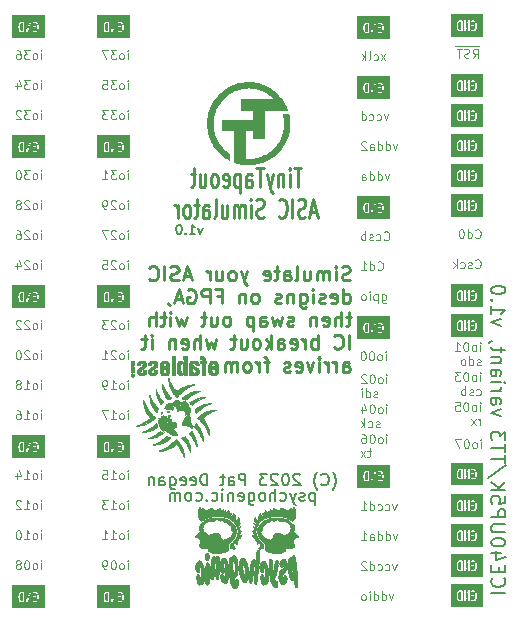
<source format=gbr>
G04 #@! TF.GenerationSoftware,KiCad,Pcbnew,7.0.9-7.0.9~ubuntu22.04.1*
G04 #@! TF.CreationDate,2023-12-06T03:49:37-05:00*
G04 #@! TF.ProjectId,caravel-breakout-fpga-ICE40UP5K-TT3,63617261-7665-46c2-9d62-7265616b6f75,1.0*
G04 #@! TF.SameCoordinates,PX2dc6c00PY42c1d80*
G04 #@! TF.FileFunction,Legend,Bot*
G04 #@! TF.FilePolarity,Positive*
%FSLAX46Y46*%
G04 Gerber Fmt 4.6, Leading zero omitted, Abs format (unit mm)*
G04 Created by KiCad (PCBNEW 7.0.9-7.0.9~ubuntu22.04.1) date 2023-12-06 03:49:37*
%MOMM*%
%LPD*%
G01*
G04 APERTURE LIST*
%ADD10C,0.120000*%
%ADD11C,0.180000*%
%ADD12C,0.200000*%
%ADD13C,0.250000*%
%ADD14C,0.010000*%
G04 APERTURE END LIST*
D10*
X42127000Y48647000D02*
X40095000Y48647000D01*
D11*
X18742857Y33240599D02*
X18552381Y32707265D01*
X18552381Y32707265D02*
X18361904Y33240599D01*
X17638095Y32707265D02*
X18095238Y32707265D01*
X17866666Y32707265D02*
X17866666Y33507265D01*
X17866666Y33507265D02*
X17942857Y33392980D01*
X17942857Y33392980D02*
X18019047Y33316789D01*
X18019047Y33316789D02*
X18095238Y33278694D01*
X17295237Y32783456D02*
X17257142Y32745360D01*
X17257142Y32745360D02*
X17295237Y32707265D01*
X17295237Y32707265D02*
X17333333Y32745360D01*
X17333333Y32745360D02*
X17295237Y32783456D01*
X17295237Y32783456D02*
X17295237Y32707265D01*
X16761904Y33507265D02*
X16685714Y33507265D01*
X16685714Y33507265D02*
X16609523Y33469170D01*
X16609523Y33469170D02*
X16571428Y33431075D01*
X16571428Y33431075D02*
X16533333Y33354884D01*
X16533333Y33354884D02*
X16495238Y33202503D01*
X16495238Y33202503D02*
X16495238Y33012027D01*
X16495238Y33012027D02*
X16533333Y32859646D01*
X16533333Y32859646D02*
X16571428Y32783456D01*
X16571428Y32783456D02*
X16609523Y32745360D01*
X16609523Y32745360D02*
X16685714Y32707265D01*
X16685714Y32707265D02*
X16761904Y32707265D01*
X16761904Y32707265D02*
X16838095Y32745360D01*
X16838095Y32745360D02*
X16876190Y32783456D01*
X16876190Y32783456D02*
X16914285Y32859646D01*
X16914285Y32859646D02*
X16952381Y33012027D01*
X16952381Y33012027D02*
X16952381Y33202503D01*
X16952381Y33202503D02*
X16914285Y33354884D01*
X16914285Y33354884D02*
X16876190Y33431075D01*
X16876190Y33431075D02*
X16838095Y33469170D01*
X16838095Y33469170D02*
X16761904Y33507265D01*
D10*
X42239481Y22810026D02*
X42239481Y23310026D01*
X42239481Y23560026D02*
X42275195Y23524312D01*
X42275195Y23524312D02*
X42239481Y23488598D01*
X42239481Y23488598D02*
X42203767Y23524312D01*
X42203767Y23524312D02*
X42239481Y23560026D01*
X42239481Y23560026D02*
X42239481Y23488598D01*
X41775195Y22810026D02*
X41846624Y22845740D01*
X41846624Y22845740D02*
X41882338Y22881455D01*
X41882338Y22881455D02*
X41918052Y22952883D01*
X41918052Y22952883D02*
X41918052Y23167169D01*
X41918052Y23167169D02*
X41882338Y23238598D01*
X41882338Y23238598D02*
X41846624Y23274312D01*
X41846624Y23274312D02*
X41775195Y23310026D01*
X41775195Y23310026D02*
X41668052Y23310026D01*
X41668052Y23310026D02*
X41596624Y23274312D01*
X41596624Y23274312D02*
X41560910Y23238598D01*
X41560910Y23238598D02*
X41525195Y23167169D01*
X41525195Y23167169D02*
X41525195Y22952883D01*
X41525195Y22952883D02*
X41560910Y22881455D01*
X41560910Y22881455D02*
X41596624Y22845740D01*
X41596624Y22845740D02*
X41668052Y22810026D01*
X41668052Y22810026D02*
X41775195Y22810026D01*
X41060910Y23560026D02*
X40989481Y23560026D01*
X40989481Y23560026D02*
X40918053Y23524312D01*
X40918053Y23524312D02*
X40882339Y23488598D01*
X40882339Y23488598D02*
X40846624Y23417169D01*
X40846624Y23417169D02*
X40810910Y23274312D01*
X40810910Y23274312D02*
X40810910Y23095740D01*
X40810910Y23095740D02*
X40846624Y22952883D01*
X40846624Y22952883D02*
X40882339Y22881455D01*
X40882339Y22881455D02*
X40918053Y22845740D01*
X40918053Y22845740D02*
X40989481Y22810026D01*
X40989481Y22810026D02*
X41060910Y22810026D01*
X41060910Y22810026D02*
X41132339Y22845740D01*
X41132339Y22845740D02*
X41168053Y22881455D01*
X41168053Y22881455D02*
X41203767Y22952883D01*
X41203767Y22952883D02*
X41239481Y23095740D01*
X41239481Y23095740D02*
X41239481Y23274312D01*
X41239481Y23274312D02*
X41203767Y23417169D01*
X41203767Y23417169D02*
X41168053Y23488598D01*
X41168053Y23488598D02*
X41132339Y23524312D01*
X41132339Y23524312D02*
X41060910Y23560026D01*
X40096624Y22810026D02*
X40525195Y22810026D01*
X40310910Y22810026D02*
X40310910Y23560026D01*
X40310910Y23560026D02*
X40382338Y23452883D01*
X40382338Y23452883D02*
X40453767Y23381455D01*
X40453767Y23381455D02*
X40525195Y23345740D01*
X42275195Y21638240D02*
X42203767Y21602526D01*
X42203767Y21602526D02*
X42060910Y21602526D01*
X42060910Y21602526D02*
X41989481Y21638240D01*
X41989481Y21638240D02*
X41953767Y21709669D01*
X41953767Y21709669D02*
X41953767Y21745383D01*
X41953767Y21745383D02*
X41989481Y21816812D01*
X41989481Y21816812D02*
X42060910Y21852526D01*
X42060910Y21852526D02*
X42168053Y21852526D01*
X42168053Y21852526D02*
X42239481Y21888240D01*
X42239481Y21888240D02*
X42275195Y21959669D01*
X42275195Y21959669D02*
X42275195Y21995383D01*
X42275195Y21995383D02*
X42239481Y22066812D01*
X42239481Y22066812D02*
X42168053Y22102526D01*
X42168053Y22102526D02*
X42060910Y22102526D01*
X42060910Y22102526D02*
X41989481Y22066812D01*
X41310910Y21602526D02*
X41310910Y22352526D01*
X41310910Y21638240D02*
X41382338Y21602526D01*
X41382338Y21602526D02*
X41525195Y21602526D01*
X41525195Y21602526D02*
X41596624Y21638240D01*
X41596624Y21638240D02*
X41632338Y21673955D01*
X41632338Y21673955D02*
X41668052Y21745383D01*
X41668052Y21745383D02*
X41668052Y21959669D01*
X41668052Y21959669D02*
X41632338Y22031098D01*
X41632338Y22031098D02*
X41596624Y22066812D01*
X41596624Y22066812D02*
X41525195Y22102526D01*
X41525195Y22102526D02*
X41382338Y22102526D01*
X41382338Y22102526D02*
X41310910Y22066812D01*
X40846624Y21602526D02*
X40918053Y21638240D01*
X40918053Y21638240D02*
X40953767Y21673955D01*
X40953767Y21673955D02*
X40989481Y21745383D01*
X40989481Y21745383D02*
X40989481Y21959669D01*
X40989481Y21959669D02*
X40953767Y22031098D01*
X40953767Y22031098D02*
X40918053Y22066812D01*
X40918053Y22066812D02*
X40846624Y22102526D01*
X40846624Y22102526D02*
X40739481Y22102526D01*
X40739481Y22102526D02*
X40668053Y22066812D01*
X40668053Y22066812D02*
X40632339Y22031098D01*
X40632339Y22031098D02*
X40596624Y21959669D01*
X40596624Y21959669D02*
X40596624Y21745383D01*
X40596624Y21745383D02*
X40632339Y21673955D01*
X40632339Y21673955D02*
X40668053Y21638240D01*
X40668053Y21638240D02*
X40739481Y21602526D01*
X40739481Y21602526D02*
X40846624Y21602526D01*
X12380571Y19566276D02*
X12380571Y20066276D01*
X12380571Y20316276D02*
X12416285Y20280562D01*
X12416285Y20280562D02*
X12380571Y20244848D01*
X12380571Y20244848D02*
X12344857Y20280562D01*
X12344857Y20280562D02*
X12380571Y20316276D01*
X12380571Y20316276D02*
X12380571Y20244848D01*
X11916285Y19566276D02*
X11987714Y19601990D01*
X11987714Y19601990D02*
X12023428Y19637705D01*
X12023428Y19637705D02*
X12059142Y19709133D01*
X12059142Y19709133D02*
X12059142Y19923419D01*
X12059142Y19923419D02*
X12023428Y19994848D01*
X12023428Y19994848D02*
X11987714Y20030562D01*
X11987714Y20030562D02*
X11916285Y20066276D01*
X11916285Y20066276D02*
X11809142Y20066276D01*
X11809142Y20066276D02*
X11737714Y20030562D01*
X11737714Y20030562D02*
X11702000Y19994848D01*
X11702000Y19994848D02*
X11666285Y19923419D01*
X11666285Y19923419D02*
X11666285Y19709133D01*
X11666285Y19709133D02*
X11702000Y19637705D01*
X11702000Y19637705D02*
X11737714Y19601990D01*
X11737714Y19601990D02*
X11809142Y19566276D01*
X11809142Y19566276D02*
X11916285Y19566276D01*
X10952000Y19566276D02*
X11380571Y19566276D01*
X11166286Y19566276D02*
X11166286Y20316276D01*
X11166286Y20316276D02*
X11237714Y20209133D01*
X11237714Y20209133D02*
X11309143Y20137705D01*
X11309143Y20137705D02*
X11380571Y20101990D01*
X10594857Y19566276D02*
X10452000Y19566276D01*
X10452000Y19566276D02*
X10380571Y19601990D01*
X10380571Y19601990D02*
X10344857Y19637705D01*
X10344857Y19637705D02*
X10273428Y19744848D01*
X10273428Y19744848D02*
X10237714Y19887705D01*
X10237714Y19887705D02*
X10237714Y20173419D01*
X10237714Y20173419D02*
X10273428Y20244848D01*
X10273428Y20244848D02*
X10309143Y20280562D01*
X10309143Y20280562D02*
X10380571Y20316276D01*
X10380571Y20316276D02*
X10523428Y20316276D01*
X10523428Y20316276D02*
X10594857Y20280562D01*
X10594857Y20280562D02*
X10630571Y20244848D01*
X10630571Y20244848D02*
X10666285Y20173419D01*
X10666285Y20173419D02*
X10666285Y19994848D01*
X10666285Y19994848D02*
X10630571Y19923419D01*
X10630571Y19923419D02*
X10594857Y19887705D01*
X10594857Y19887705D02*
X10523428Y19851990D01*
X10523428Y19851990D02*
X10380571Y19851990D01*
X10380571Y19851990D02*
X10309143Y19887705D01*
X10309143Y19887705D02*
X10273428Y19923419D01*
X10273428Y19923419D02*
X10237714Y19994848D01*
X12380571Y9406276D02*
X12380571Y9906276D01*
X12380571Y10156276D02*
X12416285Y10120562D01*
X12416285Y10120562D02*
X12380571Y10084848D01*
X12380571Y10084848D02*
X12344857Y10120562D01*
X12344857Y10120562D02*
X12380571Y10156276D01*
X12380571Y10156276D02*
X12380571Y10084848D01*
X11916285Y9406276D02*
X11987714Y9441990D01*
X11987714Y9441990D02*
X12023428Y9477705D01*
X12023428Y9477705D02*
X12059142Y9549133D01*
X12059142Y9549133D02*
X12059142Y9763419D01*
X12059142Y9763419D02*
X12023428Y9834848D01*
X12023428Y9834848D02*
X11987714Y9870562D01*
X11987714Y9870562D02*
X11916285Y9906276D01*
X11916285Y9906276D02*
X11809142Y9906276D01*
X11809142Y9906276D02*
X11737714Y9870562D01*
X11737714Y9870562D02*
X11702000Y9834848D01*
X11702000Y9834848D02*
X11666285Y9763419D01*
X11666285Y9763419D02*
X11666285Y9549133D01*
X11666285Y9549133D02*
X11702000Y9477705D01*
X11702000Y9477705D02*
X11737714Y9441990D01*
X11737714Y9441990D02*
X11809142Y9406276D01*
X11809142Y9406276D02*
X11916285Y9406276D01*
X10952000Y9406276D02*
X11380571Y9406276D01*
X11166286Y9406276D02*
X11166286Y10156276D01*
X11166286Y10156276D02*
X11237714Y10049133D01*
X11237714Y10049133D02*
X11309143Y9977705D01*
X11309143Y9977705D02*
X11380571Y9941990D01*
X10702000Y10156276D02*
X10237714Y10156276D01*
X10237714Y10156276D02*
X10487714Y9870562D01*
X10487714Y9870562D02*
X10380571Y9870562D01*
X10380571Y9870562D02*
X10309143Y9834848D01*
X10309143Y9834848D02*
X10273428Y9799133D01*
X10273428Y9799133D02*
X10237714Y9727705D01*
X10237714Y9727705D02*
X10237714Y9549133D01*
X10237714Y9549133D02*
X10273428Y9477705D01*
X10273428Y9477705D02*
X10309143Y9441990D01*
X10309143Y9441990D02*
X10380571Y9406276D01*
X10380571Y9406276D02*
X10594857Y9406276D01*
X10594857Y9406276D02*
X10666285Y9441990D01*
X10666285Y9441990D02*
X10702000Y9477705D01*
X12380571Y29726276D02*
X12380571Y30226276D01*
X12380571Y30476276D02*
X12416285Y30440562D01*
X12416285Y30440562D02*
X12380571Y30404848D01*
X12380571Y30404848D02*
X12344857Y30440562D01*
X12344857Y30440562D02*
X12380571Y30476276D01*
X12380571Y30476276D02*
X12380571Y30404848D01*
X11916285Y29726276D02*
X11987714Y29761990D01*
X11987714Y29761990D02*
X12023428Y29797705D01*
X12023428Y29797705D02*
X12059142Y29869133D01*
X12059142Y29869133D02*
X12059142Y30083419D01*
X12059142Y30083419D02*
X12023428Y30154848D01*
X12023428Y30154848D02*
X11987714Y30190562D01*
X11987714Y30190562D02*
X11916285Y30226276D01*
X11916285Y30226276D02*
X11809142Y30226276D01*
X11809142Y30226276D02*
X11737714Y30190562D01*
X11737714Y30190562D02*
X11702000Y30154848D01*
X11702000Y30154848D02*
X11666285Y30083419D01*
X11666285Y30083419D02*
X11666285Y29869133D01*
X11666285Y29869133D02*
X11702000Y29797705D01*
X11702000Y29797705D02*
X11737714Y29761990D01*
X11737714Y29761990D02*
X11809142Y29726276D01*
X11809142Y29726276D02*
X11916285Y29726276D01*
X11380571Y30404848D02*
X11344857Y30440562D01*
X11344857Y30440562D02*
X11273429Y30476276D01*
X11273429Y30476276D02*
X11094857Y30476276D01*
X11094857Y30476276D02*
X11023429Y30440562D01*
X11023429Y30440562D02*
X10987714Y30404848D01*
X10987714Y30404848D02*
X10952000Y30333419D01*
X10952000Y30333419D02*
X10952000Y30261990D01*
X10952000Y30261990D02*
X10987714Y30154848D01*
X10987714Y30154848D02*
X11416286Y29726276D01*
X11416286Y29726276D02*
X10952000Y29726276D01*
X10273428Y30476276D02*
X10630571Y30476276D01*
X10630571Y30476276D02*
X10666285Y30119133D01*
X10666285Y30119133D02*
X10630571Y30154848D01*
X10630571Y30154848D02*
X10559143Y30190562D01*
X10559143Y30190562D02*
X10380571Y30190562D01*
X10380571Y30190562D02*
X10309143Y30154848D01*
X10309143Y30154848D02*
X10273428Y30119133D01*
X10273428Y30119133D02*
X10237714Y30047705D01*
X10237714Y30047705D02*
X10237714Y29869133D01*
X10237714Y29869133D02*
X10273428Y29797705D01*
X10273428Y29797705D02*
X10309143Y29761990D01*
X10309143Y29761990D02*
X10380571Y29726276D01*
X10380571Y29726276D02*
X10559143Y29726276D01*
X10559143Y29726276D02*
X10630571Y29761990D01*
X10630571Y29761990D02*
X10666285Y29797705D01*
X12380571Y42426276D02*
X12380571Y42926276D01*
X12380571Y43176276D02*
X12416285Y43140562D01*
X12416285Y43140562D02*
X12380571Y43104848D01*
X12380571Y43104848D02*
X12344857Y43140562D01*
X12344857Y43140562D02*
X12380571Y43176276D01*
X12380571Y43176276D02*
X12380571Y43104848D01*
X11916285Y42426276D02*
X11987714Y42461990D01*
X11987714Y42461990D02*
X12023428Y42497705D01*
X12023428Y42497705D02*
X12059142Y42569133D01*
X12059142Y42569133D02*
X12059142Y42783419D01*
X12059142Y42783419D02*
X12023428Y42854848D01*
X12023428Y42854848D02*
X11987714Y42890562D01*
X11987714Y42890562D02*
X11916285Y42926276D01*
X11916285Y42926276D02*
X11809142Y42926276D01*
X11809142Y42926276D02*
X11737714Y42890562D01*
X11737714Y42890562D02*
X11702000Y42854848D01*
X11702000Y42854848D02*
X11666285Y42783419D01*
X11666285Y42783419D02*
X11666285Y42569133D01*
X11666285Y42569133D02*
X11702000Y42497705D01*
X11702000Y42497705D02*
X11737714Y42461990D01*
X11737714Y42461990D02*
X11809142Y42426276D01*
X11809142Y42426276D02*
X11916285Y42426276D01*
X11416286Y43176276D02*
X10952000Y43176276D01*
X10952000Y43176276D02*
X11202000Y42890562D01*
X11202000Y42890562D02*
X11094857Y42890562D01*
X11094857Y42890562D02*
X11023429Y42854848D01*
X11023429Y42854848D02*
X10987714Y42819133D01*
X10987714Y42819133D02*
X10952000Y42747705D01*
X10952000Y42747705D02*
X10952000Y42569133D01*
X10952000Y42569133D02*
X10987714Y42497705D01*
X10987714Y42497705D02*
X11023429Y42461990D01*
X11023429Y42461990D02*
X11094857Y42426276D01*
X11094857Y42426276D02*
X11309143Y42426276D01*
X11309143Y42426276D02*
X11380571Y42461990D01*
X11380571Y42461990D02*
X11416286Y42497705D01*
X10702000Y43176276D02*
X10237714Y43176276D01*
X10237714Y43176276D02*
X10487714Y42890562D01*
X10487714Y42890562D02*
X10380571Y42890562D01*
X10380571Y42890562D02*
X10309143Y42854848D01*
X10309143Y42854848D02*
X10273428Y42819133D01*
X10273428Y42819133D02*
X10237714Y42747705D01*
X10237714Y42747705D02*
X10237714Y42569133D01*
X10237714Y42569133D02*
X10273428Y42497705D01*
X10273428Y42497705D02*
X10309143Y42461990D01*
X10309143Y42461990D02*
X10380571Y42426276D01*
X10380571Y42426276D02*
X10594857Y42426276D01*
X10594857Y42426276D02*
X10666285Y42461990D01*
X10666285Y42461990D02*
X10702000Y42497705D01*
X5053571Y47506276D02*
X5053571Y48006276D01*
X5053571Y48256276D02*
X5089285Y48220562D01*
X5089285Y48220562D02*
X5053571Y48184848D01*
X5053571Y48184848D02*
X5017857Y48220562D01*
X5017857Y48220562D02*
X5053571Y48256276D01*
X5053571Y48256276D02*
X5053571Y48184848D01*
X4589285Y47506276D02*
X4660714Y47541990D01*
X4660714Y47541990D02*
X4696428Y47577705D01*
X4696428Y47577705D02*
X4732142Y47649133D01*
X4732142Y47649133D02*
X4732142Y47863419D01*
X4732142Y47863419D02*
X4696428Y47934848D01*
X4696428Y47934848D02*
X4660714Y47970562D01*
X4660714Y47970562D02*
X4589285Y48006276D01*
X4589285Y48006276D02*
X4482142Y48006276D01*
X4482142Y48006276D02*
X4410714Y47970562D01*
X4410714Y47970562D02*
X4375000Y47934848D01*
X4375000Y47934848D02*
X4339285Y47863419D01*
X4339285Y47863419D02*
X4339285Y47649133D01*
X4339285Y47649133D02*
X4375000Y47577705D01*
X4375000Y47577705D02*
X4410714Y47541990D01*
X4410714Y47541990D02*
X4482142Y47506276D01*
X4482142Y47506276D02*
X4589285Y47506276D01*
X4089286Y48256276D02*
X3625000Y48256276D01*
X3625000Y48256276D02*
X3875000Y47970562D01*
X3875000Y47970562D02*
X3767857Y47970562D01*
X3767857Y47970562D02*
X3696429Y47934848D01*
X3696429Y47934848D02*
X3660714Y47899133D01*
X3660714Y47899133D02*
X3625000Y47827705D01*
X3625000Y47827705D02*
X3625000Y47649133D01*
X3625000Y47649133D02*
X3660714Y47577705D01*
X3660714Y47577705D02*
X3696429Y47541990D01*
X3696429Y47541990D02*
X3767857Y47506276D01*
X3767857Y47506276D02*
X3982143Y47506276D01*
X3982143Y47506276D02*
X4053571Y47541990D01*
X4053571Y47541990D02*
X4089286Y47577705D01*
X2982143Y48256276D02*
X3125000Y48256276D01*
X3125000Y48256276D02*
X3196428Y48220562D01*
X3196428Y48220562D02*
X3232143Y48184848D01*
X3232143Y48184848D02*
X3303571Y48077705D01*
X3303571Y48077705D02*
X3339285Y47934848D01*
X3339285Y47934848D02*
X3339285Y47649133D01*
X3339285Y47649133D02*
X3303571Y47577705D01*
X3303571Y47577705D02*
X3267857Y47541990D01*
X3267857Y47541990D02*
X3196428Y47506276D01*
X3196428Y47506276D02*
X3053571Y47506276D01*
X3053571Y47506276D02*
X2982143Y47541990D01*
X2982143Y47541990D02*
X2946428Y47577705D01*
X2946428Y47577705D02*
X2910714Y47649133D01*
X2910714Y47649133D02*
X2910714Y47827705D01*
X2910714Y47827705D02*
X2946428Y47899133D01*
X2946428Y47899133D02*
X2982143Y47934848D01*
X2982143Y47934848D02*
X3053571Y47970562D01*
X3053571Y47970562D02*
X3196428Y47970562D01*
X3196428Y47970562D02*
X3267857Y47934848D01*
X3267857Y47934848D02*
X3303571Y47899133D01*
X3303571Y47899133D02*
X3339285Y47827705D01*
X42280571Y14586276D02*
X42280571Y15086276D01*
X42280571Y15336276D02*
X42316285Y15300562D01*
X42316285Y15300562D02*
X42280571Y15264848D01*
X42280571Y15264848D02*
X42244857Y15300562D01*
X42244857Y15300562D02*
X42280571Y15336276D01*
X42280571Y15336276D02*
X42280571Y15264848D01*
X41816285Y14586276D02*
X41887714Y14621990D01*
X41887714Y14621990D02*
X41923428Y14657705D01*
X41923428Y14657705D02*
X41959142Y14729133D01*
X41959142Y14729133D02*
X41959142Y14943419D01*
X41959142Y14943419D02*
X41923428Y15014848D01*
X41923428Y15014848D02*
X41887714Y15050562D01*
X41887714Y15050562D02*
X41816285Y15086276D01*
X41816285Y15086276D02*
X41709142Y15086276D01*
X41709142Y15086276D02*
X41637714Y15050562D01*
X41637714Y15050562D02*
X41602000Y15014848D01*
X41602000Y15014848D02*
X41566285Y14943419D01*
X41566285Y14943419D02*
X41566285Y14729133D01*
X41566285Y14729133D02*
X41602000Y14657705D01*
X41602000Y14657705D02*
X41637714Y14621990D01*
X41637714Y14621990D02*
X41709142Y14586276D01*
X41709142Y14586276D02*
X41816285Y14586276D01*
X41102000Y15336276D02*
X41030571Y15336276D01*
X41030571Y15336276D02*
X40959143Y15300562D01*
X40959143Y15300562D02*
X40923429Y15264848D01*
X40923429Y15264848D02*
X40887714Y15193419D01*
X40887714Y15193419D02*
X40852000Y15050562D01*
X40852000Y15050562D02*
X40852000Y14871990D01*
X40852000Y14871990D02*
X40887714Y14729133D01*
X40887714Y14729133D02*
X40923429Y14657705D01*
X40923429Y14657705D02*
X40959143Y14621990D01*
X40959143Y14621990D02*
X41030571Y14586276D01*
X41030571Y14586276D02*
X41102000Y14586276D01*
X41102000Y14586276D02*
X41173429Y14621990D01*
X41173429Y14621990D02*
X41209143Y14657705D01*
X41209143Y14657705D02*
X41244857Y14729133D01*
X41244857Y14729133D02*
X41280571Y14871990D01*
X41280571Y14871990D02*
X41280571Y15050562D01*
X41280571Y15050562D02*
X41244857Y15193419D01*
X41244857Y15193419D02*
X41209143Y15264848D01*
X41209143Y15264848D02*
X41173429Y15300562D01*
X41173429Y15300562D02*
X41102000Y15336276D01*
X40602000Y15336276D02*
X40102000Y15336276D01*
X40102000Y15336276D02*
X40423428Y14586276D01*
X34253571Y22026276D02*
X34253571Y22526276D01*
X34253571Y22776276D02*
X34289285Y22740562D01*
X34289285Y22740562D02*
X34253571Y22704848D01*
X34253571Y22704848D02*
X34217857Y22740562D01*
X34217857Y22740562D02*
X34253571Y22776276D01*
X34253571Y22776276D02*
X34253571Y22704848D01*
X33789285Y22026276D02*
X33860714Y22061990D01*
X33860714Y22061990D02*
X33896428Y22097705D01*
X33896428Y22097705D02*
X33932142Y22169133D01*
X33932142Y22169133D02*
X33932142Y22383419D01*
X33932142Y22383419D02*
X33896428Y22454848D01*
X33896428Y22454848D02*
X33860714Y22490562D01*
X33860714Y22490562D02*
X33789285Y22526276D01*
X33789285Y22526276D02*
X33682142Y22526276D01*
X33682142Y22526276D02*
X33610714Y22490562D01*
X33610714Y22490562D02*
X33575000Y22454848D01*
X33575000Y22454848D02*
X33539285Y22383419D01*
X33539285Y22383419D02*
X33539285Y22169133D01*
X33539285Y22169133D02*
X33575000Y22097705D01*
X33575000Y22097705D02*
X33610714Y22061990D01*
X33610714Y22061990D02*
X33682142Y22026276D01*
X33682142Y22026276D02*
X33789285Y22026276D01*
X33075000Y22776276D02*
X33003571Y22776276D01*
X33003571Y22776276D02*
X32932143Y22740562D01*
X32932143Y22740562D02*
X32896429Y22704848D01*
X32896429Y22704848D02*
X32860714Y22633419D01*
X32860714Y22633419D02*
X32825000Y22490562D01*
X32825000Y22490562D02*
X32825000Y22311990D01*
X32825000Y22311990D02*
X32860714Y22169133D01*
X32860714Y22169133D02*
X32896429Y22097705D01*
X32896429Y22097705D02*
X32932143Y22061990D01*
X32932143Y22061990D02*
X33003571Y22026276D01*
X33003571Y22026276D02*
X33075000Y22026276D01*
X33075000Y22026276D02*
X33146429Y22061990D01*
X33146429Y22061990D02*
X33182143Y22097705D01*
X33182143Y22097705D02*
X33217857Y22169133D01*
X33217857Y22169133D02*
X33253571Y22311990D01*
X33253571Y22311990D02*
X33253571Y22490562D01*
X33253571Y22490562D02*
X33217857Y22633419D01*
X33217857Y22633419D02*
X33182143Y22704848D01*
X33182143Y22704848D02*
X33146429Y22740562D01*
X33146429Y22740562D02*
X33075000Y22776276D01*
X32360714Y22776276D02*
X32289285Y22776276D01*
X32289285Y22776276D02*
X32217857Y22740562D01*
X32217857Y22740562D02*
X32182143Y22704848D01*
X32182143Y22704848D02*
X32146428Y22633419D01*
X32146428Y22633419D02*
X32110714Y22490562D01*
X32110714Y22490562D02*
X32110714Y22311990D01*
X32110714Y22311990D02*
X32146428Y22169133D01*
X32146428Y22169133D02*
X32182143Y22097705D01*
X32182143Y22097705D02*
X32217857Y22061990D01*
X32217857Y22061990D02*
X32289285Y22026276D01*
X32289285Y22026276D02*
X32360714Y22026276D01*
X32360714Y22026276D02*
X32432143Y22061990D01*
X32432143Y22061990D02*
X32467857Y22097705D01*
X32467857Y22097705D02*
X32503571Y22169133D01*
X32503571Y22169133D02*
X32539285Y22311990D01*
X32539285Y22311990D02*
X32539285Y22490562D01*
X32539285Y22490562D02*
X32503571Y22633419D01*
X32503571Y22633419D02*
X32467857Y22704848D01*
X32467857Y22704848D02*
X32432143Y22740562D01*
X32432143Y22740562D02*
X32360714Y22776276D01*
X5053571Y32266276D02*
X5053571Y32766276D01*
X5053571Y33016276D02*
X5089285Y32980562D01*
X5089285Y32980562D02*
X5053571Y32944848D01*
X5053571Y32944848D02*
X5017857Y32980562D01*
X5017857Y32980562D02*
X5053571Y33016276D01*
X5053571Y33016276D02*
X5053571Y32944848D01*
X4589285Y32266276D02*
X4660714Y32301990D01*
X4660714Y32301990D02*
X4696428Y32337705D01*
X4696428Y32337705D02*
X4732142Y32409133D01*
X4732142Y32409133D02*
X4732142Y32623419D01*
X4732142Y32623419D02*
X4696428Y32694848D01*
X4696428Y32694848D02*
X4660714Y32730562D01*
X4660714Y32730562D02*
X4589285Y32766276D01*
X4589285Y32766276D02*
X4482142Y32766276D01*
X4482142Y32766276D02*
X4410714Y32730562D01*
X4410714Y32730562D02*
X4375000Y32694848D01*
X4375000Y32694848D02*
X4339285Y32623419D01*
X4339285Y32623419D02*
X4339285Y32409133D01*
X4339285Y32409133D02*
X4375000Y32337705D01*
X4375000Y32337705D02*
X4410714Y32301990D01*
X4410714Y32301990D02*
X4482142Y32266276D01*
X4482142Y32266276D02*
X4589285Y32266276D01*
X4053571Y32944848D02*
X4017857Y32980562D01*
X4017857Y32980562D02*
X3946429Y33016276D01*
X3946429Y33016276D02*
X3767857Y33016276D01*
X3767857Y33016276D02*
X3696429Y32980562D01*
X3696429Y32980562D02*
X3660714Y32944848D01*
X3660714Y32944848D02*
X3625000Y32873419D01*
X3625000Y32873419D02*
X3625000Y32801990D01*
X3625000Y32801990D02*
X3660714Y32694848D01*
X3660714Y32694848D02*
X4089286Y32266276D01*
X4089286Y32266276D02*
X3625000Y32266276D01*
X2982143Y33016276D02*
X3125000Y33016276D01*
X3125000Y33016276D02*
X3196428Y32980562D01*
X3196428Y32980562D02*
X3232143Y32944848D01*
X3232143Y32944848D02*
X3303571Y32837705D01*
X3303571Y32837705D02*
X3339285Y32694848D01*
X3339285Y32694848D02*
X3339285Y32409133D01*
X3339285Y32409133D02*
X3303571Y32337705D01*
X3303571Y32337705D02*
X3267857Y32301990D01*
X3267857Y32301990D02*
X3196428Y32266276D01*
X3196428Y32266276D02*
X3053571Y32266276D01*
X3053571Y32266276D02*
X2982143Y32301990D01*
X2982143Y32301990D02*
X2946428Y32337705D01*
X2946428Y32337705D02*
X2910714Y32409133D01*
X2910714Y32409133D02*
X2910714Y32587705D01*
X2910714Y32587705D02*
X2946428Y32659133D01*
X2946428Y32659133D02*
X2982143Y32694848D01*
X2982143Y32694848D02*
X3053571Y32730562D01*
X3053571Y32730562D02*
X3196428Y32730562D01*
X3196428Y32730562D02*
X3267857Y32694848D01*
X3267857Y32694848D02*
X3303571Y32659133D01*
X3303571Y32659133D02*
X3339285Y32587705D01*
D12*
X29742858Y11051829D02*
X29790477Y11099448D01*
X29790477Y11099448D02*
X29885715Y11242305D01*
X29885715Y11242305D02*
X29933334Y11337543D01*
X29933334Y11337543D02*
X29980953Y11480400D01*
X29980953Y11480400D02*
X30028572Y11718496D01*
X30028572Y11718496D02*
X30028572Y11908972D01*
X30028572Y11908972D02*
X29980953Y12147067D01*
X29980953Y12147067D02*
X29933334Y12289924D01*
X29933334Y12289924D02*
X29885715Y12385162D01*
X29885715Y12385162D02*
X29790477Y12528020D01*
X29790477Y12528020D02*
X29742858Y12575639D01*
X28790477Y11528020D02*
X28838096Y11480400D01*
X28838096Y11480400D02*
X28980953Y11432781D01*
X28980953Y11432781D02*
X29076191Y11432781D01*
X29076191Y11432781D02*
X29219048Y11480400D01*
X29219048Y11480400D02*
X29314286Y11575639D01*
X29314286Y11575639D02*
X29361905Y11670877D01*
X29361905Y11670877D02*
X29409524Y11861353D01*
X29409524Y11861353D02*
X29409524Y12004210D01*
X29409524Y12004210D02*
X29361905Y12194686D01*
X29361905Y12194686D02*
X29314286Y12289924D01*
X29314286Y12289924D02*
X29219048Y12385162D01*
X29219048Y12385162D02*
X29076191Y12432781D01*
X29076191Y12432781D02*
X28980953Y12432781D01*
X28980953Y12432781D02*
X28838096Y12385162D01*
X28838096Y12385162D02*
X28790477Y12337543D01*
X28457143Y11051829D02*
X28409524Y11099448D01*
X28409524Y11099448D02*
X28314286Y11242305D01*
X28314286Y11242305D02*
X28266667Y11337543D01*
X28266667Y11337543D02*
X28219048Y11480400D01*
X28219048Y11480400D02*
X28171429Y11718496D01*
X28171429Y11718496D02*
X28171429Y11908972D01*
X28171429Y11908972D02*
X28219048Y12147067D01*
X28219048Y12147067D02*
X28266667Y12289924D01*
X28266667Y12289924D02*
X28314286Y12385162D01*
X28314286Y12385162D02*
X28409524Y12528020D01*
X28409524Y12528020D02*
X28457143Y12575639D01*
X26980952Y12337543D02*
X26933333Y12385162D01*
X26933333Y12385162D02*
X26838095Y12432781D01*
X26838095Y12432781D02*
X26600000Y12432781D01*
X26600000Y12432781D02*
X26504762Y12385162D01*
X26504762Y12385162D02*
X26457143Y12337543D01*
X26457143Y12337543D02*
X26409524Y12242305D01*
X26409524Y12242305D02*
X26409524Y12147067D01*
X26409524Y12147067D02*
X26457143Y12004210D01*
X26457143Y12004210D02*
X27028571Y11432781D01*
X27028571Y11432781D02*
X26409524Y11432781D01*
X25790476Y12432781D02*
X25695238Y12432781D01*
X25695238Y12432781D02*
X25600000Y12385162D01*
X25600000Y12385162D02*
X25552381Y12337543D01*
X25552381Y12337543D02*
X25504762Y12242305D01*
X25504762Y12242305D02*
X25457143Y12051829D01*
X25457143Y12051829D02*
X25457143Y11813734D01*
X25457143Y11813734D02*
X25504762Y11623258D01*
X25504762Y11623258D02*
X25552381Y11528020D01*
X25552381Y11528020D02*
X25600000Y11480400D01*
X25600000Y11480400D02*
X25695238Y11432781D01*
X25695238Y11432781D02*
X25790476Y11432781D01*
X25790476Y11432781D02*
X25885714Y11480400D01*
X25885714Y11480400D02*
X25933333Y11528020D01*
X25933333Y11528020D02*
X25980952Y11623258D01*
X25980952Y11623258D02*
X26028571Y11813734D01*
X26028571Y11813734D02*
X26028571Y12051829D01*
X26028571Y12051829D02*
X25980952Y12242305D01*
X25980952Y12242305D02*
X25933333Y12337543D01*
X25933333Y12337543D02*
X25885714Y12385162D01*
X25885714Y12385162D02*
X25790476Y12432781D01*
X25076190Y12337543D02*
X25028571Y12385162D01*
X25028571Y12385162D02*
X24933333Y12432781D01*
X24933333Y12432781D02*
X24695238Y12432781D01*
X24695238Y12432781D02*
X24600000Y12385162D01*
X24600000Y12385162D02*
X24552381Y12337543D01*
X24552381Y12337543D02*
X24504762Y12242305D01*
X24504762Y12242305D02*
X24504762Y12147067D01*
X24504762Y12147067D02*
X24552381Y12004210D01*
X24552381Y12004210D02*
X25123809Y11432781D01*
X25123809Y11432781D02*
X24504762Y11432781D01*
X24171428Y12432781D02*
X23552381Y12432781D01*
X23552381Y12432781D02*
X23885714Y12051829D01*
X23885714Y12051829D02*
X23742857Y12051829D01*
X23742857Y12051829D02*
X23647619Y12004210D01*
X23647619Y12004210D02*
X23600000Y11956591D01*
X23600000Y11956591D02*
X23552381Y11861353D01*
X23552381Y11861353D02*
X23552381Y11623258D01*
X23552381Y11623258D02*
X23600000Y11528020D01*
X23600000Y11528020D02*
X23647619Y11480400D01*
X23647619Y11480400D02*
X23742857Y11432781D01*
X23742857Y11432781D02*
X24028571Y11432781D01*
X24028571Y11432781D02*
X24123809Y11480400D01*
X24123809Y11480400D02*
X24171428Y11528020D01*
X22361904Y11432781D02*
X22361904Y12432781D01*
X22361904Y12432781D02*
X21980952Y12432781D01*
X21980952Y12432781D02*
X21885714Y12385162D01*
X21885714Y12385162D02*
X21838095Y12337543D01*
X21838095Y12337543D02*
X21790476Y12242305D01*
X21790476Y12242305D02*
X21790476Y12099448D01*
X21790476Y12099448D02*
X21838095Y12004210D01*
X21838095Y12004210D02*
X21885714Y11956591D01*
X21885714Y11956591D02*
X21980952Y11908972D01*
X21980952Y11908972D02*
X22361904Y11908972D01*
X20933333Y11432781D02*
X20933333Y11956591D01*
X20933333Y11956591D02*
X20980952Y12051829D01*
X20980952Y12051829D02*
X21076190Y12099448D01*
X21076190Y12099448D02*
X21266666Y12099448D01*
X21266666Y12099448D02*
X21361904Y12051829D01*
X20933333Y11480400D02*
X21028571Y11432781D01*
X21028571Y11432781D02*
X21266666Y11432781D01*
X21266666Y11432781D02*
X21361904Y11480400D01*
X21361904Y11480400D02*
X21409523Y11575639D01*
X21409523Y11575639D02*
X21409523Y11670877D01*
X21409523Y11670877D02*
X21361904Y11766115D01*
X21361904Y11766115D02*
X21266666Y11813734D01*
X21266666Y11813734D02*
X21028571Y11813734D01*
X21028571Y11813734D02*
X20933333Y11861353D01*
X20599999Y12099448D02*
X20219047Y12099448D01*
X20457142Y12432781D02*
X20457142Y11575639D01*
X20457142Y11575639D02*
X20409523Y11480400D01*
X20409523Y11480400D02*
X20314285Y11432781D01*
X20314285Y11432781D02*
X20219047Y11432781D01*
X19123808Y11432781D02*
X19123808Y12432781D01*
X19123808Y12432781D02*
X18885713Y12432781D01*
X18885713Y12432781D02*
X18742856Y12385162D01*
X18742856Y12385162D02*
X18647618Y12289924D01*
X18647618Y12289924D02*
X18599999Y12194686D01*
X18599999Y12194686D02*
X18552380Y12004210D01*
X18552380Y12004210D02*
X18552380Y11861353D01*
X18552380Y11861353D02*
X18599999Y11670877D01*
X18599999Y11670877D02*
X18647618Y11575639D01*
X18647618Y11575639D02*
X18742856Y11480400D01*
X18742856Y11480400D02*
X18885713Y11432781D01*
X18885713Y11432781D02*
X19123808Y11432781D01*
X17742856Y11480400D02*
X17838094Y11432781D01*
X17838094Y11432781D02*
X18028570Y11432781D01*
X18028570Y11432781D02*
X18123808Y11480400D01*
X18123808Y11480400D02*
X18171427Y11575639D01*
X18171427Y11575639D02*
X18171427Y11956591D01*
X18171427Y11956591D02*
X18123808Y12051829D01*
X18123808Y12051829D02*
X18028570Y12099448D01*
X18028570Y12099448D02*
X17838094Y12099448D01*
X17838094Y12099448D02*
X17742856Y12051829D01*
X17742856Y12051829D02*
X17695237Y11956591D01*
X17695237Y11956591D02*
X17695237Y11861353D01*
X17695237Y11861353D02*
X18171427Y11766115D01*
X16885713Y11480400D02*
X16980951Y11432781D01*
X16980951Y11432781D02*
X17171427Y11432781D01*
X17171427Y11432781D02*
X17266665Y11480400D01*
X17266665Y11480400D02*
X17314284Y11575639D01*
X17314284Y11575639D02*
X17314284Y11956591D01*
X17314284Y11956591D02*
X17266665Y12051829D01*
X17266665Y12051829D02*
X17171427Y12099448D01*
X17171427Y12099448D02*
X16980951Y12099448D01*
X16980951Y12099448D02*
X16885713Y12051829D01*
X16885713Y12051829D02*
X16838094Y11956591D01*
X16838094Y11956591D02*
X16838094Y11861353D01*
X16838094Y11861353D02*
X17314284Y11766115D01*
X15980951Y12099448D02*
X15980951Y11289924D01*
X15980951Y11289924D02*
X16028570Y11194686D01*
X16028570Y11194686D02*
X16076189Y11147067D01*
X16076189Y11147067D02*
X16171427Y11099448D01*
X16171427Y11099448D02*
X16314284Y11099448D01*
X16314284Y11099448D02*
X16409522Y11147067D01*
X15980951Y11480400D02*
X16076189Y11432781D01*
X16076189Y11432781D02*
X16266665Y11432781D01*
X16266665Y11432781D02*
X16361903Y11480400D01*
X16361903Y11480400D02*
X16409522Y11528020D01*
X16409522Y11528020D02*
X16457141Y11623258D01*
X16457141Y11623258D02*
X16457141Y11908972D01*
X16457141Y11908972D02*
X16409522Y12004210D01*
X16409522Y12004210D02*
X16361903Y12051829D01*
X16361903Y12051829D02*
X16266665Y12099448D01*
X16266665Y12099448D02*
X16076189Y12099448D01*
X16076189Y12099448D02*
X15980951Y12051829D01*
X15076189Y11432781D02*
X15076189Y11956591D01*
X15076189Y11956591D02*
X15123808Y12051829D01*
X15123808Y12051829D02*
X15219046Y12099448D01*
X15219046Y12099448D02*
X15409522Y12099448D01*
X15409522Y12099448D02*
X15504760Y12051829D01*
X15076189Y11480400D02*
X15171427Y11432781D01*
X15171427Y11432781D02*
X15409522Y11432781D01*
X15409522Y11432781D02*
X15504760Y11480400D01*
X15504760Y11480400D02*
X15552379Y11575639D01*
X15552379Y11575639D02*
X15552379Y11670877D01*
X15552379Y11670877D02*
X15504760Y11766115D01*
X15504760Y11766115D02*
X15409522Y11813734D01*
X15409522Y11813734D02*
X15171427Y11813734D01*
X15171427Y11813734D02*
X15076189Y11861353D01*
X14599998Y12099448D02*
X14599998Y11432781D01*
X14599998Y12004210D02*
X14552379Y12051829D01*
X14552379Y12051829D02*
X14457141Y12099448D01*
X14457141Y12099448D02*
X14314284Y12099448D01*
X14314284Y12099448D02*
X14219046Y12051829D01*
X14219046Y12051829D02*
X14171427Y11956591D01*
X14171427Y11956591D02*
X14171427Y11432781D01*
D10*
X12380571Y4326276D02*
X12380571Y4826276D01*
X12380571Y5076276D02*
X12416285Y5040562D01*
X12416285Y5040562D02*
X12380571Y5004848D01*
X12380571Y5004848D02*
X12344857Y5040562D01*
X12344857Y5040562D02*
X12380571Y5076276D01*
X12380571Y5076276D02*
X12380571Y5004848D01*
X11916285Y4326276D02*
X11987714Y4361990D01*
X11987714Y4361990D02*
X12023428Y4397705D01*
X12023428Y4397705D02*
X12059142Y4469133D01*
X12059142Y4469133D02*
X12059142Y4683419D01*
X12059142Y4683419D02*
X12023428Y4754848D01*
X12023428Y4754848D02*
X11987714Y4790562D01*
X11987714Y4790562D02*
X11916285Y4826276D01*
X11916285Y4826276D02*
X11809142Y4826276D01*
X11809142Y4826276D02*
X11737714Y4790562D01*
X11737714Y4790562D02*
X11702000Y4754848D01*
X11702000Y4754848D02*
X11666285Y4683419D01*
X11666285Y4683419D02*
X11666285Y4469133D01*
X11666285Y4469133D02*
X11702000Y4397705D01*
X11702000Y4397705D02*
X11737714Y4361990D01*
X11737714Y4361990D02*
X11809142Y4326276D01*
X11809142Y4326276D02*
X11916285Y4326276D01*
X11202000Y5076276D02*
X11130571Y5076276D01*
X11130571Y5076276D02*
X11059143Y5040562D01*
X11059143Y5040562D02*
X11023429Y5004848D01*
X11023429Y5004848D02*
X10987714Y4933419D01*
X10987714Y4933419D02*
X10952000Y4790562D01*
X10952000Y4790562D02*
X10952000Y4611990D01*
X10952000Y4611990D02*
X10987714Y4469133D01*
X10987714Y4469133D02*
X11023429Y4397705D01*
X11023429Y4397705D02*
X11059143Y4361990D01*
X11059143Y4361990D02*
X11130571Y4326276D01*
X11130571Y4326276D02*
X11202000Y4326276D01*
X11202000Y4326276D02*
X11273429Y4361990D01*
X11273429Y4361990D02*
X11309143Y4397705D01*
X11309143Y4397705D02*
X11344857Y4469133D01*
X11344857Y4469133D02*
X11380571Y4611990D01*
X11380571Y4611990D02*
X11380571Y4790562D01*
X11380571Y4790562D02*
X11344857Y4933419D01*
X11344857Y4933419D02*
X11309143Y5004848D01*
X11309143Y5004848D02*
X11273429Y5040562D01*
X11273429Y5040562D02*
X11202000Y5076276D01*
X10594857Y4326276D02*
X10452000Y4326276D01*
X10452000Y4326276D02*
X10380571Y4361990D01*
X10380571Y4361990D02*
X10344857Y4397705D01*
X10344857Y4397705D02*
X10273428Y4504848D01*
X10273428Y4504848D02*
X10237714Y4647705D01*
X10237714Y4647705D02*
X10237714Y4933419D01*
X10237714Y4933419D02*
X10273428Y5004848D01*
X10273428Y5004848D02*
X10309143Y5040562D01*
X10309143Y5040562D02*
X10380571Y5076276D01*
X10380571Y5076276D02*
X10523428Y5076276D01*
X10523428Y5076276D02*
X10594857Y5040562D01*
X10594857Y5040562D02*
X10630571Y5004848D01*
X10630571Y5004848D02*
X10666285Y4933419D01*
X10666285Y4933419D02*
X10666285Y4754848D01*
X10666285Y4754848D02*
X10630571Y4683419D01*
X10630571Y4683419D02*
X10594857Y4647705D01*
X10594857Y4647705D02*
X10523428Y4611990D01*
X10523428Y4611990D02*
X10380571Y4611990D01*
X10380571Y4611990D02*
X10309143Y4647705D01*
X10309143Y4647705D02*
X10273428Y4683419D01*
X10273428Y4683419D02*
X10237714Y4754848D01*
D12*
X43157257Y2317293D02*
X44357257Y2317293D01*
X43271542Y3574436D02*
X43214400Y3517293D01*
X43214400Y3517293D02*
X43157257Y3345865D01*
X43157257Y3345865D02*
X43157257Y3231579D01*
X43157257Y3231579D02*
X43214400Y3060150D01*
X43214400Y3060150D02*
X43328685Y2945865D01*
X43328685Y2945865D02*
X43442971Y2888722D01*
X43442971Y2888722D02*
X43671542Y2831579D01*
X43671542Y2831579D02*
X43842971Y2831579D01*
X43842971Y2831579D02*
X44071542Y2888722D01*
X44071542Y2888722D02*
X44185828Y2945865D01*
X44185828Y2945865D02*
X44300114Y3060150D01*
X44300114Y3060150D02*
X44357257Y3231579D01*
X44357257Y3231579D02*
X44357257Y3345865D01*
X44357257Y3345865D02*
X44300114Y3517293D01*
X44300114Y3517293D02*
X44242971Y3574436D01*
X43785828Y4088722D02*
X43785828Y4488722D01*
X43157257Y4660150D02*
X43157257Y4088722D01*
X43157257Y4088722D02*
X44357257Y4088722D01*
X44357257Y4088722D02*
X44357257Y4660150D01*
X43957257Y5688721D02*
X43157257Y5688721D01*
X44414400Y5403007D02*
X43557257Y5117293D01*
X43557257Y5117293D02*
X43557257Y5860150D01*
X44357257Y6545864D02*
X44357257Y6660150D01*
X44357257Y6660150D02*
X44300114Y6774436D01*
X44300114Y6774436D02*
X44242971Y6831578D01*
X44242971Y6831578D02*
X44128685Y6888721D01*
X44128685Y6888721D02*
X43900114Y6945864D01*
X43900114Y6945864D02*
X43614400Y6945864D01*
X43614400Y6945864D02*
X43385828Y6888721D01*
X43385828Y6888721D02*
X43271542Y6831578D01*
X43271542Y6831578D02*
X43214400Y6774436D01*
X43214400Y6774436D02*
X43157257Y6660150D01*
X43157257Y6660150D02*
X43157257Y6545864D01*
X43157257Y6545864D02*
X43214400Y6431578D01*
X43214400Y6431578D02*
X43271542Y6374436D01*
X43271542Y6374436D02*
X43385828Y6317293D01*
X43385828Y6317293D02*
X43614400Y6260150D01*
X43614400Y6260150D02*
X43900114Y6260150D01*
X43900114Y6260150D02*
X44128685Y6317293D01*
X44128685Y6317293D02*
X44242971Y6374436D01*
X44242971Y6374436D02*
X44300114Y6431578D01*
X44300114Y6431578D02*
X44357257Y6545864D01*
X44357257Y7460150D02*
X43385828Y7460150D01*
X43385828Y7460150D02*
X43271542Y7517293D01*
X43271542Y7517293D02*
X43214400Y7574435D01*
X43214400Y7574435D02*
X43157257Y7688721D01*
X43157257Y7688721D02*
X43157257Y7917293D01*
X43157257Y7917293D02*
X43214400Y8031578D01*
X43214400Y8031578D02*
X43271542Y8088721D01*
X43271542Y8088721D02*
X43385828Y8145864D01*
X43385828Y8145864D02*
X44357257Y8145864D01*
X43157257Y8717293D02*
X44357257Y8717293D01*
X44357257Y8717293D02*
X44357257Y9174436D01*
X44357257Y9174436D02*
X44300114Y9288721D01*
X44300114Y9288721D02*
X44242971Y9345864D01*
X44242971Y9345864D02*
X44128685Y9403007D01*
X44128685Y9403007D02*
X43957257Y9403007D01*
X43957257Y9403007D02*
X43842971Y9345864D01*
X43842971Y9345864D02*
X43785828Y9288721D01*
X43785828Y9288721D02*
X43728685Y9174436D01*
X43728685Y9174436D02*
X43728685Y8717293D01*
X44357257Y10488721D02*
X44357257Y9917293D01*
X44357257Y9917293D02*
X43785828Y9860150D01*
X43785828Y9860150D02*
X43842971Y9917293D01*
X43842971Y9917293D02*
X43900114Y10031578D01*
X43900114Y10031578D02*
X43900114Y10317293D01*
X43900114Y10317293D02*
X43842971Y10431578D01*
X43842971Y10431578D02*
X43785828Y10488721D01*
X43785828Y10488721D02*
X43671542Y10545864D01*
X43671542Y10545864D02*
X43385828Y10545864D01*
X43385828Y10545864D02*
X43271542Y10488721D01*
X43271542Y10488721D02*
X43214400Y10431578D01*
X43214400Y10431578D02*
X43157257Y10317293D01*
X43157257Y10317293D02*
X43157257Y10031578D01*
X43157257Y10031578D02*
X43214400Y9917293D01*
X43214400Y9917293D02*
X43271542Y9860150D01*
X43157257Y11060150D02*
X44357257Y11060150D01*
X43157257Y11745864D02*
X43842971Y11231578D01*
X44357257Y11745864D02*
X43671542Y11060150D01*
X44414400Y13117293D02*
X42871542Y12088721D01*
X44357257Y13345864D02*
X44357257Y14031578D01*
X43157257Y13688721D02*
X44357257Y13688721D01*
X44357257Y14260150D02*
X44357257Y14945864D01*
X43157257Y14603007D02*
X44357257Y14603007D01*
X44357257Y15231579D02*
X44357257Y15974436D01*
X44357257Y15974436D02*
X43900114Y15574436D01*
X43900114Y15574436D02*
X43900114Y15745865D01*
X43900114Y15745865D02*
X43842971Y15860150D01*
X43842971Y15860150D02*
X43785828Y15917293D01*
X43785828Y15917293D02*
X43671542Y15974436D01*
X43671542Y15974436D02*
X43385828Y15974436D01*
X43385828Y15974436D02*
X43271542Y15917293D01*
X43271542Y15917293D02*
X43214400Y15860150D01*
X43214400Y15860150D02*
X43157257Y15745865D01*
X43157257Y15745865D02*
X43157257Y15403008D01*
X43157257Y15403008D02*
X43214400Y15288722D01*
X43214400Y15288722D02*
X43271542Y15231579D01*
X43957257Y17288722D02*
X43157257Y17574436D01*
X43157257Y17574436D02*
X43957257Y17860151D01*
X43157257Y18831579D02*
X43785828Y18831579D01*
X43785828Y18831579D02*
X43900114Y18774437D01*
X43900114Y18774437D02*
X43957257Y18660151D01*
X43957257Y18660151D02*
X43957257Y18431579D01*
X43957257Y18431579D02*
X43900114Y18317294D01*
X43214400Y18831579D02*
X43157257Y18717294D01*
X43157257Y18717294D02*
X43157257Y18431579D01*
X43157257Y18431579D02*
X43214400Y18317294D01*
X43214400Y18317294D02*
X43328685Y18260151D01*
X43328685Y18260151D02*
X43442971Y18260151D01*
X43442971Y18260151D02*
X43557257Y18317294D01*
X43557257Y18317294D02*
X43614400Y18431579D01*
X43614400Y18431579D02*
X43614400Y18717294D01*
X43614400Y18717294D02*
X43671542Y18831579D01*
X43157257Y19403008D02*
X43957257Y19403008D01*
X43728685Y19403008D02*
X43842971Y19460151D01*
X43842971Y19460151D02*
X43900114Y19517293D01*
X43900114Y19517293D02*
X43957257Y19631579D01*
X43957257Y19631579D02*
X43957257Y19745865D01*
X43157257Y20145865D02*
X43957257Y20145865D01*
X44357257Y20145865D02*
X44300114Y20088722D01*
X44300114Y20088722D02*
X44242971Y20145865D01*
X44242971Y20145865D02*
X44300114Y20203008D01*
X44300114Y20203008D02*
X44357257Y20145865D01*
X44357257Y20145865D02*
X44242971Y20145865D01*
X43157257Y21231579D02*
X43785828Y21231579D01*
X43785828Y21231579D02*
X43900114Y21174437D01*
X43900114Y21174437D02*
X43957257Y21060151D01*
X43957257Y21060151D02*
X43957257Y20831579D01*
X43957257Y20831579D02*
X43900114Y20717294D01*
X43214400Y21231579D02*
X43157257Y21117294D01*
X43157257Y21117294D02*
X43157257Y20831579D01*
X43157257Y20831579D02*
X43214400Y20717294D01*
X43214400Y20717294D02*
X43328685Y20660151D01*
X43328685Y20660151D02*
X43442971Y20660151D01*
X43442971Y20660151D02*
X43557257Y20717294D01*
X43557257Y20717294D02*
X43614400Y20831579D01*
X43614400Y20831579D02*
X43614400Y21117294D01*
X43614400Y21117294D02*
X43671542Y21231579D01*
X43957257Y21803008D02*
X43157257Y21803008D01*
X43842971Y21803008D02*
X43900114Y21860151D01*
X43900114Y21860151D02*
X43957257Y21974436D01*
X43957257Y21974436D02*
X43957257Y22145865D01*
X43957257Y22145865D02*
X43900114Y22260151D01*
X43900114Y22260151D02*
X43785828Y22317293D01*
X43785828Y22317293D02*
X43157257Y22317293D01*
X43957257Y22717293D02*
X43957257Y23174436D01*
X44357257Y22888722D02*
X43328685Y22888722D01*
X43328685Y22888722D02*
X43214400Y22945865D01*
X43214400Y22945865D02*
X43157257Y23060150D01*
X43157257Y23060150D02*
X43157257Y23174436D01*
X43214400Y23631579D02*
X43157257Y23631579D01*
X43157257Y23631579D02*
X43042971Y23574436D01*
X43042971Y23574436D02*
X42985828Y23517293D01*
X43957257Y24945865D02*
X43157257Y25231579D01*
X43157257Y25231579D02*
X43957257Y25517294D01*
X43157257Y26603008D02*
X43157257Y25917294D01*
X43157257Y26260151D02*
X44357257Y26260151D01*
X44357257Y26260151D02*
X44185828Y26145865D01*
X44185828Y26145865D02*
X44071542Y26031580D01*
X44071542Y26031580D02*
X44014400Y25917294D01*
X43271542Y27117294D02*
X43214400Y27174437D01*
X43214400Y27174437D02*
X43157257Y27117294D01*
X43157257Y27117294D02*
X43214400Y27060151D01*
X43214400Y27060151D02*
X43271542Y27117294D01*
X43271542Y27117294D02*
X43157257Y27117294D01*
X44357257Y27917294D02*
X44357257Y28031580D01*
X44357257Y28031580D02*
X44300114Y28145866D01*
X44300114Y28145866D02*
X44242971Y28203008D01*
X44242971Y28203008D02*
X44128685Y28260151D01*
X44128685Y28260151D02*
X43900114Y28317294D01*
X43900114Y28317294D02*
X43614400Y28317294D01*
X43614400Y28317294D02*
X43385828Y28260151D01*
X43385828Y28260151D02*
X43271542Y28203008D01*
X43271542Y28203008D02*
X43214400Y28145866D01*
X43214400Y28145866D02*
X43157257Y28031580D01*
X43157257Y28031580D02*
X43157257Y27917294D01*
X43157257Y27917294D02*
X43214400Y27803008D01*
X43214400Y27803008D02*
X43271542Y27745866D01*
X43271542Y27745866D02*
X43385828Y27688723D01*
X43385828Y27688723D02*
X43614400Y27631580D01*
X43614400Y27631580D02*
X43900114Y27631580D01*
X43900114Y27631580D02*
X44128685Y27688723D01*
X44128685Y27688723D02*
X44242971Y27745866D01*
X44242971Y27745866D02*
X44300114Y27803008D01*
X44300114Y27803008D02*
X44357257Y27917294D01*
D10*
X5053571Y34806276D02*
X5053571Y35306276D01*
X5053571Y35556276D02*
X5089285Y35520562D01*
X5089285Y35520562D02*
X5053571Y35484848D01*
X5053571Y35484848D02*
X5017857Y35520562D01*
X5017857Y35520562D02*
X5053571Y35556276D01*
X5053571Y35556276D02*
X5053571Y35484848D01*
X4589285Y34806276D02*
X4660714Y34841990D01*
X4660714Y34841990D02*
X4696428Y34877705D01*
X4696428Y34877705D02*
X4732142Y34949133D01*
X4732142Y34949133D02*
X4732142Y35163419D01*
X4732142Y35163419D02*
X4696428Y35234848D01*
X4696428Y35234848D02*
X4660714Y35270562D01*
X4660714Y35270562D02*
X4589285Y35306276D01*
X4589285Y35306276D02*
X4482142Y35306276D01*
X4482142Y35306276D02*
X4410714Y35270562D01*
X4410714Y35270562D02*
X4375000Y35234848D01*
X4375000Y35234848D02*
X4339285Y35163419D01*
X4339285Y35163419D02*
X4339285Y34949133D01*
X4339285Y34949133D02*
X4375000Y34877705D01*
X4375000Y34877705D02*
X4410714Y34841990D01*
X4410714Y34841990D02*
X4482142Y34806276D01*
X4482142Y34806276D02*
X4589285Y34806276D01*
X4053571Y35484848D02*
X4017857Y35520562D01*
X4017857Y35520562D02*
X3946429Y35556276D01*
X3946429Y35556276D02*
X3767857Y35556276D01*
X3767857Y35556276D02*
X3696429Y35520562D01*
X3696429Y35520562D02*
X3660714Y35484848D01*
X3660714Y35484848D02*
X3625000Y35413419D01*
X3625000Y35413419D02*
X3625000Y35341990D01*
X3625000Y35341990D02*
X3660714Y35234848D01*
X3660714Y35234848D02*
X4089286Y34806276D01*
X4089286Y34806276D02*
X3625000Y34806276D01*
X3196428Y35234848D02*
X3267857Y35270562D01*
X3267857Y35270562D02*
X3303571Y35306276D01*
X3303571Y35306276D02*
X3339285Y35377705D01*
X3339285Y35377705D02*
X3339285Y35413419D01*
X3339285Y35413419D02*
X3303571Y35484848D01*
X3303571Y35484848D02*
X3267857Y35520562D01*
X3267857Y35520562D02*
X3196428Y35556276D01*
X3196428Y35556276D02*
X3053571Y35556276D01*
X3053571Y35556276D02*
X2982143Y35520562D01*
X2982143Y35520562D02*
X2946428Y35484848D01*
X2946428Y35484848D02*
X2910714Y35413419D01*
X2910714Y35413419D02*
X2910714Y35377705D01*
X2910714Y35377705D02*
X2946428Y35306276D01*
X2946428Y35306276D02*
X2982143Y35270562D01*
X2982143Y35270562D02*
X3053571Y35234848D01*
X3053571Y35234848D02*
X3196428Y35234848D01*
X3196428Y35234848D02*
X3267857Y35199133D01*
X3267857Y35199133D02*
X3303571Y35163419D01*
X3303571Y35163419D02*
X3339285Y35091990D01*
X3339285Y35091990D02*
X3339285Y34949133D01*
X3339285Y34949133D02*
X3303571Y34877705D01*
X3303571Y34877705D02*
X3267857Y34841990D01*
X3267857Y34841990D02*
X3196428Y34806276D01*
X3196428Y34806276D02*
X3053571Y34806276D01*
X3053571Y34806276D02*
X2982143Y34841990D01*
X2982143Y34841990D02*
X2946428Y34877705D01*
X2946428Y34877705D02*
X2910714Y34949133D01*
X2910714Y34949133D02*
X2910714Y35091990D01*
X2910714Y35091990D02*
X2946428Y35163419D01*
X2946428Y35163419D02*
X2982143Y35199133D01*
X2982143Y35199133D02*
X3053571Y35234848D01*
X5053571Y17026276D02*
X5053571Y17526276D01*
X5053571Y17776276D02*
X5089285Y17740562D01*
X5089285Y17740562D02*
X5053571Y17704848D01*
X5053571Y17704848D02*
X5017857Y17740562D01*
X5017857Y17740562D02*
X5053571Y17776276D01*
X5053571Y17776276D02*
X5053571Y17704848D01*
X4589285Y17026276D02*
X4660714Y17061990D01*
X4660714Y17061990D02*
X4696428Y17097705D01*
X4696428Y17097705D02*
X4732142Y17169133D01*
X4732142Y17169133D02*
X4732142Y17383419D01*
X4732142Y17383419D02*
X4696428Y17454848D01*
X4696428Y17454848D02*
X4660714Y17490562D01*
X4660714Y17490562D02*
X4589285Y17526276D01*
X4589285Y17526276D02*
X4482142Y17526276D01*
X4482142Y17526276D02*
X4410714Y17490562D01*
X4410714Y17490562D02*
X4375000Y17454848D01*
X4375000Y17454848D02*
X4339285Y17383419D01*
X4339285Y17383419D02*
X4339285Y17169133D01*
X4339285Y17169133D02*
X4375000Y17097705D01*
X4375000Y17097705D02*
X4410714Y17061990D01*
X4410714Y17061990D02*
X4482142Y17026276D01*
X4482142Y17026276D02*
X4589285Y17026276D01*
X3625000Y17026276D02*
X4053571Y17026276D01*
X3839286Y17026276D02*
X3839286Y17776276D01*
X3839286Y17776276D02*
X3910714Y17669133D01*
X3910714Y17669133D02*
X3982143Y17597705D01*
X3982143Y17597705D02*
X4053571Y17561990D01*
X2982143Y17776276D02*
X3125000Y17776276D01*
X3125000Y17776276D02*
X3196428Y17740562D01*
X3196428Y17740562D02*
X3232143Y17704848D01*
X3232143Y17704848D02*
X3303571Y17597705D01*
X3303571Y17597705D02*
X3339285Y17454848D01*
X3339285Y17454848D02*
X3339285Y17169133D01*
X3339285Y17169133D02*
X3303571Y17097705D01*
X3303571Y17097705D02*
X3267857Y17061990D01*
X3267857Y17061990D02*
X3196428Y17026276D01*
X3196428Y17026276D02*
X3053571Y17026276D01*
X3053571Y17026276D02*
X2982143Y17061990D01*
X2982143Y17061990D02*
X2946428Y17097705D01*
X2946428Y17097705D02*
X2910714Y17169133D01*
X2910714Y17169133D02*
X2910714Y17347705D01*
X2910714Y17347705D02*
X2946428Y17419133D01*
X2946428Y17419133D02*
X2982143Y17454848D01*
X2982143Y17454848D02*
X3053571Y17490562D01*
X3053571Y17490562D02*
X3196428Y17490562D01*
X3196428Y17490562D02*
X3267857Y17454848D01*
X3267857Y17454848D02*
X3303571Y17419133D01*
X3303571Y17419133D02*
X3339285Y17347705D01*
X42239481Y20270026D02*
X42239481Y20770026D01*
X42239481Y21020026D02*
X42275195Y20984312D01*
X42275195Y20984312D02*
X42239481Y20948598D01*
X42239481Y20948598D02*
X42203767Y20984312D01*
X42203767Y20984312D02*
X42239481Y21020026D01*
X42239481Y21020026D02*
X42239481Y20948598D01*
X41775195Y20270026D02*
X41846624Y20305740D01*
X41846624Y20305740D02*
X41882338Y20341455D01*
X41882338Y20341455D02*
X41918052Y20412883D01*
X41918052Y20412883D02*
X41918052Y20627169D01*
X41918052Y20627169D02*
X41882338Y20698598D01*
X41882338Y20698598D02*
X41846624Y20734312D01*
X41846624Y20734312D02*
X41775195Y20770026D01*
X41775195Y20770026D02*
X41668052Y20770026D01*
X41668052Y20770026D02*
X41596624Y20734312D01*
X41596624Y20734312D02*
X41560910Y20698598D01*
X41560910Y20698598D02*
X41525195Y20627169D01*
X41525195Y20627169D02*
X41525195Y20412883D01*
X41525195Y20412883D02*
X41560910Y20341455D01*
X41560910Y20341455D02*
X41596624Y20305740D01*
X41596624Y20305740D02*
X41668052Y20270026D01*
X41668052Y20270026D02*
X41775195Y20270026D01*
X41060910Y21020026D02*
X40989481Y21020026D01*
X40989481Y21020026D02*
X40918053Y20984312D01*
X40918053Y20984312D02*
X40882339Y20948598D01*
X40882339Y20948598D02*
X40846624Y20877169D01*
X40846624Y20877169D02*
X40810910Y20734312D01*
X40810910Y20734312D02*
X40810910Y20555740D01*
X40810910Y20555740D02*
X40846624Y20412883D01*
X40846624Y20412883D02*
X40882339Y20341455D01*
X40882339Y20341455D02*
X40918053Y20305740D01*
X40918053Y20305740D02*
X40989481Y20270026D01*
X40989481Y20270026D02*
X41060910Y20270026D01*
X41060910Y20270026D02*
X41132339Y20305740D01*
X41132339Y20305740D02*
X41168053Y20341455D01*
X41168053Y20341455D02*
X41203767Y20412883D01*
X41203767Y20412883D02*
X41239481Y20555740D01*
X41239481Y20555740D02*
X41239481Y20734312D01*
X41239481Y20734312D02*
X41203767Y20877169D01*
X41203767Y20877169D02*
X41168053Y20948598D01*
X41168053Y20948598D02*
X41132339Y20984312D01*
X41132339Y20984312D02*
X41060910Y21020026D01*
X40560910Y21020026D02*
X40096624Y21020026D01*
X40096624Y21020026D02*
X40346624Y20734312D01*
X40346624Y20734312D02*
X40239481Y20734312D01*
X40239481Y20734312D02*
X40168053Y20698598D01*
X40168053Y20698598D02*
X40132338Y20662883D01*
X40132338Y20662883D02*
X40096624Y20591455D01*
X40096624Y20591455D02*
X40096624Y20412883D01*
X40096624Y20412883D02*
X40132338Y20341455D01*
X40132338Y20341455D02*
X40168053Y20305740D01*
X40168053Y20305740D02*
X40239481Y20270026D01*
X40239481Y20270026D02*
X40453767Y20270026D01*
X40453767Y20270026D02*
X40525195Y20305740D01*
X40525195Y20305740D02*
X40560910Y20341455D01*
X41918053Y19098240D02*
X41989481Y19062526D01*
X41989481Y19062526D02*
X42132338Y19062526D01*
X42132338Y19062526D02*
X42203767Y19098240D01*
X42203767Y19098240D02*
X42239481Y19133955D01*
X42239481Y19133955D02*
X42275195Y19205383D01*
X42275195Y19205383D02*
X42275195Y19419669D01*
X42275195Y19419669D02*
X42239481Y19491098D01*
X42239481Y19491098D02*
X42203767Y19526812D01*
X42203767Y19526812D02*
X42132338Y19562526D01*
X42132338Y19562526D02*
X41989481Y19562526D01*
X41989481Y19562526D02*
X41918053Y19526812D01*
X41632338Y19098240D02*
X41560910Y19062526D01*
X41560910Y19062526D02*
X41418053Y19062526D01*
X41418053Y19062526D02*
X41346624Y19098240D01*
X41346624Y19098240D02*
X41310910Y19169669D01*
X41310910Y19169669D02*
X41310910Y19205383D01*
X41310910Y19205383D02*
X41346624Y19276812D01*
X41346624Y19276812D02*
X41418053Y19312526D01*
X41418053Y19312526D02*
X41525196Y19312526D01*
X41525196Y19312526D02*
X41596624Y19348240D01*
X41596624Y19348240D02*
X41632338Y19419669D01*
X41632338Y19419669D02*
X41632338Y19455383D01*
X41632338Y19455383D02*
X41596624Y19526812D01*
X41596624Y19526812D02*
X41525196Y19562526D01*
X41525196Y19562526D02*
X41418053Y19562526D01*
X41418053Y19562526D02*
X41346624Y19526812D01*
X40989481Y19062526D02*
X40989481Y19812526D01*
X40989481Y19526812D02*
X40918053Y19562526D01*
X40918053Y19562526D02*
X40775195Y19562526D01*
X40775195Y19562526D02*
X40703767Y19526812D01*
X40703767Y19526812D02*
X40668053Y19491098D01*
X40668053Y19491098D02*
X40632338Y19419669D01*
X40632338Y19419669D02*
X40632338Y19205383D01*
X40632338Y19205383D02*
X40668053Y19133955D01*
X40668053Y19133955D02*
X40703767Y19098240D01*
X40703767Y19098240D02*
X40775195Y19062526D01*
X40775195Y19062526D02*
X40918053Y19062526D01*
X40918053Y19062526D02*
X40989481Y19098240D01*
X12380571Y47506276D02*
X12380571Y48006276D01*
X12380571Y48256276D02*
X12416285Y48220562D01*
X12416285Y48220562D02*
X12380571Y48184848D01*
X12380571Y48184848D02*
X12344857Y48220562D01*
X12344857Y48220562D02*
X12380571Y48256276D01*
X12380571Y48256276D02*
X12380571Y48184848D01*
X11916285Y47506276D02*
X11987714Y47541990D01*
X11987714Y47541990D02*
X12023428Y47577705D01*
X12023428Y47577705D02*
X12059142Y47649133D01*
X12059142Y47649133D02*
X12059142Y47863419D01*
X12059142Y47863419D02*
X12023428Y47934848D01*
X12023428Y47934848D02*
X11987714Y47970562D01*
X11987714Y47970562D02*
X11916285Y48006276D01*
X11916285Y48006276D02*
X11809142Y48006276D01*
X11809142Y48006276D02*
X11737714Y47970562D01*
X11737714Y47970562D02*
X11702000Y47934848D01*
X11702000Y47934848D02*
X11666285Y47863419D01*
X11666285Y47863419D02*
X11666285Y47649133D01*
X11666285Y47649133D02*
X11702000Y47577705D01*
X11702000Y47577705D02*
X11737714Y47541990D01*
X11737714Y47541990D02*
X11809142Y47506276D01*
X11809142Y47506276D02*
X11916285Y47506276D01*
X11416286Y48256276D02*
X10952000Y48256276D01*
X10952000Y48256276D02*
X11202000Y47970562D01*
X11202000Y47970562D02*
X11094857Y47970562D01*
X11094857Y47970562D02*
X11023429Y47934848D01*
X11023429Y47934848D02*
X10987714Y47899133D01*
X10987714Y47899133D02*
X10952000Y47827705D01*
X10952000Y47827705D02*
X10952000Y47649133D01*
X10952000Y47649133D02*
X10987714Y47577705D01*
X10987714Y47577705D02*
X11023429Y47541990D01*
X11023429Y47541990D02*
X11094857Y47506276D01*
X11094857Y47506276D02*
X11309143Y47506276D01*
X11309143Y47506276D02*
X11380571Y47541990D01*
X11380571Y47541990D02*
X11416286Y47577705D01*
X10702000Y48256276D02*
X10202000Y48256276D01*
X10202000Y48256276D02*
X10523428Y47506276D01*
X12380571Y11946276D02*
X12380571Y12446276D01*
X12380571Y12696276D02*
X12416285Y12660562D01*
X12416285Y12660562D02*
X12380571Y12624848D01*
X12380571Y12624848D02*
X12344857Y12660562D01*
X12344857Y12660562D02*
X12380571Y12696276D01*
X12380571Y12696276D02*
X12380571Y12624848D01*
X11916285Y11946276D02*
X11987714Y11981990D01*
X11987714Y11981990D02*
X12023428Y12017705D01*
X12023428Y12017705D02*
X12059142Y12089133D01*
X12059142Y12089133D02*
X12059142Y12303419D01*
X12059142Y12303419D02*
X12023428Y12374848D01*
X12023428Y12374848D02*
X11987714Y12410562D01*
X11987714Y12410562D02*
X11916285Y12446276D01*
X11916285Y12446276D02*
X11809142Y12446276D01*
X11809142Y12446276D02*
X11737714Y12410562D01*
X11737714Y12410562D02*
X11702000Y12374848D01*
X11702000Y12374848D02*
X11666285Y12303419D01*
X11666285Y12303419D02*
X11666285Y12089133D01*
X11666285Y12089133D02*
X11702000Y12017705D01*
X11702000Y12017705D02*
X11737714Y11981990D01*
X11737714Y11981990D02*
X11809142Y11946276D01*
X11809142Y11946276D02*
X11916285Y11946276D01*
X10952000Y11946276D02*
X11380571Y11946276D01*
X11166286Y11946276D02*
X11166286Y12696276D01*
X11166286Y12696276D02*
X11237714Y12589133D01*
X11237714Y12589133D02*
X11309143Y12517705D01*
X11309143Y12517705D02*
X11380571Y12481990D01*
X10273428Y12696276D02*
X10630571Y12696276D01*
X10630571Y12696276D02*
X10666285Y12339133D01*
X10666285Y12339133D02*
X10630571Y12374848D01*
X10630571Y12374848D02*
X10559143Y12410562D01*
X10559143Y12410562D02*
X10380571Y12410562D01*
X10380571Y12410562D02*
X10309143Y12374848D01*
X10309143Y12374848D02*
X10273428Y12339133D01*
X10273428Y12339133D02*
X10237714Y12267705D01*
X10237714Y12267705D02*
X10237714Y12089133D01*
X10237714Y12089133D02*
X10273428Y12017705D01*
X10273428Y12017705D02*
X10309143Y11981990D01*
X10309143Y11981990D02*
X10380571Y11946276D01*
X10380571Y11946276D02*
X10559143Y11946276D01*
X10559143Y11946276D02*
X10630571Y11981990D01*
X10630571Y11981990D02*
X10666285Y12017705D01*
X35151804Y9826276D02*
X34973232Y9326276D01*
X34973232Y9326276D02*
X34794661Y9826276D01*
X34187518Y9361990D02*
X34258946Y9326276D01*
X34258946Y9326276D02*
X34401803Y9326276D01*
X34401803Y9326276D02*
X34473232Y9361990D01*
X34473232Y9361990D02*
X34508946Y9397705D01*
X34508946Y9397705D02*
X34544660Y9469133D01*
X34544660Y9469133D02*
X34544660Y9683419D01*
X34544660Y9683419D02*
X34508946Y9754848D01*
X34508946Y9754848D02*
X34473232Y9790562D01*
X34473232Y9790562D02*
X34401803Y9826276D01*
X34401803Y9826276D02*
X34258946Y9826276D01*
X34258946Y9826276D02*
X34187518Y9790562D01*
X33544661Y9361990D02*
X33616089Y9326276D01*
X33616089Y9326276D02*
X33758946Y9326276D01*
X33758946Y9326276D02*
X33830375Y9361990D01*
X33830375Y9361990D02*
X33866089Y9397705D01*
X33866089Y9397705D02*
X33901803Y9469133D01*
X33901803Y9469133D02*
X33901803Y9683419D01*
X33901803Y9683419D02*
X33866089Y9754848D01*
X33866089Y9754848D02*
X33830375Y9790562D01*
X33830375Y9790562D02*
X33758946Y9826276D01*
X33758946Y9826276D02*
X33616089Y9826276D01*
X33616089Y9826276D02*
X33544661Y9790562D01*
X32901804Y9326276D02*
X32901804Y10076276D01*
X32901804Y9361990D02*
X32973232Y9326276D01*
X32973232Y9326276D02*
X33116089Y9326276D01*
X33116089Y9326276D02*
X33187518Y9361990D01*
X33187518Y9361990D02*
X33223232Y9397705D01*
X33223232Y9397705D02*
X33258946Y9469133D01*
X33258946Y9469133D02*
X33258946Y9683419D01*
X33258946Y9683419D02*
X33223232Y9754848D01*
X33223232Y9754848D02*
X33187518Y9790562D01*
X33187518Y9790562D02*
X33116089Y9826276D01*
X33116089Y9826276D02*
X32973232Y9826276D01*
X32973232Y9826276D02*
X32901804Y9790562D01*
X32151804Y9326276D02*
X32580375Y9326276D01*
X32366090Y9326276D02*
X32366090Y10076276D01*
X32366090Y10076276D02*
X32437518Y9969133D01*
X32437518Y9969133D02*
X32508947Y9897705D01*
X32508947Y9897705D02*
X32580375Y9861990D01*
X12380571Y22106276D02*
X12380571Y22606276D01*
X12380571Y22856276D02*
X12416285Y22820562D01*
X12416285Y22820562D02*
X12380571Y22784848D01*
X12380571Y22784848D02*
X12344857Y22820562D01*
X12344857Y22820562D02*
X12380571Y22856276D01*
X12380571Y22856276D02*
X12380571Y22784848D01*
X11916285Y22106276D02*
X11987714Y22141990D01*
X11987714Y22141990D02*
X12023428Y22177705D01*
X12023428Y22177705D02*
X12059142Y22249133D01*
X12059142Y22249133D02*
X12059142Y22463419D01*
X12059142Y22463419D02*
X12023428Y22534848D01*
X12023428Y22534848D02*
X11987714Y22570562D01*
X11987714Y22570562D02*
X11916285Y22606276D01*
X11916285Y22606276D02*
X11809142Y22606276D01*
X11809142Y22606276D02*
X11737714Y22570562D01*
X11737714Y22570562D02*
X11702000Y22534848D01*
X11702000Y22534848D02*
X11666285Y22463419D01*
X11666285Y22463419D02*
X11666285Y22249133D01*
X11666285Y22249133D02*
X11702000Y22177705D01*
X11702000Y22177705D02*
X11737714Y22141990D01*
X11737714Y22141990D02*
X11809142Y22106276D01*
X11809142Y22106276D02*
X11916285Y22106276D01*
X11380571Y22784848D02*
X11344857Y22820562D01*
X11344857Y22820562D02*
X11273429Y22856276D01*
X11273429Y22856276D02*
X11094857Y22856276D01*
X11094857Y22856276D02*
X11023429Y22820562D01*
X11023429Y22820562D02*
X10987714Y22784848D01*
X10987714Y22784848D02*
X10952000Y22713419D01*
X10952000Y22713419D02*
X10952000Y22641990D01*
X10952000Y22641990D02*
X10987714Y22534848D01*
X10987714Y22534848D02*
X11416286Y22106276D01*
X11416286Y22106276D02*
X10952000Y22106276D01*
X10237714Y22106276D02*
X10666285Y22106276D01*
X10452000Y22106276D02*
X10452000Y22856276D01*
X10452000Y22856276D02*
X10523428Y22749133D01*
X10523428Y22749133D02*
X10594857Y22677705D01*
X10594857Y22677705D02*
X10666285Y22641990D01*
X35151804Y4746276D02*
X34973232Y4246276D01*
X34973232Y4246276D02*
X34794661Y4746276D01*
X34187518Y4281990D02*
X34258946Y4246276D01*
X34258946Y4246276D02*
X34401803Y4246276D01*
X34401803Y4246276D02*
X34473232Y4281990D01*
X34473232Y4281990D02*
X34508946Y4317705D01*
X34508946Y4317705D02*
X34544660Y4389133D01*
X34544660Y4389133D02*
X34544660Y4603419D01*
X34544660Y4603419D02*
X34508946Y4674848D01*
X34508946Y4674848D02*
X34473232Y4710562D01*
X34473232Y4710562D02*
X34401803Y4746276D01*
X34401803Y4746276D02*
X34258946Y4746276D01*
X34258946Y4746276D02*
X34187518Y4710562D01*
X33544661Y4281990D02*
X33616089Y4246276D01*
X33616089Y4246276D02*
X33758946Y4246276D01*
X33758946Y4246276D02*
X33830375Y4281990D01*
X33830375Y4281990D02*
X33866089Y4317705D01*
X33866089Y4317705D02*
X33901803Y4389133D01*
X33901803Y4389133D02*
X33901803Y4603419D01*
X33901803Y4603419D02*
X33866089Y4674848D01*
X33866089Y4674848D02*
X33830375Y4710562D01*
X33830375Y4710562D02*
X33758946Y4746276D01*
X33758946Y4746276D02*
X33616089Y4746276D01*
X33616089Y4746276D02*
X33544661Y4710562D01*
X32901804Y4246276D02*
X32901804Y4996276D01*
X32901804Y4281990D02*
X32973232Y4246276D01*
X32973232Y4246276D02*
X33116089Y4246276D01*
X33116089Y4246276D02*
X33187518Y4281990D01*
X33187518Y4281990D02*
X33223232Y4317705D01*
X33223232Y4317705D02*
X33258946Y4389133D01*
X33258946Y4389133D02*
X33258946Y4603419D01*
X33258946Y4603419D02*
X33223232Y4674848D01*
X33223232Y4674848D02*
X33187518Y4710562D01*
X33187518Y4710562D02*
X33116089Y4746276D01*
X33116089Y4746276D02*
X32973232Y4746276D01*
X32973232Y4746276D02*
X32901804Y4710562D01*
X32580375Y4924848D02*
X32544661Y4960562D01*
X32544661Y4960562D02*
X32473233Y4996276D01*
X32473233Y4996276D02*
X32294661Y4996276D01*
X32294661Y4996276D02*
X32223233Y4960562D01*
X32223233Y4960562D02*
X32187518Y4924848D01*
X32187518Y4924848D02*
X32151804Y4853419D01*
X32151804Y4853419D02*
X32151804Y4781990D01*
X32151804Y4781990D02*
X32187518Y4674848D01*
X32187518Y4674848D02*
X32616090Y4246276D01*
X32616090Y4246276D02*
X32151804Y4246276D01*
X5053571Y37346276D02*
X5053571Y37846276D01*
X5053571Y38096276D02*
X5089285Y38060562D01*
X5089285Y38060562D02*
X5053571Y38024848D01*
X5053571Y38024848D02*
X5017857Y38060562D01*
X5017857Y38060562D02*
X5053571Y38096276D01*
X5053571Y38096276D02*
X5053571Y38024848D01*
X4589285Y37346276D02*
X4660714Y37381990D01*
X4660714Y37381990D02*
X4696428Y37417705D01*
X4696428Y37417705D02*
X4732142Y37489133D01*
X4732142Y37489133D02*
X4732142Y37703419D01*
X4732142Y37703419D02*
X4696428Y37774848D01*
X4696428Y37774848D02*
X4660714Y37810562D01*
X4660714Y37810562D02*
X4589285Y37846276D01*
X4589285Y37846276D02*
X4482142Y37846276D01*
X4482142Y37846276D02*
X4410714Y37810562D01*
X4410714Y37810562D02*
X4375000Y37774848D01*
X4375000Y37774848D02*
X4339285Y37703419D01*
X4339285Y37703419D02*
X4339285Y37489133D01*
X4339285Y37489133D02*
X4375000Y37417705D01*
X4375000Y37417705D02*
X4410714Y37381990D01*
X4410714Y37381990D02*
X4482142Y37346276D01*
X4482142Y37346276D02*
X4589285Y37346276D01*
X4089286Y38096276D02*
X3625000Y38096276D01*
X3625000Y38096276D02*
X3875000Y37810562D01*
X3875000Y37810562D02*
X3767857Y37810562D01*
X3767857Y37810562D02*
X3696429Y37774848D01*
X3696429Y37774848D02*
X3660714Y37739133D01*
X3660714Y37739133D02*
X3625000Y37667705D01*
X3625000Y37667705D02*
X3625000Y37489133D01*
X3625000Y37489133D02*
X3660714Y37417705D01*
X3660714Y37417705D02*
X3696429Y37381990D01*
X3696429Y37381990D02*
X3767857Y37346276D01*
X3767857Y37346276D02*
X3982143Y37346276D01*
X3982143Y37346276D02*
X4053571Y37381990D01*
X4053571Y37381990D02*
X4089286Y37417705D01*
X3160714Y38096276D02*
X3089285Y38096276D01*
X3089285Y38096276D02*
X3017857Y38060562D01*
X3017857Y38060562D02*
X2982143Y38024848D01*
X2982143Y38024848D02*
X2946428Y37953419D01*
X2946428Y37953419D02*
X2910714Y37810562D01*
X2910714Y37810562D02*
X2910714Y37631990D01*
X2910714Y37631990D02*
X2946428Y37489133D01*
X2946428Y37489133D02*
X2982143Y37417705D01*
X2982143Y37417705D02*
X3017857Y37381990D01*
X3017857Y37381990D02*
X3089285Y37346276D01*
X3089285Y37346276D02*
X3160714Y37346276D01*
X3160714Y37346276D02*
X3232143Y37381990D01*
X3232143Y37381990D02*
X3267857Y37417705D01*
X3267857Y37417705D02*
X3303571Y37489133D01*
X3303571Y37489133D02*
X3339285Y37631990D01*
X3339285Y37631990D02*
X3339285Y37810562D01*
X3339285Y37810562D02*
X3303571Y37953419D01*
X3303571Y37953419D02*
X3267857Y38024848D01*
X3267857Y38024848D02*
X3232143Y38060562D01*
X3232143Y38060562D02*
X3160714Y38096276D01*
X41810910Y32437705D02*
X41846624Y32401990D01*
X41846624Y32401990D02*
X41953767Y32366276D01*
X41953767Y32366276D02*
X42025195Y32366276D01*
X42025195Y32366276D02*
X42132338Y32401990D01*
X42132338Y32401990D02*
X42203767Y32473419D01*
X42203767Y32473419D02*
X42239481Y32544848D01*
X42239481Y32544848D02*
X42275195Y32687705D01*
X42275195Y32687705D02*
X42275195Y32794848D01*
X42275195Y32794848D02*
X42239481Y32937705D01*
X42239481Y32937705D02*
X42203767Y33009133D01*
X42203767Y33009133D02*
X42132338Y33080562D01*
X42132338Y33080562D02*
X42025195Y33116276D01*
X42025195Y33116276D02*
X41953767Y33116276D01*
X41953767Y33116276D02*
X41846624Y33080562D01*
X41846624Y33080562D02*
X41810910Y33044848D01*
X41168053Y32366276D02*
X41168053Y33116276D01*
X41168053Y32401990D02*
X41239481Y32366276D01*
X41239481Y32366276D02*
X41382338Y32366276D01*
X41382338Y32366276D02*
X41453767Y32401990D01*
X41453767Y32401990D02*
X41489481Y32437705D01*
X41489481Y32437705D02*
X41525195Y32509133D01*
X41525195Y32509133D02*
X41525195Y32723419D01*
X41525195Y32723419D02*
X41489481Y32794848D01*
X41489481Y32794848D02*
X41453767Y32830562D01*
X41453767Y32830562D02*
X41382338Y32866276D01*
X41382338Y32866276D02*
X41239481Y32866276D01*
X41239481Y32866276D02*
X41168053Y32830562D01*
X40668053Y33116276D02*
X40596624Y33116276D01*
X40596624Y33116276D02*
X40525196Y33080562D01*
X40525196Y33080562D02*
X40489482Y33044848D01*
X40489482Y33044848D02*
X40453767Y32973419D01*
X40453767Y32973419D02*
X40418053Y32830562D01*
X40418053Y32830562D02*
X40418053Y32651990D01*
X40418053Y32651990D02*
X40453767Y32509133D01*
X40453767Y32509133D02*
X40489482Y32437705D01*
X40489482Y32437705D02*
X40525196Y32401990D01*
X40525196Y32401990D02*
X40596624Y32366276D01*
X40596624Y32366276D02*
X40668053Y32366276D01*
X40668053Y32366276D02*
X40739482Y32401990D01*
X40739482Y32401990D02*
X40775196Y32437705D01*
X40775196Y32437705D02*
X40810910Y32509133D01*
X40810910Y32509133D02*
X40846624Y32651990D01*
X40846624Y32651990D02*
X40846624Y32830562D01*
X40846624Y32830562D02*
X40810910Y32973419D01*
X40810910Y32973419D02*
X40775196Y33044848D01*
X40775196Y33044848D02*
X40739482Y33080562D01*
X40739482Y33080562D02*
X40668053Y33116276D01*
X34294661Y17550026D02*
X34294661Y18050026D01*
X34294661Y18300026D02*
X34330375Y18264312D01*
X34330375Y18264312D02*
X34294661Y18228598D01*
X34294661Y18228598D02*
X34258947Y18264312D01*
X34258947Y18264312D02*
X34294661Y18300026D01*
X34294661Y18300026D02*
X34294661Y18228598D01*
X33830375Y17550026D02*
X33901804Y17585740D01*
X33901804Y17585740D02*
X33937518Y17621455D01*
X33937518Y17621455D02*
X33973232Y17692883D01*
X33973232Y17692883D02*
X33973232Y17907169D01*
X33973232Y17907169D02*
X33937518Y17978598D01*
X33937518Y17978598D02*
X33901804Y18014312D01*
X33901804Y18014312D02*
X33830375Y18050026D01*
X33830375Y18050026D02*
X33723232Y18050026D01*
X33723232Y18050026D02*
X33651804Y18014312D01*
X33651804Y18014312D02*
X33616090Y17978598D01*
X33616090Y17978598D02*
X33580375Y17907169D01*
X33580375Y17907169D02*
X33580375Y17692883D01*
X33580375Y17692883D02*
X33616090Y17621455D01*
X33616090Y17621455D02*
X33651804Y17585740D01*
X33651804Y17585740D02*
X33723232Y17550026D01*
X33723232Y17550026D02*
X33830375Y17550026D01*
X33116090Y18300026D02*
X33044661Y18300026D01*
X33044661Y18300026D02*
X32973233Y18264312D01*
X32973233Y18264312D02*
X32937519Y18228598D01*
X32937519Y18228598D02*
X32901804Y18157169D01*
X32901804Y18157169D02*
X32866090Y18014312D01*
X32866090Y18014312D02*
X32866090Y17835740D01*
X32866090Y17835740D02*
X32901804Y17692883D01*
X32901804Y17692883D02*
X32937519Y17621455D01*
X32937519Y17621455D02*
X32973233Y17585740D01*
X32973233Y17585740D02*
X33044661Y17550026D01*
X33044661Y17550026D02*
X33116090Y17550026D01*
X33116090Y17550026D02*
X33187519Y17585740D01*
X33187519Y17585740D02*
X33223233Y17621455D01*
X33223233Y17621455D02*
X33258947Y17692883D01*
X33258947Y17692883D02*
X33294661Y17835740D01*
X33294661Y17835740D02*
X33294661Y18014312D01*
X33294661Y18014312D02*
X33258947Y18157169D01*
X33258947Y18157169D02*
X33223233Y18228598D01*
X33223233Y18228598D02*
X33187519Y18264312D01*
X33187519Y18264312D02*
X33116090Y18300026D01*
X32223233Y18050026D02*
X32223233Y17550026D01*
X32401804Y18335740D02*
X32580375Y17800026D01*
X32580375Y17800026D02*
X32116090Y17800026D01*
X33723232Y16378240D02*
X33651804Y16342526D01*
X33651804Y16342526D02*
X33508947Y16342526D01*
X33508947Y16342526D02*
X33437518Y16378240D01*
X33437518Y16378240D02*
X33401804Y16449669D01*
X33401804Y16449669D02*
X33401804Y16485383D01*
X33401804Y16485383D02*
X33437518Y16556812D01*
X33437518Y16556812D02*
X33508947Y16592526D01*
X33508947Y16592526D02*
X33616090Y16592526D01*
X33616090Y16592526D02*
X33687518Y16628240D01*
X33687518Y16628240D02*
X33723232Y16699669D01*
X33723232Y16699669D02*
X33723232Y16735383D01*
X33723232Y16735383D02*
X33687518Y16806812D01*
X33687518Y16806812D02*
X33616090Y16842526D01*
X33616090Y16842526D02*
X33508947Y16842526D01*
X33508947Y16842526D02*
X33437518Y16806812D01*
X32758947Y16378240D02*
X32830375Y16342526D01*
X32830375Y16342526D02*
X32973232Y16342526D01*
X32973232Y16342526D02*
X33044661Y16378240D01*
X33044661Y16378240D02*
X33080375Y16413955D01*
X33080375Y16413955D02*
X33116089Y16485383D01*
X33116089Y16485383D02*
X33116089Y16699669D01*
X33116089Y16699669D02*
X33080375Y16771098D01*
X33080375Y16771098D02*
X33044661Y16806812D01*
X33044661Y16806812D02*
X32973232Y16842526D01*
X32973232Y16842526D02*
X32830375Y16842526D01*
X32830375Y16842526D02*
X32758947Y16806812D01*
X32437518Y16342526D02*
X32437518Y17092526D01*
X32366090Y16628240D02*
X32151804Y16342526D01*
X32151804Y16842526D02*
X32437518Y16556812D01*
X5053571Y42426276D02*
X5053571Y42926276D01*
X5053571Y43176276D02*
X5089285Y43140562D01*
X5089285Y43140562D02*
X5053571Y43104848D01*
X5053571Y43104848D02*
X5017857Y43140562D01*
X5017857Y43140562D02*
X5053571Y43176276D01*
X5053571Y43176276D02*
X5053571Y43104848D01*
X4589285Y42426276D02*
X4660714Y42461990D01*
X4660714Y42461990D02*
X4696428Y42497705D01*
X4696428Y42497705D02*
X4732142Y42569133D01*
X4732142Y42569133D02*
X4732142Y42783419D01*
X4732142Y42783419D02*
X4696428Y42854848D01*
X4696428Y42854848D02*
X4660714Y42890562D01*
X4660714Y42890562D02*
X4589285Y42926276D01*
X4589285Y42926276D02*
X4482142Y42926276D01*
X4482142Y42926276D02*
X4410714Y42890562D01*
X4410714Y42890562D02*
X4375000Y42854848D01*
X4375000Y42854848D02*
X4339285Y42783419D01*
X4339285Y42783419D02*
X4339285Y42569133D01*
X4339285Y42569133D02*
X4375000Y42497705D01*
X4375000Y42497705D02*
X4410714Y42461990D01*
X4410714Y42461990D02*
X4482142Y42426276D01*
X4482142Y42426276D02*
X4589285Y42426276D01*
X4089286Y43176276D02*
X3625000Y43176276D01*
X3625000Y43176276D02*
X3875000Y42890562D01*
X3875000Y42890562D02*
X3767857Y42890562D01*
X3767857Y42890562D02*
X3696429Y42854848D01*
X3696429Y42854848D02*
X3660714Y42819133D01*
X3660714Y42819133D02*
X3625000Y42747705D01*
X3625000Y42747705D02*
X3625000Y42569133D01*
X3625000Y42569133D02*
X3660714Y42497705D01*
X3660714Y42497705D02*
X3696429Y42461990D01*
X3696429Y42461990D02*
X3767857Y42426276D01*
X3767857Y42426276D02*
X3982143Y42426276D01*
X3982143Y42426276D02*
X4053571Y42461990D01*
X4053571Y42461990D02*
X4089286Y42497705D01*
X3339285Y43104848D02*
X3303571Y43140562D01*
X3303571Y43140562D02*
X3232143Y43176276D01*
X3232143Y43176276D02*
X3053571Y43176276D01*
X3053571Y43176276D02*
X2982143Y43140562D01*
X2982143Y43140562D02*
X2946428Y43104848D01*
X2946428Y43104848D02*
X2910714Y43033419D01*
X2910714Y43033419D02*
X2910714Y42961990D01*
X2910714Y42961990D02*
X2946428Y42854848D01*
X2946428Y42854848D02*
X3375000Y42426276D01*
X3375000Y42426276D02*
X2910714Y42426276D01*
X33901803Y27606276D02*
X33901803Y26999133D01*
X33901803Y26999133D02*
X33937517Y26927705D01*
X33937517Y26927705D02*
X33973231Y26891990D01*
X33973231Y26891990D02*
X34044660Y26856276D01*
X34044660Y26856276D02*
X34151803Y26856276D01*
X34151803Y26856276D02*
X34223231Y26891990D01*
X33901803Y27141990D02*
X33973231Y27106276D01*
X33973231Y27106276D02*
X34116088Y27106276D01*
X34116088Y27106276D02*
X34187517Y27141990D01*
X34187517Y27141990D02*
X34223231Y27177705D01*
X34223231Y27177705D02*
X34258945Y27249133D01*
X34258945Y27249133D02*
X34258945Y27463419D01*
X34258945Y27463419D02*
X34223231Y27534848D01*
X34223231Y27534848D02*
X34187517Y27570562D01*
X34187517Y27570562D02*
X34116088Y27606276D01*
X34116088Y27606276D02*
X33973231Y27606276D01*
X33973231Y27606276D02*
X33901803Y27570562D01*
X33544660Y27606276D02*
X33544660Y26856276D01*
X33544660Y27570562D02*
X33473232Y27606276D01*
X33473232Y27606276D02*
X33330374Y27606276D01*
X33330374Y27606276D02*
X33258946Y27570562D01*
X33258946Y27570562D02*
X33223232Y27534848D01*
X33223232Y27534848D02*
X33187517Y27463419D01*
X33187517Y27463419D02*
X33187517Y27249133D01*
X33187517Y27249133D02*
X33223232Y27177705D01*
X33223232Y27177705D02*
X33258946Y27141990D01*
X33258946Y27141990D02*
X33330374Y27106276D01*
X33330374Y27106276D02*
X33473232Y27106276D01*
X33473232Y27106276D02*
X33544660Y27141990D01*
X32866089Y27106276D02*
X32866089Y27606276D01*
X32866089Y27856276D02*
X32901803Y27820562D01*
X32901803Y27820562D02*
X32866089Y27784848D01*
X32866089Y27784848D02*
X32830375Y27820562D01*
X32830375Y27820562D02*
X32866089Y27856276D01*
X32866089Y27856276D02*
X32866089Y27784848D01*
X32401803Y27106276D02*
X32473232Y27141990D01*
X32473232Y27141990D02*
X32508946Y27177705D01*
X32508946Y27177705D02*
X32544660Y27249133D01*
X32544660Y27249133D02*
X32544660Y27463419D01*
X32544660Y27463419D02*
X32508946Y27534848D01*
X32508946Y27534848D02*
X32473232Y27570562D01*
X32473232Y27570562D02*
X32401803Y27606276D01*
X32401803Y27606276D02*
X32294660Y27606276D01*
X32294660Y27606276D02*
X32223232Y27570562D01*
X32223232Y27570562D02*
X32187518Y27534848D01*
X32187518Y27534848D02*
X32151803Y27463419D01*
X32151803Y27463419D02*
X32151803Y27249133D01*
X32151803Y27249133D02*
X32187518Y27177705D01*
X32187518Y27177705D02*
X32223232Y27141990D01*
X32223232Y27141990D02*
X32294660Y27106276D01*
X32294660Y27106276D02*
X32401803Y27106276D01*
X5053571Y22106276D02*
X5053571Y22606276D01*
X5053571Y22856276D02*
X5089285Y22820562D01*
X5089285Y22820562D02*
X5053571Y22784848D01*
X5053571Y22784848D02*
X5017857Y22820562D01*
X5017857Y22820562D02*
X5053571Y22856276D01*
X5053571Y22856276D02*
X5053571Y22784848D01*
X4589285Y22106276D02*
X4660714Y22141990D01*
X4660714Y22141990D02*
X4696428Y22177705D01*
X4696428Y22177705D02*
X4732142Y22249133D01*
X4732142Y22249133D02*
X4732142Y22463419D01*
X4732142Y22463419D02*
X4696428Y22534848D01*
X4696428Y22534848D02*
X4660714Y22570562D01*
X4660714Y22570562D02*
X4589285Y22606276D01*
X4589285Y22606276D02*
X4482142Y22606276D01*
X4482142Y22606276D02*
X4410714Y22570562D01*
X4410714Y22570562D02*
X4375000Y22534848D01*
X4375000Y22534848D02*
X4339285Y22463419D01*
X4339285Y22463419D02*
X4339285Y22249133D01*
X4339285Y22249133D02*
X4375000Y22177705D01*
X4375000Y22177705D02*
X4410714Y22141990D01*
X4410714Y22141990D02*
X4482142Y22106276D01*
X4482142Y22106276D02*
X4589285Y22106276D01*
X4053571Y22784848D02*
X4017857Y22820562D01*
X4017857Y22820562D02*
X3946429Y22856276D01*
X3946429Y22856276D02*
X3767857Y22856276D01*
X3767857Y22856276D02*
X3696429Y22820562D01*
X3696429Y22820562D02*
X3660714Y22784848D01*
X3660714Y22784848D02*
X3625000Y22713419D01*
X3625000Y22713419D02*
X3625000Y22641990D01*
X3625000Y22641990D02*
X3660714Y22534848D01*
X3660714Y22534848D02*
X4089286Y22106276D01*
X4089286Y22106276D02*
X3625000Y22106276D01*
X3160714Y22856276D02*
X3089285Y22856276D01*
X3089285Y22856276D02*
X3017857Y22820562D01*
X3017857Y22820562D02*
X2982143Y22784848D01*
X2982143Y22784848D02*
X2946428Y22713419D01*
X2946428Y22713419D02*
X2910714Y22570562D01*
X2910714Y22570562D02*
X2910714Y22391990D01*
X2910714Y22391990D02*
X2946428Y22249133D01*
X2946428Y22249133D02*
X2982143Y22177705D01*
X2982143Y22177705D02*
X3017857Y22141990D01*
X3017857Y22141990D02*
X3089285Y22106276D01*
X3089285Y22106276D02*
X3160714Y22106276D01*
X3160714Y22106276D02*
X3232143Y22141990D01*
X3232143Y22141990D02*
X3267857Y22177705D01*
X3267857Y22177705D02*
X3303571Y22249133D01*
X3303571Y22249133D02*
X3339285Y22391990D01*
X3339285Y22391990D02*
X3339285Y22570562D01*
X3339285Y22570562D02*
X3303571Y22713419D01*
X3303571Y22713419D02*
X3267857Y22784848D01*
X3267857Y22784848D02*
X3232143Y22820562D01*
X3232143Y22820562D02*
X3160714Y22856276D01*
X5053571Y19566276D02*
X5053571Y20066276D01*
X5053571Y20316276D02*
X5089285Y20280562D01*
X5089285Y20280562D02*
X5053571Y20244848D01*
X5053571Y20244848D02*
X5017857Y20280562D01*
X5017857Y20280562D02*
X5053571Y20316276D01*
X5053571Y20316276D02*
X5053571Y20244848D01*
X4589285Y19566276D02*
X4660714Y19601990D01*
X4660714Y19601990D02*
X4696428Y19637705D01*
X4696428Y19637705D02*
X4732142Y19709133D01*
X4732142Y19709133D02*
X4732142Y19923419D01*
X4732142Y19923419D02*
X4696428Y19994848D01*
X4696428Y19994848D02*
X4660714Y20030562D01*
X4660714Y20030562D02*
X4589285Y20066276D01*
X4589285Y20066276D02*
X4482142Y20066276D01*
X4482142Y20066276D02*
X4410714Y20030562D01*
X4410714Y20030562D02*
X4375000Y19994848D01*
X4375000Y19994848D02*
X4339285Y19923419D01*
X4339285Y19923419D02*
X4339285Y19709133D01*
X4339285Y19709133D02*
X4375000Y19637705D01*
X4375000Y19637705D02*
X4410714Y19601990D01*
X4410714Y19601990D02*
X4482142Y19566276D01*
X4482142Y19566276D02*
X4589285Y19566276D01*
X3625000Y19566276D02*
X4053571Y19566276D01*
X3839286Y19566276D02*
X3839286Y20316276D01*
X3839286Y20316276D02*
X3910714Y20209133D01*
X3910714Y20209133D02*
X3982143Y20137705D01*
X3982143Y20137705D02*
X4053571Y20101990D01*
X3196428Y19994848D02*
X3267857Y20030562D01*
X3267857Y20030562D02*
X3303571Y20066276D01*
X3303571Y20066276D02*
X3339285Y20137705D01*
X3339285Y20137705D02*
X3339285Y20173419D01*
X3339285Y20173419D02*
X3303571Y20244848D01*
X3303571Y20244848D02*
X3267857Y20280562D01*
X3267857Y20280562D02*
X3196428Y20316276D01*
X3196428Y20316276D02*
X3053571Y20316276D01*
X3053571Y20316276D02*
X2982143Y20280562D01*
X2982143Y20280562D02*
X2946428Y20244848D01*
X2946428Y20244848D02*
X2910714Y20173419D01*
X2910714Y20173419D02*
X2910714Y20137705D01*
X2910714Y20137705D02*
X2946428Y20066276D01*
X2946428Y20066276D02*
X2982143Y20030562D01*
X2982143Y20030562D02*
X3053571Y19994848D01*
X3053571Y19994848D02*
X3196428Y19994848D01*
X3196428Y19994848D02*
X3267857Y19959133D01*
X3267857Y19959133D02*
X3303571Y19923419D01*
X3303571Y19923419D02*
X3339285Y19851990D01*
X3339285Y19851990D02*
X3339285Y19709133D01*
X3339285Y19709133D02*
X3303571Y19637705D01*
X3303571Y19637705D02*
X3267857Y19601990D01*
X3267857Y19601990D02*
X3196428Y19566276D01*
X3196428Y19566276D02*
X3053571Y19566276D01*
X3053571Y19566276D02*
X2982143Y19601990D01*
X2982143Y19601990D02*
X2946428Y19637705D01*
X2946428Y19637705D02*
X2910714Y19709133D01*
X2910714Y19709133D02*
X2910714Y19851990D01*
X2910714Y19851990D02*
X2946428Y19923419D01*
X2946428Y19923419D02*
X2982143Y19959133D01*
X2982143Y19959133D02*
X3053571Y19994848D01*
X5053571Y29726276D02*
X5053571Y30226276D01*
X5053571Y30476276D02*
X5089285Y30440562D01*
X5089285Y30440562D02*
X5053571Y30404848D01*
X5053571Y30404848D02*
X5017857Y30440562D01*
X5017857Y30440562D02*
X5053571Y30476276D01*
X5053571Y30476276D02*
X5053571Y30404848D01*
X4589285Y29726276D02*
X4660714Y29761990D01*
X4660714Y29761990D02*
X4696428Y29797705D01*
X4696428Y29797705D02*
X4732142Y29869133D01*
X4732142Y29869133D02*
X4732142Y30083419D01*
X4732142Y30083419D02*
X4696428Y30154848D01*
X4696428Y30154848D02*
X4660714Y30190562D01*
X4660714Y30190562D02*
X4589285Y30226276D01*
X4589285Y30226276D02*
X4482142Y30226276D01*
X4482142Y30226276D02*
X4410714Y30190562D01*
X4410714Y30190562D02*
X4375000Y30154848D01*
X4375000Y30154848D02*
X4339285Y30083419D01*
X4339285Y30083419D02*
X4339285Y29869133D01*
X4339285Y29869133D02*
X4375000Y29797705D01*
X4375000Y29797705D02*
X4410714Y29761990D01*
X4410714Y29761990D02*
X4482142Y29726276D01*
X4482142Y29726276D02*
X4589285Y29726276D01*
X4053571Y30404848D02*
X4017857Y30440562D01*
X4017857Y30440562D02*
X3946429Y30476276D01*
X3946429Y30476276D02*
X3767857Y30476276D01*
X3767857Y30476276D02*
X3696429Y30440562D01*
X3696429Y30440562D02*
X3660714Y30404848D01*
X3660714Y30404848D02*
X3625000Y30333419D01*
X3625000Y30333419D02*
X3625000Y30261990D01*
X3625000Y30261990D02*
X3660714Y30154848D01*
X3660714Y30154848D02*
X4089286Y29726276D01*
X4089286Y29726276D02*
X3625000Y29726276D01*
X2982143Y30226276D02*
X2982143Y29726276D01*
X3160714Y30511990D02*
X3339285Y29976276D01*
X3339285Y29976276D02*
X2875000Y29976276D01*
X35223232Y7286276D02*
X35044660Y6786276D01*
X35044660Y6786276D02*
X34866089Y7286276D01*
X34258946Y6786276D02*
X34258946Y7536276D01*
X34258946Y6821990D02*
X34330374Y6786276D01*
X34330374Y6786276D02*
X34473231Y6786276D01*
X34473231Y6786276D02*
X34544660Y6821990D01*
X34544660Y6821990D02*
X34580374Y6857705D01*
X34580374Y6857705D02*
X34616088Y6929133D01*
X34616088Y6929133D02*
X34616088Y7143419D01*
X34616088Y7143419D02*
X34580374Y7214848D01*
X34580374Y7214848D02*
X34544660Y7250562D01*
X34544660Y7250562D02*
X34473231Y7286276D01*
X34473231Y7286276D02*
X34330374Y7286276D01*
X34330374Y7286276D02*
X34258946Y7250562D01*
X33580375Y6786276D02*
X33580375Y7536276D01*
X33580375Y6821990D02*
X33651803Y6786276D01*
X33651803Y6786276D02*
X33794660Y6786276D01*
X33794660Y6786276D02*
X33866089Y6821990D01*
X33866089Y6821990D02*
X33901803Y6857705D01*
X33901803Y6857705D02*
X33937517Y6929133D01*
X33937517Y6929133D02*
X33937517Y7143419D01*
X33937517Y7143419D02*
X33901803Y7214848D01*
X33901803Y7214848D02*
X33866089Y7250562D01*
X33866089Y7250562D02*
X33794660Y7286276D01*
X33794660Y7286276D02*
X33651803Y7286276D01*
X33651803Y7286276D02*
X33580375Y7250562D01*
X32901804Y6786276D02*
X32901804Y7179133D01*
X32901804Y7179133D02*
X32937518Y7250562D01*
X32937518Y7250562D02*
X33008946Y7286276D01*
X33008946Y7286276D02*
X33151804Y7286276D01*
X33151804Y7286276D02*
X33223232Y7250562D01*
X32901804Y6821990D02*
X32973232Y6786276D01*
X32973232Y6786276D02*
X33151804Y6786276D01*
X33151804Y6786276D02*
X33223232Y6821990D01*
X33223232Y6821990D02*
X33258946Y6893419D01*
X33258946Y6893419D02*
X33258946Y6964848D01*
X33258946Y6964848D02*
X33223232Y7036276D01*
X33223232Y7036276D02*
X33151804Y7071990D01*
X33151804Y7071990D02*
X32973232Y7071990D01*
X32973232Y7071990D02*
X32901804Y7107705D01*
X32151804Y6786276D02*
X32580375Y6786276D01*
X32366090Y6786276D02*
X32366090Y7536276D01*
X32366090Y7536276D02*
X32437518Y7429133D01*
X32437518Y7429133D02*
X32508947Y7357705D01*
X32508947Y7357705D02*
X32580375Y7321990D01*
X12380571Y44966276D02*
X12380571Y45466276D01*
X12380571Y45716276D02*
X12416285Y45680562D01*
X12416285Y45680562D02*
X12380571Y45644848D01*
X12380571Y45644848D02*
X12344857Y45680562D01*
X12344857Y45680562D02*
X12380571Y45716276D01*
X12380571Y45716276D02*
X12380571Y45644848D01*
X11916285Y44966276D02*
X11987714Y45001990D01*
X11987714Y45001990D02*
X12023428Y45037705D01*
X12023428Y45037705D02*
X12059142Y45109133D01*
X12059142Y45109133D02*
X12059142Y45323419D01*
X12059142Y45323419D02*
X12023428Y45394848D01*
X12023428Y45394848D02*
X11987714Y45430562D01*
X11987714Y45430562D02*
X11916285Y45466276D01*
X11916285Y45466276D02*
X11809142Y45466276D01*
X11809142Y45466276D02*
X11737714Y45430562D01*
X11737714Y45430562D02*
X11702000Y45394848D01*
X11702000Y45394848D02*
X11666285Y45323419D01*
X11666285Y45323419D02*
X11666285Y45109133D01*
X11666285Y45109133D02*
X11702000Y45037705D01*
X11702000Y45037705D02*
X11737714Y45001990D01*
X11737714Y45001990D02*
X11809142Y44966276D01*
X11809142Y44966276D02*
X11916285Y44966276D01*
X11416286Y45716276D02*
X10952000Y45716276D01*
X10952000Y45716276D02*
X11202000Y45430562D01*
X11202000Y45430562D02*
X11094857Y45430562D01*
X11094857Y45430562D02*
X11023429Y45394848D01*
X11023429Y45394848D02*
X10987714Y45359133D01*
X10987714Y45359133D02*
X10952000Y45287705D01*
X10952000Y45287705D02*
X10952000Y45109133D01*
X10952000Y45109133D02*
X10987714Y45037705D01*
X10987714Y45037705D02*
X11023429Y45001990D01*
X11023429Y45001990D02*
X11094857Y44966276D01*
X11094857Y44966276D02*
X11309143Y44966276D01*
X11309143Y44966276D02*
X11380571Y45001990D01*
X11380571Y45001990D02*
X11416286Y45037705D01*
X10273428Y45716276D02*
X10630571Y45716276D01*
X10630571Y45716276D02*
X10666285Y45359133D01*
X10666285Y45359133D02*
X10630571Y45394848D01*
X10630571Y45394848D02*
X10559143Y45430562D01*
X10559143Y45430562D02*
X10380571Y45430562D01*
X10380571Y45430562D02*
X10309143Y45394848D01*
X10309143Y45394848D02*
X10273428Y45359133D01*
X10273428Y45359133D02*
X10237714Y45287705D01*
X10237714Y45287705D02*
X10237714Y45109133D01*
X10237714Y45109133D02*
X10273428Y45037705D01*
X10273428Y45037705D02*
X10309143Y45001990D01*
X10309143Y45001990D02*
X10380571Y44966276D01*
X10380571Y44966276D02*
X10559143Y44966276D01*
X10559143Y44966276D02*
X10630571Y45001990D01*
X10630571Y45001990D02*
X10666285Y45037705D01*
X5053571Y9406276D02*
X5053571Y9906276D01*
X5053571Y10156276D02*
X5089285Y10120562D01*
X5089285Y10120562D02*
X5053571Y10084848D01*
X5053571Y10084848D02*
X5017857Y10120562D01*
X5017857Y10120562D02*
X5053571Y10156276D01*
X5053571Y10156276D02*
X5053571Y10084848D01*
X4589285Y9406276D02*
X4660714Y9441990D01*
X4660714Y9441990D02*
X4696428Y9477705D01*
X4696428Y9477705D02*
X4732142Y9549133D01*
X4732142Y9549133D02*
X4732142Y9763419D01*
X4732142Y9763419D02*
X4696428Y9834848D01*
X4696428Y9834848D02*
X4660714Y9870562D01*
X4660714Y9870562D02*
X4589285Y9906276D01*
X4589285Y9906276D02*
X4482142Y9906276D01*
X4482142Y9906276D02*
X4410714Y9870562D01*
X4410714Y9870562D02*
X4375000Y9834848D01*
X4375000Y9834848D02*
X4339285Y9763419D01*
X4339285Y9763419D02*
X4339285Y9549133D01*
X4339285Y9549133D02*
X4375000Y9477705D01*
X4375000Y9477705D02*
X4410714Y9441990D01*
X4410714Y9441990D02*
X4482142Y9406276D01*
X4482142Y9406276D02*
X4589285Y9406276D01*
X3625000Y9406276D02*
X4053571Y9406276D01*
X3839286Y9406276D02*
X3839286Y10156276D01*
X3839286Y10156276D02*
X3910714Y10049133D01*
X3910714Y10049133D02*
X3982143Y9977705D01*
X3982143Y9977705D02*
X4053571Y9941990D01*
X3339285Y10084848D02*
X3303571Y10120562D01*
X3303571Y10120562D02*
X3232143Y10156276D01*
X3232143Y10156276D02*
X3053571Y10156276D01*
X3053571Y10156276D02*
X2982143Y10120562D01*
X2982143Y10120562D02*
X2946428Y10084848D01*
X2946428Y10084848D02*
X2910714Y10013419D01*
X2910714Y10013419D02*
X2910714Y9941990D01*
X2910714Y9941990D02*
X2946428Y9834848D01*
X2946428Y9834848D02*
X3375000Y9406276D01*
X3375000Y9406276D02*
X2910714Y9406276D01*
D13*
X31206955Y28845000D02*
X31035527Y28787858D01*
X31035527Y28787858D02*
X30749812Y28787858D01*
X30749812Y28787858D02*
X30635527Y28845000D01*
X30635527Y28845000D02*
X30578384Y28902143D01*
X30578384Y28902143D02*
X30521241Y29016429D01*
X30521241Y29016429D02*
X30521241Y29130715D01*
X30521241Y29130715D02*
X30578384Y29245000D01*
X30578384Y29245000D02*
X30635527Y29302143D01*
X30635527Y29302143D02*
X30749812Y29359286D01*
X30749812Y29359286D02*
X30978384Y29416429D01*
X30978384Y29416429D02*
X31092669Y29473572D01*
X31092669Y29473572D02*
X31149812Y29530715D01*
X31149812Y29530715D02*
X31206955Y29645000D01*
X31206955Y29645000D02*
X31206955Y29759286D01*
X31206955Y29759286D02*
X31149812Y29873572D01*
X31149812Y29873572D02*
X31092669Y29930715D01*
X31092669Y29930715D02*
X30978384Y29987858D01*
X30978384Y29987858D02*
X30692669Y29987858D01*
X30692669Y29987858D02*
X30521241Y29930715D01*
X30006955Y28787858D02*
X30006955Y29587858D01*
X30006955Y29987858D02*
X30064098Y29930715D01*
X30064098Y29930715D02*
X30006955Y29873572D01*
X30006955Y29873572D02*
X29949812Y29930715D01*
X29949812Y29930715D02*
X30006955Y29987858D01*
X30006955Y29987858D02*
X30006955Y29873572D01*
X29435526Y28787858D02*
X29435526Y29587858D01*
X29435526Y29473572D02*
X29378383Y29530715D01*
X29378383Y29530715D02*
X29264098Y29587858D01*
X29264098Y29587858D02*
X29092669Y29587858D01*
X29092669Y29587858D02*
X28978383Y29530715D01*
X28978383Y29530715D02*
X28921241Y29416429D01*
X28921241Y29416429D02*
X28921241Y28787858D01*
X28921241Y29416429D02*
X28864098Y29530715D01*
X28864098Y29530715D02*
X28749812Y29587858D01*
X28749812Y29587858D02*
X28578383Y29587858D01*
X28578383Y29587858D02*
X28464098Y29530715D01*
X28464098Y29530715D02*
X28406955Y29416429D01*
X28406955Y29416429D02*
X28406955Y28787858D01*
X27321241Y29587858D02*
X27321241Y28787858D01*
X27835526Y29587858D02*
X27835526Y28959286D01*
X27835526Y28959286D02*
X27778383Y28845000D01*
X27778383Y28845000D02*
X27664098Y28787858D01*
X27664098Y28787858D02*
X27492669Y28787858D01*
X27492669Y28787858D02*
X27378383Y28845000D01*
X27378383Y28845000D02*
X27321241Y28902143D01*
X26578384Y28787858D02*
X26692669Y28845000D01*
X26692669Y28845000D02*
X26749812Y28959286D01*
X26749812Y28959286D02*
X26749812Y29987858D01*
X25606956Y28787858D02*
X25606956Y29416429D01*
X25606956Y29416429D02*
X25664098Y29530715D01*
X25664098Y29530715D02*
X25778384Y29587858D01*
X25778384Y29587858D02*
X26006956Y29587858D01*
X26006956Y29587858D02*
X26121241Y29530715D01*
X25606956Y28845000D02*
X25721241Y28787858D01*
X25721241Y28787858D02*
X26006956Y28787858D01*
X26006956Y28787858D02*
X26121241Y28845000D01*
X26121241Y28845000D02*
X26178384Y28959286D01*
X26178384Y28959286D02*
X26178384Y29073572D01*
X26178384Y29073572D02*
X26121241Y29187858D01*
X26121241Y29187858D02*
X26006956Y29245000D01*
X26006956Y29245000D02*
X25721241Y29245000D01*
X25721241Y29245000D02*
X25606956Y29302143D01*
X25206956Y29587858D02*
X24749813Y29587858D01*
X25035527Y29987858D02*
X25035527Y28959286D01*
X25035527Y28959286D02*
X24978384Y28845000D01*
X24978384Y28845000D02*
X24864099Y28787858D01*
X24864099Y28787858D02*
X24749813Y28787858D01*
X23892670Y28845000D02*
X24006956Y28787858D01*
X24006956Y28787858D02*
X24235528Y28787858D01*
X24235528Y28787858D02*
X24349813Y28845000D01*
X24349813Y28845000D02*
X24406956Y28959286D01*
X24406956Y28959286D02*
X24406956Y29416429D01*
X24406956Y29416429D02*
X24349813Y29530715D01*
X24349813Y29530715D02*
X24235528Y29587858D01*
X24235528Y29587858D02*
X24006956Y29587858D01*
X24006956Y29587858D02*
X23892670Y29530715D01*
X23892670Y29530715D02*
X23835528Y29416429D01*
X23835528Y29416429D02*
X23835528Y29302143D01*
X23835528Y29302143D02*
X24406956Y29187858D01*
X22521242Y29587858D02*
X22235528Y28787858D01*
X21949813Y29587858D02*
X22235528Y28787858D01*
X22235528Y28787858D02*
X22349813Y28502143D01*
X22349813Y28502143D02*
X22406956Y28445000D01*
X22406956Y28445000D02*
X22521242Y28387858D01*
X21321242Y28787858D02*
X21435527Y28845000D01*
X21435527Y28845000D02*
X21492670Y28902143D01*
X21492670Y28902143D02*
X21549813Y29016429D01*
X21549813Y29016429D02*
X21549813Y29359286D01*
X21549813Y29359286D02*
X21492670Y29473572D01*
X21492670Y29473572D02*
X21435527Y29530715D01*
X21435527Y29530715D02*
X21321242Y29587858D01*
X21321242Y29587858D02*
X21149813Y29587858D01*
X21149813Y29587858D02*
X21035527Y29530715D01*
X21035527Y29530715D02*
X20978385Y29473572D01*
X20978385Y29473572D02*
X20921242Y29359286D01*
X20921242Y29359286D02*
X20921242Y29016429D01*
X20921242Y29016429D02*
X20978385Y28902143D01*
X20978385Y28902143D02*
X21035527Y28845000D01*
X21035527Y28845000D02*
X21149813Y28787858D01*
X21149813Y28787858D02*
X21321242Y28787858D01*
X19892671Y29587858D02*
X19892671Y28787858D01*
X20406956Y29587858D02*
X20406956Y28959286D01*
X20406956Y28959286D02*
X20349813Y28845000D01*
X20349813Y28845000D02*
X20235528Y28787858D01*
X20235528Y28787858D02*
X20064099Y28787858D01*
X20064099Y28787858D02*
X19949813Y28845000D01*
X19949813Y28845000D02*
X19892671Y28902143D01*
X19321242Y28787858D02*
X19321242Y29587858D01*
X19321242Y29359286D02*
X19264099Y29473572D01*
X19264099Y29473572D02*
X19206957Y29530715D01*
X19206957Y29530715D02*
X19092671Y29587858D01*
X19092671Y29587858D02*
X18978385Y29587858D01*
X17721242Y29130715D02*
X17149814Y29130715D01*
X17835528Y28787858D02*
X17435528Y29987858D01*
X17435528Y29987858D02*
X17035528Y28787858D01*
X16692671Y28845000D02*
X16521243Y28787858D01*
X16521243Y28787858D02*
X16235528Y28787858D01*
X16235528Y28787858D02*
X16121243Y28845000D01*
X16121243Y28845000D02*
X16064100Y28902143D01*
X16064100Y28902143D02*
X16006957Y29016429D01*
X16006957Y29016429D02*
X16006957Y29130715D01*
X16006957Y29130715D02*
X16064100Y29245000D01*
X16064100Y29245000D02*
X16121243Y29302143D01*
X16121243Y29302143D02*
X16235528Y29359286D01*
X16235528Y29359286D02*
X16464100Y29416429D01*
X16464100Y29416429D02*
X16578385Y29473572D01*
X16578385Y29473572D02*
X16635528Y29530715D01*
X16635528Y29530715D02*
X16692671Y29645000D01*
X16692671Y29645000D02*
X16692671Y29759286D01*
X16692671Y29759286D02*
X16635528Y29873572D01*
X16635528Y29873572D02*
X16578385Y29930715D01*
X16578385Y29930715D02*
X16464100Y29987858D01*
X16464100Y29987858D02*
X16178385Y29987858D01*
X16178385Y29987858D02*
X16006957Y29930715D01*
X15492671Y28787858D02*
X15492671Y29987858D01*
X14235528Y28902143D02*
X14292671Y28845000D01*
X14292671Y28845000D02*
X14464099Y28787858D01*
X14464099Y28787858D02*
X14578385Y28787858D01*
X14578385Y28787858D02*
X14749814Y28845000D01*
X14749814Y28845000D02*
X14864099Y28959286D01*
X14864099Y28959286D02*
X14921242Y29073572D01*
X14921242Y29073572D02*
X14978385Y29302143D01*
X14978385Y29302143D02*
X14978385Y29473572D01*
X14978385Y29473572D02*
X14921242Y29702143D01*
X14921242Y29702143D02*
X14864099Y29816429D01*
X14864099Y29816429D02*
X14749814Y29930715D01*
X14749814Y29930715D02*
X14578385Y29987858D01*
X14578385Y29987858D02*
X14464099Y29987858D01*
X14464099Y29987858D02*
X14292671Y29930715D01*
X14292671Y29930715D02*
X14235528Y29873572D01*
X30635527Y26855858D02*
X30635527Y28055858D01*
X30635527Y26913000D02*
X30749812Y26855858D01*
X30749812Y26855858D02*
X30978384Y26855858D01*
X30978384Y26855858D02*
X31092669Y26913000D01*
X31092669Y26913000D02*
X31149812Y26970143D01*
X31149812Y26970143D02*
X31206955Y27084429D01*
X31206955Y27084429D02*
X31206955Y27427286D01*
X31206955Y27427286D02*
X31149812Y27541572D01*
X31149812Y27541572D02*
X31092669Y27598715D01*
X31092669Y27598715D02*
X30978384Y27655858D01*
X30978384Y27655858D02*
X30749812Y27655858D01*
X30749812Y27655858D02*
X30635527Y27598715D01*
X29606955Y26913000D02*
X29721241Y26855858D01*
X29721241Y26855858D02*
X29949813Y26855858D01*
X29949813Y26855858D02*
X30064098Y26913000D01*
X30064098Y26913000D02*
X30121241Y27027286D01*
X30121241Y27027286D02*
X30121241Y27484429D01*
X30121241Y27484429D02*
X30064098Y27598715D01*
X30064098Y27598715D02*
X29949813Y27655858D01*
X29949813Y27655858D02*
X29721241Y27655858D01*
X29721241Y27655858D02*
X29606955Y27598715D01*
X29606955Y27598715D02*
X29549813Y27484429D01*
X29549813Y27484429D02*
X29549813Y27370143D01*
X29549813Y27370143D02*
X30121241Y27255858D01*
X29092670Y26913000D02*
X28978384Y26855858D01*
X28978384Y26855858D02*
X28749813Y26855858D01*
X28749813Y26855858D02*
X28635527Y26913000D01*
X28635527Y26913000D02*
X28578384Y27027286D01*
X28578384Y27027286D02*
X28578384Y27084429D01*
X28578384Y27084429D02*
X28635527Y27198715D01*
X28635527Y27198715D02*
X28749813Y27255858D01*
X28749813Y27255858D02*
X28921242Y27255858D01*
X28921242Y27255858D02*
X29035527Y27313000D01*
X29035527Y27313000D02*
X29092670Y27427286D01*
X29092670Y27427286D02*
X29092670Y27484429D01*
X29092670Y27484429D02*
X29035527Y27598715D01*
X29035527Y27598715D02*
X28921242Y27655858D01*
X28921242Y27655858D02*
X28749813Y27655858D01*
X28749813Y27655858D02*
X28635527Y27598715D01*
X28064098Y26855858D02*
X28064098Y27655858D01*
X28064098Y28055858D02*
X28121241Y27998715D01*
X28121241Y27998715D02*
X28064098Y27941572D01*
X28064098Y27941572D02*
X28006955Y27998715D01*
X28006955Y27998715D02*
X28064098Y28055858D01*
X28064098Y28055858D02*
X28064098Y27941572D01*
X26978384Y27655858D02*
X26978384Y26684429D01*
X26978384Y26684429D02*
X27035526Y26570143D01*
X27035526Y26570143D02*
X27092669Y26513000D01*
X27092669Y26513000D02*
X27206955Y26455858D01*
X27206955Y26455858D02*
X27378384Y26455858D01*
X27378384Y26455858D02*
X27492669Y26513000D01*
X26978384Y26913000D02*
X27092669Y26855858D01*
X27092669Y26855858D02*
X27321241Y26855858D01*
X27321241Y26855858D02*
X27435526Y26913000D01*
X27435526Y26913000D02*
X27492669Y26970143D01*
X27492669Y26970143D02*
X27549812Y27084429D01*
X27549812Y27084429D02*
X27549812Y27427286D01*
X27549812Y27427286D02*
X27492669Y27541572D01*
X27492669Y27541572D02*
X27435526Y27598715D01*
X27435526Y27598715D02*
X27321241Y27655858D01*
X27321241Y27655858D02*
X27092669Y27655858D01*
X27092669Y27655858D02*
X26978384Y27598715D01*
X26406955Y27655858D02*
X26406955Y26855858D01*
X26406955Y27541572D02*
X26349812Y27598715D01*
X26349812Y27598715D02*
X26235527Y27655858D01*
X26235527Y27655858D02*
X26064098Y27655858D01*
X26064098Y27655858D02*
X25949812Y27598715D01*
X25949812Y27598715D02*
X25892670Y27484429D01*
X25892670Y27484429D02*
X25892670Y26855858D01*
X25378384Y26913000D02*
X25264098Y26855858D01*
X25264098Y26855858D02*
X25035527Y26855858D01*
X25035527Y26855858D02*
X24921241Y26913000D01*
X24921241Y26913000D02*
X24864098Y27027286D01*
X24864098Y27027286D02*
X24864098Y27084429D01*
X24864098Y27084429D02*
X24921241Y27198715D01*
X24921241Y27198715D02*
X25035527Y27255858D01*
X25035527Y27255858D02*
X25206956Y27255858D01*
X25206956Y27255858D02*
X25321241Y27313000D01*
X25321241Y27313000D02*
X25378384Y27427286D01*
X25378384Y27427286D02*
X25378384Y27484429D01*
X25378384Y27484429D02*
X25321241Y27598715D01*
X25321241Y27598715D02*
X25206956Y27655858D01*
X25206956Y27655858D02*
X25035527Y27655858D01*
X25035527Y27655858D02*
X24921241Y27598715D01*
X23264098Y26855858D02*
X23378383Y26913000D01*
X23378383Y26913000D02*
X23435526Y26970143D01*
X23435526Y26970143D02*
X23492669Y27084429D01*
X23492669Y27084429D02*
X23492669Y27427286D01*
X23492669Y27427286D02*
X23435526Y27541572D01*
X23435526Y27541572D02*
X23378383Y27598715D01*
X23378383Y27598715D02*
X23264098Y27655858D01*
X23264098Y27655858D02*
X23092669Y27655858D01*
X23092669Y27655858D02*
X22978383Y27598715D01*
X22978383Y27598715D02*
X22921241Y27541572D01*
X22921241Y27541572D02*
X22864098Y27427286D01*
X22864098Y27427286D02*
X22864098Y27084429D01*
X22864098Y27084429D02*
X22921241Y26970143D01*
X22921241Y26970143D02*
X22978383Y26913000D01*
X22978383Y26913000D02*
X23092669Y26855858D01*
X23092669Y26855858D02*
X23264098Y26855858D01*
X22349812Y27655858D02*
X22349812Y26855858D01*
X22349812Y27541572D02*
X22292669Y27598715D01*
X22292669Y27598715D02*
X22178384Y27655858D01*
X22178384Y27655858D02*
X22006955Y27655858D01*
X22006955Y27655858D02*
X21892669Y27598715D01*
X21892669Y27598715D02*
X21835527Y27484429D01*
X21835527Y27484429D02*
X21835527Y26855858D01*
X19949812Y27484429D02*
X20349812Y27484429D01*
X20349812Y26855858D02*
X20349812Y28055858D01*
X20349812Y28055858D02*
X19778384Y28055858D01*
X19321241Y26855858D02*
X19321241Y28055858D01*
X19321241Y28055858D02*
X18864098Y28055858D01*
X18864098Y28055858D02*
X18749813Y27998715D01*
X18749813Y27998715D02*
X18692670Y27941572D01*
X18692670Y27941572D02*
X18635527Y27827286D01*
X18635527Y27827286D02*
X18635527Y27655858D01*
X18635527Y27655858D02*
X18692670Y27541572D01*
X18692670Y27541572D02*
X18749813Y27484429D01*
X18749813Y27484429D02*
X18864098Y27427286D01*
X18864098Y27427286D02*
X19321241Y27427286D01*
X17492670Y27998715D02*
X17606956Y28055858D01*
X17606956Y28055858D02*
X17778384Y28055858D01*
X17778384Y28055858D02*
X17949813Y27998715D01*
X17949813Y27998715D02*
X18064098Y27884429D01*
X18064098Y27884429D02*
X18121241Y27770143D01*
X18121241Y27770143D02*
X18178384Y27541572D01*
X18178384Y27541572D02*
X18178384Y27370143D01*
X18178384Y27370143D02*
X18121241Y27141572D01*
X18121241Y27141572D02*
X18064098Y27027286D01*
X18064098Y27027286D02*
X17949813Y26913000D01*
X17949813Y26913000D02*
X17778384Y26855858D01*
X17778384Y26855858D02*
X17664098Y26855858D01*
X17664098Y26855858D02*
X17492670Y26913000D01*
X17492670Y26913000D02*
X17435527Y26970143D01*
X17435527Y26970143D02*
X17435527Y27370143D01*
X17435527Y27370143D02*
X17664098Y27370143D01*
X16978384Y27198715D02*
X16406956Y27198715D01*
X17092670Y26855858D02*
X16692670Y28055858D01*
X16692670Y28055858D02*
X16292670Y26855858D01*
X15835527Y26913000D02*
X15835527Y26855858D01*
X15835527Y26855858D02*
X15892670Y26741572D01*
X15892670Y26741572D02*
X15949813Y26684429D01*
X31321241Y25723858D02*
X30864098Y25723858D01*
X31149812Y26123858D02*
X31149812Y25095286D01*
X31149812Y25095286D02*
X31092669Y24981000D01*
X31092669Y24981000D02*
X30978384Y24923858D01*
X30978384Y24923858D02*
X30864098Y24923858D01*
X30464098Y24923858D02*
X30464098Y26123858D01*
X29949813Y24923858D02*
X29949813Y25552429D01*
X29949813Y25552429D02*
X30006955Y25666715D01*
X30006955Y25666715D02*
X30121241Y25723858D01*
X30121241Y25723858D02*
X30292670Y25723858D01*
X30292670Y25723858D02*
X30406955Y25666715D01*
X30406955Y25666715D02*
X30464098Y25609572D01*
X28921241Y24981000D02*
X29035527Y24923858D01*
X29035527Y24923858D02*
X29264099Y24923858D01*
X29264099Y24923858D02*
X29378384Y24981000D01*
X29378384Y24981000D02*
X29435527Y25095286D01*
X29435527Y25095286D02*
X29435527Y25552429D01*
X29435527Y25552429D02*
X29378384Y25666715D01*
X29378384Y25666715D02*
X29264099Y25723858D01*
X29264099Y25723858D02*
X29035527Y25723858D01*
X29035527Y25723858D02*
X28921241Y25666715D01*
X28921241Y25666715D02*
X28864099Y25552429D01*
X28864099Y25552429D02*
X28864099Y25438143D01*
X28864099Y25438143D02*
X29435527Y25323858D01*
X28349813Y25723858D02*
X28349813Y24923858D01*
X28349813Y25609572D02*
X28292670Y25666715D01*
X28292670Y25666715D02*
X28178385Y25723858D01*
X28178385Y25723858D02*
X28006956Y25723858D01*
X28006956Y25723858D02*
X27892670Y25666715D01*
X27892670Y25666715D02*
X27835528Y25552429D01*
X27835528Y25552429D02*
X27835528Y24923858D01*
X26406956Y24981000D02*
X26292670Y24923858D01*
X26292670Y24923858D02*
X26064099Y24923858D01*
X26064099Y24923858D02*
X25949813Y24981000D01*
X25949813Y24981000D02*
X25892670Y25095286D01*
X25892670Y25095286D02*
X25892670Y25152429D01*
X25892670Y25152429D02*
X25949813Y25266715D01*
X25949813Y25266715D02*
X26064099Y25323858D01*
X26064099Y25323858D02*
X26235528Y25323858D01*
X26235528Y25323858D02*
X26349813Y25381000D01*
X26349813Y25381000D02*
X26406956Y25495286D01*
X26406956Y25495286D02*
X26406956Y25552429D01*
X26406956Y25552429D02*
X26349813Y25666715D01*
X26349813Y25666715D02*
X26235528Y25723858D01*
X26235528Y25723858D02*
X26064099Y25723858D01*
X26064099Y25723858D02*
X25949813Y25666715D01*
X25492670Y25723858D02*
X25264099Y24923858D01*
X25264099Y24923858D02*
X25035527Y25495286D01*
X25035527Y25495286D02*
X24806956Y24923858D01*
X24806956Y24923858D02*
X24578384Y25723858D01*
X23606956Y24923858D02*
X23606956Y25552429D01*
X23606956Y25552429D02*
X23664098Y25666715D01*
X23664098Y25666715D02*
X23778384Y25723858D01*
X23778384Y25723858D02*
X24006956Y25723858D01*
X24006956Y25723858D02*
X24121241Y25666715D01*
X23606956Y24981000D02*
X23721241Y24923858D01*
X23721241Y24923858D02*
X24006956Y24923858D01*
X24006956Y24923858D02*
X24121241Y24981000D01*
X24121241Y24981000D02*
X24178384Y25095286D01*
X24178384Y25095286D02*
X24178384Y25209572D01*
X24178384Y25209572D02*
X24121241Y25323858D01*
X24121241Y25323858D02*
X24006956Y25381000D01*
X24006956Y25381000D02*
X23721241Y25381000D01*
X23721241Y25381000D02*
X23606956Y25438143D01*
X23035527Y25723858D02*
X23035527Y24523858D01*
X23035527Y25666715D02*
X22921242Y25723858D01*
X22921242Y25723858D02*
X22692670Y25723858D01*
X22692670Y25723858D02*
X22578384Y25666715D01*
X22578384Y25666715D02*
X22521242Y25609572D01*
X22521242Y25609572D02*
X22464099Y25495286D01*
X22464099Y25495286D02*
X22464099Y25152429D01*
X22464099Y25152429D02*
X22521242Y25038143D01*
X22521242Y25038143D02*
X22578384Y24981000D01*
X22578384Y24981000D02*
X22692670Y24923858D01*
X22692670Y24923858D02*
X22921242Y24923858D01*
X22921242Y24923858D02*
X23035527Y24981000D01*
X20864099Y24923858D02*
X20978384Y24981000D01*
X20978384Y24981000D02*
X21035527Y25038143D01*
X21035527Y25038143D02*
X21092670Y25152429D01*
X21092670Y25152429D02*
X21092670Y25495286D01*
X21092670Y25495286D02*
X21035527Y25609572D01*
X21035527Y25609572D02*
X20978384Y25666715D01*
X20978384Y25666715D02*
X20864099Y25723858D01*
X20864099Y25723858D02*
X20692670Y25723858D01*
X20692670Y25723858D02*
X20578384Y25666715D01*
X20578384Y25666715D02*
X20521242Y25609572D01*
X20521242Y25609572D02*
X20464099Y25495286D01*
X20464099Y25495286D02*
X20464099Y25152429D01*
X20464099Y25152429D02*
X20521242Y25038143D01*
X20521242Y25038143D02*
X20578384Y24981000D01*
X20578384Y24981000D02*
X20692670Y24923858D01*
X20692670Y24923858D02*
X20864099Y24923858D01*
X19435528Y25723858D02*
X19435528Y24923858D01*
X19949813Y25723858D02*
X19949813Y25095286D01*
X19949813Y25095286D02*
X19892670Y24981000D01*
X19892670Y24981000D02*
X19778385Y24923858D01*
X19778385Y24923858D02*
X19606956Y24923858D01*
X19606956Y24923858D02*
X19492670Y24981000D01*
X19492670Y24981000D02*
X19435528Y25038143D01*
X19035528Y25723858D02*
X18578385Y25723858D01*
X18864099Y26123858D02*
X18864099Y25095286D01*
X18864099Y25095286D02*
X18806956Y24981000D01*
X18806956Y24981000D02*
X18692671Y24923858D01*
X18692671Y24923858D02*
X18578385Y24923858D01*
X17378385Y25723858D02*
X17149814Y24923858D01*
X17149814Y24923858D02*
X16921242Y25495286D01*
X16921242Y25495286D02*
X16692671Y24923858D01*
X16692671Y24923858D02*
X16464099Y25723858D01*
X16006956Y24923858D02*
X16006956Y25723858D01*
X16006956Y26123858D02*
X16064099Y26066715D01*
X16064099Y26066715D02*
X16006956Y26009572D01*
X16006956Y26009572D02*
X15949813Y26066715D01*
X15949813Y26066715D02*
X16006956Y26123858D01*
X16006956Y26123858D02*
X16006956Y26009572D01*
X15606956Y25723858D02*
X15149813Y25723858D01*
X15435527Y26123858D02*
X15435527Y25095286D01*
X15435527Y25095286D02*
X15378384Y24981000D01*
X15378384Y24981000D02*
X15264099Y24923858D01*
X15264099Y24923858D02*
X15149813Y24923858D01*
X14749813Y24923858D02*
X14749813Y26123858D01*
X14235528Y24923858D02*
X14235528Y25552429D01*
X14235528Y25552429D02*
X14292670Y25666715D01*
X14292670Y25666715D02*
X14406956Y25723858D01*
X14406956Y25723858D02*
X14578385Y25723858D01*
X14578385Y25723858D02*
X14692670Y25666715D01*
X14692670Y25666715D02*
X14749813Y25609572D01*
X31149812Y22991858D02*
X31149812Y24191858D01*
X29892669Y23106143D02*
X29949812Y23049000D01*
X29949812Y23049000D02*
X30121240Y22991858D01*
X30121240Y22991858D02*
X30235526Y22991858D01*
X30235526Y22991858D02*
X30406955Y23049000D01*
X30406955Y23049000D02*
X30521240Y23163286D01*
X30521240Y23163286D02*
X30578383Y23277572D01*
X30578383Y23277572D02*
X30635526Y23506143D01*
X30635526Y23506143D02*
X30635526Y23677572D01*
X30635526Y23677572D02*
X30578383Y23906143D01*
X30578383Y23906143D02*
X30521240Y24020429D01*
X30521240Y24020429D02*
X30406955Y24134715D01*
X30406955Y24134715D02*
X30235526Y24191858D01*
X30235526Y24191858D02*
X30121240Y24191858D01*
X30121240Y24191858D02*
X29949812Y24134715D01*
X29949812Y24134715D02*
X29892669Y24077572D01*
X28464097Y22991858D02*
X28464097Y24191858D01*
X28464097Y23734715D02*
X28349812Y23791858D01*
X28349812Y23791858D02*
X28121240Y23791858D01*
X28121240Y23791858D02*
X28006954Y23734715D01*
X28006954Y23734715D02*
X27949812Y23677572D01*
X27949812Y23677572D02*
X27892669Y23563286D01*
X27892669Y23563286D02*
X27892669Y23220429D01*
X27892669Y23220429D02*
X27949812Y23106143D01*
X27949812Y23106143D02*
X28006954Y23049000D01*
X28006954Y23049000D02*
X28121240Y22991858D01*
X28121240Y22991858D02*
X28349812Y22991858D01*
X28349812Y22991858D02*
X28464097Y23049000D01*
X27378383Y22991858D02*
X27378383Y23791858D01*
X27378383Y23563286D02*
X27321240Y23677572D01*
X27321240Y23677572D02*
X27264098Y23734715D01*
X27264098Y23734715D02*
X27149812Y23791858D01*
X27149812Y23791858D02*
X27035526Y23791858D01*
X26178383Y23049000D02*
X26292669Y22991858D01*
X26292669Y22991858D02*
X26521241Y22991858D01*
X26521241Y22991858D02*
X26635526Y23049000D01*
X26635526Y23049000D02*
X26692669Y23163286D01*
X26692669Y23163286D02*
X26692669Y23620429D01*
X26692669Y23620429D02*
X26635526Y23734715D01*
X26635526Y23734715D02*
X26521241Y23791858D01*
X26521241Y23791858D02*
X26292669Y23791858D01*
X26292669Y23791858D02*
X26178383Y23734715D01*
X26178383Y23734715D02*
X26121241Y23620429D01*
X26121241Y23620429D02*
X26121241Y23506143D01*
X26121241Y23506143D02*
X26692669Y23391858D01*
X25092670Y22991858D02*
X25092670Y23620429D01*
X25092670Y23620429D02*
X25149812Y23734715D01*
X25149812Y23734715D02*
X25264098Y23791858D01*
X25264098Y23791858D02*
X25492670Y23791858D01*
X25492670Y23791858D02*
X25606955Y23734715D01*
X25092670Y23049000D02*
X25206955Y22991858D01*
X25206955Y22991858D02*
X25492670Y22991858D01*
X25492670Y22991858D02*
X25606955Y23049000D01*
X25606955Y23049000D02*
X25664098Y23163286D01*
X25664098Y23163286D02*
X25664098Y23277572D01*
X25664098Y23277572D02*
X25606955Y23391858D01*
X25606955Y23391858D02*
X25492670Y23449000D01*
X25492670Y23449000D02*
X25206955Y23449000D01*
X25206955Y23449000D02*
X25092670Y23506143D01*
X24521241Y22991858D02*
X24521241Y24191858D01*
X24406956Y23449000D02*
X24064098Y22991858D01*
X24064098Y23791858D02*
X24521241Y23334715D01*
X23378384Y22991858D02*
X23492669Y23049000D01*
X23492669Y23049000D02*
X23549812Y23106143D01*
X23549812Y23106143D02*
X23606955Y23220429D01*
X23606955Y23220429D02*
X23606955Y23563286D01*
X23606955Y23563286D02*
X23549812Y23677572D01*
X23549812Y23677572D02*
X23492669Y23734715D01*
X23492669Y23734715D02*
X23378384Y23791858D01*
X23378384Y23791858D02*
X23206955Y23791858D01*
X23206955Y23791858D02*
X23092669Y23734715D01*
X23092669Y23734715D02*
X23035527Y23677572D01*
X23035527Y23677572D02*
X22978384Y23563286D01*
X22978384Y23563286D02*
X22978384Y23220429D01*
X22978384Y23220429D02*
X23035527Y23106143D01*
X23035527Y23106143D02*
X23092669Y23049000D01*
X23092669Y23049000D02*
X23206955Y22991858D01*
X23206955Y22991858D02*
X23378384Y22991858D01*
X21949813Y23791858D02*
X21949813Y22991858D01*
X22464098Y23791858D02*
X22464098Y23163286D01*
X22464098Y23163286D02*
X22406955Y23049000D01*
X22406955Y23049000D02*
X22292670Y22991858D01*
X22292670Y22991858D02*
X22121241Y22991858D01*
X22121241Y22991858D02*
X22006955Y23049000D01*
X22006955Y23049000D02*
X21949813Y23106143D01*
X21549813Y23791858D02*
X21092670Y23791858D01*
X21378384Y24191858D02*
X21378384Y23163286D01*
X21378384Y23163286D02*
X21321241Y23049000D01*
X21321241Y23049000D02*
X21206956Y22991858D01*
X21206956Y22991858D02*
X21092670Y22991858D01*
X19892670Y23791858D02*
X19664099Y22991858D01*
X19664099Y22991858D02*
X19435527Y23563286D01*
X19435527Y23563286D02*
X19206956Y22991858D01*
X19206956Y22991858D02*
X18978384Y23791858D01*
X18521241Y22991858D02*
X18521241Y24191858D01*
X18006956Y22991858D02*
X18006956Y23620429D01*
X18006956Y23620429D02*
X18064098Y23734715D01*
X18064098Y23734715D02*
X18178384Y23791858D01*
X18178384Y23791858D02*
X18349813Y23791858D01*
X18349813Y23791858D02*
X18464098Y23734715D01*
X18464098Y23734715D02*
X18521241Y23677572D01*
X16978384Y23049000D02*
X17092670Y22991858D01*
X17092670Y22991858D02*
X17321242Y22991858D01*
X17321242Y22991858D02*
X17435527Y23049000D01*
X17435527Y23049000D02*
X17492670Y23163286D01*
X17492670Y23163286D02*
X17492670Y23620429D01*
X17492670Y23620429D02*
X17435527Y23734715D01*
X17435527Y23734715D02*
X17321242Y23791858D01*
X17321242Y23791858D02*
X17092670Y23791858D01*
X17092670Y23791858D02*
X16978384Y23734715D01*
X16978384Y23734715D02*
X16921242Y23620429D01*
X16921242Y23620429D02*
X16921242Y23506143D01*
X16921242Y23506143D02*
X17492670Y23391858D01*
X16406956Y23791858D02*
X16406956Y22991858D01*
X16406956Y23677572D02*
X16349813Y23734715D01*
X16349813Y23734715D02*
X16235528Y23791858D01*
X16235528Y23791858D02*
X16064099Y23791858D01*
X16064099Y23791858D02*
X15949813Y23734715D01*
X15949813Y23734715D02*
X15892671Y23620429D01*
X15892671Y23620429D02*
X15892671Y22991858D01*
X14406956Y22991858D02*
X14406956Y23791858D01*
X14406956Y24191858D02*
X14464099Y24134715D01*
X14464099Y24134715D02*
X14406956Y24077572D01*
X14406956Y24077572D02*
X14349813Y24134715D01*
X14349813Y24134715D02*
X14406956Y24191858D01*
X14406956Y24191858D02*
X14406956Y24077572D01*
X14006956Y23791858D02*
X13549813Y23791858D01*
X13835527Y24191858D02*
X13835527Y23163286D01*
X13835527Y23163286D02*
X13778384Y23049000D01*
X13778384Y23049000D02*
X13664099Y22991858D01*
X13664099Y22991858D02*
X13549813Y22991858D01*
X30635527Y21059858D02*
X30635527Y21688429D01*
X30635527Y21688429D02*
X30692669Y21802715D01*
X30692669Y21802715D02*
X30806955Y21859858D01*
X30806955Y21859858D02*
X31035527Y21859858D01*
X31035527Y21859858D02*
X31149812Y21802715D01*
X30635527Y21117000D02*
X30749812Y21059858D01*
X30749812Y21059858D02*
X31035527Y21059858D01*
X31035527Y21059858D02*
X31149812Y21117000D01*
X31149812Y21117000D02*
X31206955Y21231286D01*
X31206955Y21231286D02*
X31206955Y21345572D01*
X31206955Y21345572D02*
X31149812Y21459858D01*
X31149812Y21459858D02*
X31035527Y21517000D01*
X31035527Y21517000D02*
X30749812Y21517000D01*
X30749812Y21517000D02*
X30635527Y21574143D01*
X30064098Y21059858D02*
X30064098Y21859858D01*
X30064098Y21631286D02*
X30006955Y21745572D01*
X30006955Y21745572D02*
X29949813Y21802715D01*
X29949813Y21802715D02*
X29835527Y21859858D01*
X29835527Y21859858D02*
X29721241Y21859858D01*
X29321241Y21059858D02*
X29321241Y21859858D01*
X29321241Y21631286D02*
X29264098Y21745572D01*
X29264098Y21745572D02*
X29206956Y21802715D01*
X29206956Y21802715D02*
X29092670Y21859858D01*
X29092670Y21859858D02*
X28978384Y21859858D01*
X28578384Y21059858D02*
X28578384Y21859858D01*
X28578384Y22259858D02*
X28635527Y22202715D01*
X28635527Y22202715D02*
X28578384Y22145572D01*
X28578384Y22145572D02*
X28521241Y22202715D01*
X28521241Y22202715D02*
X28578384Y22259858D01*
X28578384Y22259858D02*
X28578384Y22145572D01*
X28121241Y21859858D02*
X27835527Y21059858D01*
X27835527Y21059858D02*
X27549812Y21859858D01*
X26635526Y21117000D02*
X26749812Y21059858D01*
X26749812Y21059858D02*
X26978384Y21059858D01*
X26978384Y21059858D02*
X27092669Y21117000D01*
X27092669Y21117000D02*
X27149812Y21231286D01*
X27149812Y21231286D02*
X27149812Y21688429D01*
X27149812Y21688429D02*
X27092669Y21802715D01*
X27092669Y21802715D02*
X26978384Y21859858D01*
X26978384Y21859858D02*
X26749812Y21859858D01*
X26749812Y21859858D02*
X26635526Y21802715D01*
X26635526Y21802715D02*
X26578384Y21688429D01*
X26578384Y21688429D02*
X26578384Y21574143D01*
X26578384Y21574143D02*
X27149812Y21459858D01*
X26121241Y21117000D02*
X26006955Y21059858D01*
X26006955Y21059858D02*
X25778384Y21059858D01*
X25778384Y21059858D02*
X25664098Y21117000D01*
X25664098Y21117000D02*
X25606955Y21231286D01*
X25606955Y21231286D02*
X25606955Y21288429D01*
X25606955Y21288429D02*
X25664098Y21402715D01*
X25664098Y21402715D02*
X25778384Y21459858D01*
X25778384Y21459858D02*
X25949813Y21459858D01*
X25949813Y21459858D02*
X26064098Y21517000D01*
X26064098Y21517000D02*
X26121241Y21631286D01*
X26121241Y21631286D02*
X26121241Y21688429D01*
X26121241Y21688429D02*
X26064098Y21802715D01*
X26064098Y21802715D02*
X25949813Y21859858D01*
X25949813Y21859858D02*
X25778384Y21859858D01*
X25778384Y21859858D02*
X25664098Y21802715D01*
X24349812Y21859858D02*
X23892669Y21859858D01*
X24178383Y21059858D02*
X24178383Y22088429D01*
X24178383Y22088429D02*
X24121240Y22202715D01*
X24121240Y22202715D02*
X24006955Y22259858D01*
X24006955Y22259858D02*
X23892669Y22259858D01*
X23492669Y21059858D02*
X23492669Y21859858D01*
X23492669Y21631286D02*
X23435526Y21745572D01*
X23435526Y21745572D02*
X23378384Y21802715D01*
X23378384Y21802715D02*
X23264098Y21859858D01*
X23264098Y21859858D02*
X23149812Y21859858D01*
X22578384Y21059858D02*
X22692669Y21117000D01*
X22692669Y21117000D02*
X22749812Y21174143D01*
X22749812Y21174143D02*
X22806955Y21288429D01*
X22806955Y21288429D02*
X22806955Y21631286D01*
X22806955Y21631286D02*
X22749812Y21745572D01*
X22749812Y21745572D02*
X22692669Y21802715D01*
X22692669Y21802715D02*
X22578384Y21859858D01*
X22578384Y21859858D02*
X22406955Y21859858D01*
X22406955Y21859858D02*
X22292669Y21802715D01*
X22292669Y21802715D02*
X22235527Y21745572D01*
X22235527Y21745572D02*
X22178384Y21631286D01*
X22178384Y21631286D02*
X22178384Y21288429D01*
X22178384Y21288429D02*
X22235527Y21174143D01*
X22235527Y21174143D02*
X22292669Y21117000D01*
X22292669Y21117000D02*
X22406955Y21059858D01*
X22406955Y21059858D02*
X22578384Y21059858D01*
X21664098Y21059858D02*
X21664098Y21859858D01*
X21664098Y21745572D02*
X21606955Y21802715D01*
X21606955Y21802715D02*
X21492670Y21859858D01*
X21492670Y21859858D02*
X21321241Y21859858D01*
X21321241Y21859858D02*
X21206955Y21802715D01*
X21206955Y21802715D02*
X21149813Y21688429D01*
X21149813Y21688429D02*
X21149813Y21059858D01*
X21149813Y21688429D02*
X21092670Y21802715D01*
X21092670Y21802715D02*
X20978384Y21859858D01*
X20978384Y21859858D02*
X20806955Y21859858D01*
X20806955Y21859858D02*
X20692670Y21802715D01*
X20692670Y21802715D02*
X20635527Y21688429D01*
X20635527Y21688429D02*
X20635527Y21059858D01*
D10*
X41599714Y47634276D02*
X41849714Y47991419D01*
X42028285Y47634276D02*
X42028285Y48384276D01*
X42028285Y48384276D02*
X41742571Y48384276D01*
X41742571Y48384276D02*
X41671142Y48348562D01*
X41671142Y48348562D02*
X41635428Y48312848D01*
X41635428Y48312848D02*
X41599714Y48241419D01*
X41599714Y48241419D02*
X41599714Y48134276D01*
X41599714Y48134276D02*
X41635428Y48062848D01*
X41635428Y48062848D02*
X41671142Y48027133D01*
X41671142Y48027133D02*
X41742571Y47991419D01*
X41742571Y47991419D02*
X42028285Y47991419D01*
X41313999Y47669990D02*
X41206857Y47634276D01*
X41206857Y47634276D02*
X41028285Y47634276D01*
X41028285Y47634276D02*
X40956857Y47669990D01*
X40956857Y47669990D02*
X40921142Y47705705D01*
X40921142Y47705705D02*
X40885428Y47777133D01*
X40885428Y47777133D02*
X40885428Y47848562D01*
X40885428Y47848562D02*
X40921142Y47919990D01*
X40921142Y47919990D02*
X40956857Y47955705D01*
X40956857Y47955705D02*
X41028285Y47991419D01*
X41028285Y47991419D02*
X41171142Y48027133D01*
X41171142Y48027133D02*
X41242571Y48062848D01*
X41242571Y48062848D02*
X41278285Y48098562D01*
X41278285Y48098562D02*
X41313999Y48169990D01*
X41313999Y48169990D02*
X41313999Y48241419D01*
X41313999Y48241419D02*
X41278285Y48312848D01*
X41278285Y48312848D02*
X41242571Y48348562D01*
X41242571Y48348562D02*
X41171142Y48384276D01*
X41171142Y48384276D02*
X40992571Y48384276D01*
X40992571Y48384276D02*
X40885428Y48348562D01*
X40671142Y48384276D02*
X40242571Y48384276D01*
X40456856Y47634276D02*
X40456856Y48384276D01*
X42239481Y17730026D02*
X42239481Y18230026D01*
X42239481Y18480026D02*
X42275195Y18444312D01*
X42275195Y18444312D02*
X42239481Y18408598D01*
X42239481Y18408598D02*
X42203767Y18444312D01*
X42203767Y18444312D02*
X42239481Y18480026D01*
X42239481Y18480026D02*
X42239481Y18408598D01*
X41775195Y17730026D02*
X41846624Y17765740D01*
X41846624Y17765740D02*
X41882338Y17801455D01*
X41882338Y17801455D02*
X41918052Y17872883D01*
X41918052Y17872883D02*
X41918052Y18087169D01*
X41918052Y18087169D02*
X41882338Y18158598D01*
X41882338Y18158598D02*
X41846624Y18194312D01*
X41846624Y18194312D02*
X41775195Y18230026D01*
X41775195Y18230026D02*
X41668052Y18230026D01*
X41668052Y18230026D02*
X41596624Y18194312D01*
X41596624Y18194312D02*
X41560910Y18158598D01*
X41560910Y18158598D02*
X41525195Y18087169D01*
X41525195Y18087169D02*
X41525195Y17872883D01*
X41525195Y17872883D02*
X41560910Y17801455D01*
X41560910Y17801455D02*
X41596624Y17765740D01*
X41596624Y17765740D02*
X41668052Y17730026D01*
X41668052Y17730026D02*
X41775195Y17730026D01*
X41060910Y18480026D02*
X40989481Y18480026D01*
X40989481Y18480026D02*
X40918053Y18444312D01*
X40918053Y18444312D02*
X40882339Y18408598D01*
X40882339Y18408598D02*
X40846624Y18337169D01*
X40846624Y18337169D02*
X40810910Y18194312D01*
X40810910Y18194312D02*
X40810910Y18015740D01*
X40810910Y18015740D02*
X40846624Y17872883D01*
X40846624Y17872883D02*
X40882339Y17801455D01*
X40882339Y17801455D02*
X40918053Y17765740D01*
X40918053Y17765740D02*
X40989481Y17730026D01*
X40989481Y17730026D02*
X41060910Y17730026D01*
X41060910Y17730026D02*
X41132339Y17765740D01*
X41132339Y17765740D02*
X41168053Y17801455D01*
X41168053Y17801455D02*
X41203767Y17872883D01*
X41203767Y17872883D02*
X41239481Y18015740D01*
X41239481Y18015740D02*
X41239481Y18194312D01*
X41239481Y18194312D02*
X41203767Y18337169D01*
X41203767Y18337169D02*
X41168053Y18408598D01*
X41168053Y18408598D02*
X41132339Y18444312D01*
X41132339Y18444312D02*
X41060910Y18480026D01*
X40132338Y18480026D02*
X40489481Y18480026D01*
X40489481Y18480026D02*
X40525195Y18122883D01*
X40525195Y18122883D02*
X40489481Y18158598D01*
X40489481Y18158598D02*
X40418053Y18194312D01*
X40418053Y18194312D02*
X40239481Y18194312D01*
X40239481Y18194312D02*
X40168053Y18158598D01*
X40168053Y18158598D02*
X40132338Y18122883D01*
X40132338Y18122883D02*
X40096624Y18051455D01*
X40096624Y18051455D02*
X40096624Y17872883D01*
X40096624Y17872883D02*
X40132338Y17801455D01*
X40132338Y17801455D02*
X40168053Y17765740D01*
X40168053Y17765740D02*
X40239481Y17730026D01*
X40239481Y17730026D02*
X40418053Y17730026D01*
X40418053Y17730026D02*
X40489481Y17765740D01*
X40489481Y17765740D02*
X40525195Y17801455D01*
X42239481Y16522526D02*
X42239481Y17022526D01*
X42239481Y16879669D02*
X42203767Y16951098D01*
X42203767Y16951098D02*
X42168053Y16986812D01*
X42168053Y16986812D02*
X42096624Y17022526D01*
X42096624Y17022526D02*
X42025195Y17022526D01*
X41846624Y16522526D02*
X41453767Y17022526D01*
X41846624Y17022526D02*
X41453767Y16522526D01*
X5053571Y4326276D02*
X5053571Y4826276D01*
X5053571Y5076276D02*
X5089285Y5040562D01*
X5089285Y5040562D02*
X5053571Y5004848D01*
X5053571Y5004848D02*
X5017857Y5040562D01*
X5017857Y5040562D02*
X5053571Y5076276D01*
X5053571Y5076276D02*
X5053571Y5004848D01*
X4589285Y4326276D02*
X4660714Y4361990D01*
X4660714Y4361990D02*
X4696428Y4397705D01*
X4696428Y4397705D02*
X4732142Y4469133D01*
X4732142Y4469133D02*
X4732142Y4683419D01*
X4732142Y4683419D02*
X4696428Y4754848D01*
X4696428Y4754848D02*
X4660714Y4790562D01*
X4660714Y4790562D02*
X4589285Y4826276D01*
X4589285Y4826276D02*
X4482142Y4826276D01*
X4482142Y4826276D02*
X4410714Y4790562D01*
X4410714Y4790562D02*
X4375000Y4754848D01*
X4375000Y4754848D02*
X4339285Y4683419D01*
X4339285Y4683419D02*
X4339285Y4469133D01*
X4339285Y4469133D02*
X4375000Y4397705D01*
X4375000Y4397705D02*
X4410714Y4361990D01*
X4410714Y4361990D02*
X4482142Y4326276D01*
X4482142Y4326276D02*
X4589285Y4326276D01*
X3875000Y5076276D02*
X3803571Y5076276D01*
X3803571Y5076276D02*
X3732143Y5040562D01*
X3732143Y5040562D02*
X3696429Y5004848D01*
X3696429Y5004848D02*
X3660714Y4933419D01*
X3660714Y4933419D02*
X3625000Y4790562D01*
X3625000Y4790562D02*
X3625000Y4611990D01*
X3625000Y4611990D02*
X3660714Y4469133D01*
X3660714Y4469133D02*
X3696429Y4397705D01*
X3696429Y4397705D02*
X3732143Y4361990D01*
X3732143Y4361990D02*
X3803571Y4326276D01*
X3803571Y4326276D02*
X3875000Y4326276D01*
X3875000Y4326276D02*
X3946429Y4361990D01*
X3946429Y4361990D02*
X3982143Y4397705D01*
X3982143Y4397705D02*
X4017857Y4469133D01*
X4017857Y4469133D02*
X4053571Y4611990D01*
X4053571Y4611990D02*
X4053571Y4790562D01*
X4053571Y4790562D02*
X4017857Y4933419D01*
X4017857Y4933419D02*
X3982143Y5004848D01*
X3982143Y5004848D02*
X3946429Y5040562D01*
X3946429Y5040562D02*
X3875000Y5076276D01*
X3196428Y4754848D02*
X3267857Y4790562D01*
X3267857Y4790562D02*
X3303571Y4826276D01*
X3303571Y4826276D02*
X3339285Y4897705D01*
X3339285Y4897705D02*
X3339285Y4933419D01*
X3339285Y4933419D02*
X3303571Y5004848D01*
X3303571Y5004848D02*
X3267857Y5040562D01*
X3267857Y5040562D02*
X3196428Y5076276D01*
X3196428Y5076276D02*
X3053571Y5076276D01*
X3053571Y5076276D02*
X2982143Y5040562D01*
X2982143Y5040562D02*
X2946428Y5004848D01*
X2946428Y5004848D02*
X2910714Y4933419D01*
X2910714Y4933419D02*
X2910714Y4897705D01*
X2910714Y4897705D02*
X2946428Y4826276D01*
X2946428Y4826276D02*
X2982143Y4790562D01*
X2982143Y4790562D02*
X3053571Y4754848D01*
X3053571Y4754848D02*
X3196428Y4754848D01*
X3196428Y4754848D02*
X3267857Y4719133D01*
X3267857Y4719133D02*
X3303571Y4683419D01*
X3303571Y4683419D02*
X3339285Y4611990D01*
X3339285Y4611990D02*
X3339285Y4469133D01*
X3339285Y4469133D02*
X3303571Y4397705D01*
X3303571Y4397705D02*
X3267857Y4361990D01*
X3267857Y4361990D02*
X3196428Y4326276D01*
X3196428Y4326276D02*
X3053571Y4326276D01*
X3053571Y4326276D02*
X2982143Y4361990D01*
X2982143Y4361990D02*
X2946428Y4397705D01*
X2946428Y4397705D02*
X2910714Y4469133D01*
X2910714Y4469133D02*
X2910714Y4611990D01*
X2910714Y4611990D02*
X2946428Y4683419D01*
X2946428Y4683419D02*
X2982143Y4719133D01*
X2982143Y4719133D02*
X3053571Y4754848D01*
X34508946Y37766276D02*
X34330374Y37266276D01*
X34330374Y37266276D02*
X34151803Y37766276D01*
X33544660Y37266276D02*
X33544660Y38016276D01*
X33544660Y37301990D02*
X33616088Y37266276D01*
X33616088Y37266276D02*
X33758945Y37266276D01*
X33758945Y37266276D02*
X33830374Y37301990D01*
X33830374Y37301990D02*
X33866088Y37337705D01*
X33866088Y37337705D02*
X33901802Y37409133D01*
X33901802Y37409133D02*
X33901802Y37623419D01*
X33901802Y37623419D02*
X33866088Y37694848D01*
X33866088Y37694848D02*
X33830374Y37730562D01*
X33830374Y37730562D02*
X33758945Y37766276D01*
X33758945Y37766276D02*
X33616088Y37766276D01*
X33616088Y37766276D02*
X33544660Y37730562D01*
X32866089Y37266276D02*
X32866089Y38016276D01*
X32866089Y37301990D02*
X32937517Y37266276D01*
X32937517Y37266276D02*
X33080374Y37266276D01*
X33080374Y37266276D02*
X33151803Y37301990D01*
X33151803Y37301990D02*
X33187517Y37337705D01*
X33187517Y37337705D02*
X33223231Y37409133D01*
X33223231Y37409133D02*
X33223231Y37623419D01*
X33223231Y37623419D02*
X33187517Y37694848D01*
X33187517Y37694848D02*
X33151803Y37730562D01*
X33151803Y37730562D02*
X33080374Y37766276D01*
X33080374Y37766276D02*
X32937517Y37766276D01*
X32937517Y37766276D02*
X32866089Y37730562D01*
X32187518Y37266276D02*
X32187518Y37659133D01*
X32187518Y37659133D02*
X32223232Y37730562D01*
X32223232Y37730562D02*
X32294660Y37766276D01*
X32294660Y37766276D02*
X32437518Y37766276D01*
X32437518Y37766276D02*
X32508946Y37730562D01*
X32187518Y37301990D02*
X32258946Y37266276D01*
X32258946Y37266276D02*
X32437518Y37266276D01*
X32437518Y37266276D02*
X32508946Y37301990D01*
X32508946Y37301990D02*
X32544660Y37373419D01*
X32544660Y37373419D02*
X32544660Y37444848D01*
X32544660Y37444848D02*
X32508946Y37516276D01*
X32508946Y37516276D02*
X32437518Y37551990D01*
X32437518Y37551990D02*
X32258946Y37551990D01*
X32258946Y37551990D02*
X32187518Y37587705D01*
X34294661Y15010026D02*
X34294661Y15510026D01*
X34294661Y15760026D02*
X34330375Y15724312D01*
X34330375Y15724312D02*
X34294661Y15688598D01*
X34294661Y15688598D02*
X34258947Y15724312D01*
X34258947Y15724312D02*
X34294661Y15760026D01*
X34294661Y15760026D02*
X34294661Y15688598D01*
X33830375Y15010026D02*
X33901804Y15045740D01*
X33901804Y15045740D02*
X33937518Y15081455D01*
X33937518Y15081455D02*
X33973232Y15152883D01*
X33973232Y15152883D02*
X33973232Y15367169D01*
X33973232Y15367169D02*
X33937518Y15438598D01*
X33937518Y15438598D02*
X33901804Y15474312D01*
X33901804Y15474312D02*
X33830375Y15510026D01*
X33830375Y15510026D02*
X33723232Y15510026D01*
X33723232Y15510026D02*
X33651804Y15474312D01*
X33651804Y15474312D02*
X33616090Y15438598D01*
X33616090Y15438598D02*
X33580375Y15367169D01*
X33580375Y15367169D02*
X33580375Y15152883D01*
X33580375Y15152883D02*
X33616090Y15081455D01*
X33616090Y15081455D02*
X33651804Y15045740D01*
X33651804Y15045740D02*
X33723232Y15010026D01*
X33723232Y15010026D02*
X33830375Y15010026D01*
X33116090Y15760026D02*
X33044661Y15760026D01*
X33044661Y15760026D02*
X32973233Y15724312D01*
X32973233Y15724312D02*
X32937519Y15688598D01*
X32937519Y15688598D02*
X32901804Y15617169D01*
X32901804Y15617169D02*
X32866090Y15474312D01*
X32866090Y15474312D02*
X32866090Y15295740D01*
X32866090Y15295740D02*
X32901804Y15152883D01*
X32901804Y15152883D02*
X32937519Y15081455D01*
X32937519Y15081455D02*
X32973233Y15045740D01*
X32973233Y15045740D02*
X33044661Y15010026D01*
X33044661Y15010026D02*
X33116090Y15010026D01*
X33116090Y15010026D02*
X33187519Y15045740D01*
X33187519Y15045740D02*
X33223233Y15081455D01*
X33223233Y15081455D02*
X33258947Y15152883D01*
X33258947Y15152883D02*
X33294661Y15295740D01*
X33294661Y15295740D02*
X33294661Y15474312D01*
X33294661Y15474312D02*
X33258947Y15617169D01*
X33258947Y15617169D02*
X33223233Y15688598D01*
X33223233Y15688598D02*
X33187519Y15724312D01*
X33187519Y15724312D02*
X33116090Y15760026D01*
X32223233Y15760026D02*
X32366090Y15760026D01*
X32366090Y15760026D02*
X32437518Y15724312D01*
X32437518Y15724312D02*
X32473233Y15688598D01*
X32473233Y15688598D02*
X32544661Y15581455D01*
X32544661Y15581455D02*
X32580375Y15438598D01*
X32580375Y15438598D02*
X32580375Y15152883D01*
X32580375Y15152883D02*
X32544661Y15081455D01*
X32544661Y15081455D02*
X32508947Y15045740D01*
X32508947Y15045740D02*
X32437518Y15010026D01*
X32437518Y15010026D02*
X32294661Y15010026D01*
X32294661Y15010026D02*
X32223233Y15045740D01*
X32223233Y15045740D02*
X32187518Y15081455D01*
X32187518Y15081455D02*
X32151804Y15152883D01*
X32151804Y15152883D02*
X32151804Y15331455D01*
X32151804Y15331455D02*
X32187518Y15402883D01*
X32187518Y15402883D02*
X32223233Y15438598D01*
X32223233Y15438598D02*
X32294661Y15474312D01*
X32294661Y15474312D02*
X32437518Y15474312D01*
X32437518Y15474312D02*
X32508947Y15438598D01*
X32508947Y15438598D02*
X32544661Y15402883D01*
X32544661Y15402883D02*
X32580375Y15331455D01*
X32973232Y14302526D02*
X32687518Y14302526D01*
X32866089Y14552526D02*
X32866089Y13909669D01*
X32866089Y13909669D02*
X32830375Y13838240D01*
X32830375Y13838240D02*
X32758946Y13802526D01*
X32758946Y13802526D02*
X32687518Y13802526D01*
X32508947Y13802526D02*
X32116090Y14302526D01*
X32508947Y14302526D02*
X32116090Y13802526D01*
X5053571Y6866276D02*
X5053571Y7366276D01*
X5053571Y7616276D02*
X5089285Y7580562D01*
X5089285Y7580562D02*
X5053571Y7544848D01*
X5053571Y7544848D02*
X5017857Y7580562D01*
X5017857Y7580562D02*
X5053571Y7616276D01*
X5053571Y7616276D02*
X5053571Y7544848D01*
X4589285Y6866276D02*
X4660714Y6901990D01*
X4660714Y6901990D02*
X4696428Y6937705D01*
X4696428Y6937705D02*
X4732142Y7009133D01*
X4732142Y7009133D02*
X4732142Y7223419D01*
X4732142Y7223419D02*
X4696428Y7294848D01*
X4696428Y7294848D02*
X4660714Y7330562D01*
X4660714Y7330562D02*
X4589285Y7366276D01*
X4589285Y7366276D02*
X4482142Y7366276D01*
X4482142Y7366276D02*
X4410714Y7330562D01*
X4410714Y7330562D02*
X4375000Y7294848D01*
X4375000Y7294848D02*
X4339285Y7223419D01*
X4339285Y7223419D02*
X4339285Y7009133D01*
X4339285Y7009133D02*
X4375000Y6937705D01*
X4375000Y6937705D02*
X4410714Y6901990D01*
X4410714Y6901990D02*
X4482142Y6866276D01*
X4482142Y6866276D02*
X4589285Y6866276D01*
X3625000Y6866276D02*
X4053571Y6866276D01*
X3839286Y6866276D02*
X3839286Y7616276D01*
X3839286Y7616276D02*
X3910714Y7509133D01*
X3910714Y7509133D02*
X3982143Y7437705D01*
X3982143Y7437705D02*
X4053571Y7401990D01*
X3160714Y7616276D02*
X3089285Y7616276D01*
X3089285Y7616276D02*
X3017857Y7580562D01*
X3017857Y7580562D02*
X2982143Y7544848D01*
X2982143Y7544848D02*
X2946428Y7473419D01*
X2946428Y7473419D02*
X2910714Y7330562D01*
X2910714Y7330562D02*
X2910714Y7151990D01*
X2910714Y7151990D02*
X2946428Y7009133D01*
X2946428Y7009133D02*
X2982143Y6937705D01*
X2982143Y6937705D02*
X3017857Y6901990D01*
X3017857Y6901990D02*
X3089285Y6866276D01*
X3089285Y6866276D02*
X3160714Y6866276D01*
X3160714Y6866276D02*
X3232143Y6901990D01*
X3232143Y6901990D02*
X3267857Y6937705D01*
X3267857Y6937705D02*
X3303571Y7009133D01*
X3303571Y7009133D02*
X3339285Y7151990D01*
X3339285Y7151990D02*
X3339285Y7330562D01*
X3339285Y7330562D02*
X3303571Y7473419D01*
X3303571Y7473419D02*
X3267857Y7544848D01*
X3267857Y7544848D02*
X3232143Y7580562D01*
X3232143Y7580562D02*
X3160714Y7616276D01*
X5053571Y24646276D02*
X5053571Y25146276D01*
X5053571Y25396276D02*
X5089285Y25360562D01*
X5089285Y25360562D02*
X5053571Y25324848D01*
X5053571Y25324848D02*
X5017857Y25360562D01*
X5017857Y25360562D02*
X5053571Y25396276D01*
X5053571Y25396276D02*
X5053571Y25324848D01*
X4589285Y24646276D02*
X4660714Y24681990D01*
X4660714Y24681990D02*
X4696428Y24717705D01*
X4696428Y24717705D02*
X4732142Y24789133D01*
X4732142Y24789133D02*
X4732142Y25003419D01*
X4732142Y25003419D02*
X4696428Y25074848D01*
X4696428Y25074848D02*
X4660714Y25110562D01*
X4660714Y25110562D02*
X4589285Y25146276D01*
X4589285Y25146276D02*
X4482142Y25146276D01*
X4482142Y25146276D02*
X4410714Y25110562D01*
X4410714Y25110562D02*
X4375000Y25074848D01*
X4375000Y25074848D02*
X4339285Y25003419D01*
X4339285Y25003419D02*
X4339285Y24789133D01*
X4339285Y24789133D02*
X4375000Y24717705D01*
X4375000Y24717705D02*
X4410714Y24681990D01*
X4410714Y24681990D02*
X4482142Y24646276D01*
X4482142Y24646276D02*
X4589285Y24646276D01*
X4053571Y25324848D02*
X4017857Y25360562D01*
X4017857Y25360562D02*
X3946429Y25396276D01*
X3946429Y25396276D02*
X3767857Y25396276D01*
X3767857Y25396276D02*
X3696429Y25360562D01*
X3696429Y25360562D02*
X3660714Y25324848D01*
X3660714Y25324848D02*
X3625000Y25253419D01*
X3625000Y25253419D02*
X3625000Y25181990D01*
X3625000Y25181990D02*
X3660714Y25074848D01*
X3660714Y25074848D02*
X4089286Y24646276D01*
X4089286Y24646276D02*
X3625000Y24646276D01*
X3339285Y25324848D02*
X3303571Y25360562D01*
X3303571Y25360562D02*
X3232143Y25396276D01*
X3232143Y25396276D02*
X3053571Y25396276D01*
X3053571Y25396276D02*
X2982143Y25360562D01*
X2982143Y25360562D02*
X2946428Y25324848D01*
X2946428Y25324848D02*
X2910714Y25253419D01*
X2910714Y25253419D02*
X2910714Y25181990D01*
X2910714Y25181990D02*
X2946428Y25074848D01*
X2946428Y25074848D02*
X3375000Y24646276D01*
X3375000Y24646276D02*
X2910714Y24646276D01*
D12*
X28219047Y10799448D02*
X28219047Y9799448D01*
X28219047Y10751829D02*
X28123809Y10799448D01*
X28123809Y10799448D02*
X27933333Y10799448D01*
X27933333Y10799448D02*
X27838095Y10751829D01*
X27838095Y10751829D02*
X27790476Y10704210D01*
X27790476Y10704210D02*
X27742857Y10608972D01*
X27742857Y10608972D02*
X27742857Y10323258D01*
X27742857Y10323258D02*
X27790476Y10228020D01*
X27790476Y10228020D02*
X27838095Y10180400D01*
X27838095Y10180400D02*
X27933333Y10132781D01*
X27933333Y10132781D02*
X28123809Y10132781D01*
X28123809Y10132781D02*
X28219047Y10180400D01*
X27361904Y10180400D02*
X27266666Y10132781D01*
X27266666Y10132781D02*
X27076190Y10132781D01*
X27076190Y10132781D02*
X26980952Y10180400D01*
X26980952Y10180400D02*
X26933333Y10275639D01*
X26933333Y10275639D02*
X26933333Y10323258D01*
X26933333Y10323258D02*
X26980952Y10418496D01*
X26980952Y10418496D02*
X27076190Y10466115D01*
X27076190Y10466115D02*
X27219047Y10466115D01*
X27219047Y10466115D02*
X27314285Y10513734D01*
X27314285Y10513734D02*
X27361904Y10608972D01*
X27361904Y10608972D02*
X27361904Y10656591D01*
X27361904Y10656591D02*
X27314285Y10751829D01*
X27314285Y10751829D02*
X27219047Y10799448D01*
X27219047Y10799448D02*
X27076190Y10799448D01*
X27076190Y10799448D02*
X26980952Y10751829D01*
X26599999Y10799448D02*
X26361904Y10132781D01*
X26123809Y10799448D02*
X26361904Y10132781D01*
X26361904Y10132781D02*
X26457142Y9894686D01*
X26457142Y9894686D02*
X26504761Y9847067D01*
X26504761Y9847067D02*
X26599999Y9799448D01*
X25314285Y10180400D02*
X25409523Y10132781D01*
X25409523Y10132781D02*
X25599999Y10132781D01*
X25599999Y10132781D02*
X25695237Y10180400D01*
X25695237Y10180400D02*
X25742856Y10228020D01*
X25742856Y10228020D02*
X25790475Y10323258D01*
X25790475Y10323258D02*
X25790475Y10608972D01*
X25790475Y10608972D02*
X25742856Y10704210D01*
X25742856Y10704210D02*
X25695237Y10751829D01*
X25695237Y10751829D02*
X25599999Y10799448D01*
X25599999Y10799448D02*
X25409523Y10799448D01*
X25409523Y10799448D02*
X25314285Y10751829D01*
X24885713Y10132781D02*
X24885713Y11132781D01*
X24457142Y10132781D02*
X24457142Y10656591D01*
X24457142Y10656591D02*
X24504761Y10751829D01*
X24504761Y10751829D02*
X24599999Y10799448D01*
X24599999Y10799448D02*
X24742856Y10799448D01*
X24742856Y10799448D02*
X24838094Y10751829D01*
X24838094Y10751829D02*
X24885713Y10704210D01*
X23838094Y10132781D02*
X23933332Y10180400D01*
X23933332Y10180400D02*
X23980951Y10228020D01*
X23980951Y10228020D02*
X24028570Y10323258D01*
X24028570Y10323258D02*
X24028570Y10608972D01*
X24028570Y10608972D02*
X23980951Y10704210D01*
X23980951Y10704210D02*
X23933332Y10751829D01*
X23933332Y10751829D02*
X23838094Y10799448D01*
X23838094Y10799448D02*
X23695237Y10799448D01*
X23695237Y10799448D02*
X23599999Y10751829D01*
X23599999Y10751829D02*
X23552380Y10704210D01*
X23552380Y10704210D02*
X23504761Y10608972D01*
X23504761Y10608972D02*
X23504761Y10323258D01*
X23504761Y10323258D02*
X23552380Y10228020D01*
X23552380Y10228020D02*
X23599999Y10180400D01*
X23599999Y10180400D02*
X23695237Y10132781D01*
X23695237Y10132781D02*
X23838094Y10132781D01*
X22647618Y10799448D02*
X22647618Y9989924D01*
X22647618Y9989924D02*
X22695237Y9894686D01*
X22695237Y9894686D02*
X22742856Y9847067D01*
X22742856Y9847067D02*
X22838094Y9799448D01*
X22838094Y9799448D02*
X22980951Y9799448D01*
X22980951Y9799448D02*
X23076189Y9847067D01*
X22647618Y10180400D02*
X22742856Y10132781D01*
X22742856Y10132781D02*
X22933332Y10132781D01*
X22933332Y10132781D02*
X23028570Y10180400D01*
X23028570Y10180400D02*
X23076189Y10228020D01*
X23076189Y10228020D02*
X23123808Y10323258D01*
X23123808Y10323258D02*
X23123808Y10608972D01*
X23123808Y10608972D02*
X23076189Y10704210D01*
X23076189Y10704210D02*
X23028570Y10751829D01*
X23028570Y10751829D02*
X22933332Y10799448D01*
X22933332Y10799448D02*
X22742856Y10799448D01*
X22742856Y10799448D02*
X22647618Y10751829D01*
X21790475Y10180400D02*
X21885713Y10132781D01*
X21885713Y10132781D02*
X22076189Y10132781D01*
X22076189Y10132781D02*
X22171427Y10180400D01*
X22171427Y10180400D02*
X22219046Y10275639D01*
X22219046Y10275639D02*
X22219046Y10656591D01*
X22219046Y10656591D02*
X22171427Y10751829D01*
X22171427Y10751829D02*
X22076189Y10799448D01*
X22076189Y10799448D02*
X21885713Y10799448D01*
X21885713Y10799448D02*
X21790475Y10751829D01*
X21790475Y10751829D02*
X21742856Y10656591D01*
X21742856Y10656591D02*
X21742856Y10561353D01*
X21742856Y10561353D02*
X22219046Y10466115D01*
X21314284Y10799448D02*
X21314284Y10132781D01*
X21314284Y10704210D02*
X21266665Y10751829D01*
X21266665Y10751829D02*
X21171427Y10799448D01*
X21171427Y10799448D02*
X21028570Y10799448D01*
X21028570Y10799448D02*
X20933332Y10751829D01*
X20933332Y10751829D02*
X20885713Y10656591D01*
X20885713Y10656591D02*
X20885713Y10132781D01*
X20409522Y10132781D02*
X20409522Y10799448D01*
X20409522Y11132781D02*
X20457141Y11085162D01*
X20457141Y11085162D02*
X20409522Y11037543D01*
X20409522Y11037543D02*
X20361903Y11085162D01*
X20361903Y11085162D02*
X20409522Y11132781D01*
X20409522Y11132781D02*
X20409522Y11037543D01*
X19504761Y10180400D02*
X19599999Y10132781D01*
X19599999Y10132781D02*
X19790475Y10132781D01*
X19790475Y10132781D02*
X19885713Y10180400D01*
X19885713Y10180400D02*
X19933332Y10228020D01*
X19933332Y10228020D02*
X19980951Y10323258D01*
X19980951Y10323258D02*
X19980951Y10608972D01*
X19980951Y10608972D02*
X19933332Y10704210D01*
X19933332Y10704210D02*
X19885713Y10751829D01*
X19885713Y10751829D02*
X19790475Y10799448D01*
X19790475Y10799448D02*
X19599999Y10799448D01*
X19599999Y10799448D02*
X19504761Y10751829D01*
X19076189Y10228020D02*
X19028570Y10180400D01*
X19028570Y10180400D02*
X19076189Y10132781D01*
X19076189Y10132781D02*
X19123808Y10180400D01*
X19123808Y10180400D02*
X19076189Y10228020D01*
X19076189Y10228020D02*
X19076189Y10132781D01*
X18171428Y10180400D02*
X18266666Y10132781D01*
X18266666Y10132781D02*
X18457142Y10132781D01*
X18457142Y10132781D02*
X18552380Y10180400D01*
X18552380Y10180400D02*
X18599999Y10228020D01*
X18599999Y10228020D02*
X18647618Y10323258D01*
X18647618Y10323258D02*
X18647618Y10608972D01*
X18647618Y10608972D02*
X18599999Y10704210D01*
X18599999Y10704210D02*
X18552380Y10751829D01*
X18552380Y10751829D02*
X18457142Y10799448D01*
X18457142Y10799448D02*
X18266666Y10799448D01*
X18266666Y10799448D02*
X18171428Y10751829D01*
X17599999Y10132781D02*
X17695237Y10180400D01*
X17695237Y10180400D02*
X17742856Y10228020D01*
X17742856Y10228020D02*
X17790475Y10323258D01*
X17790475Y10323258D02*
X17790475Y10608972D01*
X17790475Y10608972D02*
X17742856Y10704210D01*
X17742856Y10704210D02*
X17695237Y10751829D01*
X17695237Y10751829D02*
X17599999Y10799448D01*
X17599999Y10799448D02*
X17457142Y10799448D01*
X17457142Y10799448D02*
X17361904Y10751829D01*
X17361904Y10751829D02*
X17314285Y10704210D01*
X17314285Y10704210D02*
X17266666Y10608972D01*
X17266666Y10608972D02*
X17266666Y10323258D01*
X17266666Y10323258D02*
X17314285Y10228020D01*
X17314285Y10228020D02*
X17361904Y10180400D01*
X17361904Y10180400D02*
X17457142Y10132781D01*
X17457142Y10132781D02*
X17599999Y10132781D01*
X16838094Y10132781D02*
X16838094Y10799448D01*
X16838094Y10704210D02*
X16790475Y10751829D01*
X16790475Y10751829D02*
X16695237Y10799448D01*
X16695237Y10799448D02*
X16552380Y10799448D01*
X16552380Y10799448D02*
X16457142Y10751829D01*
X16457142Y10751829D02*
X16409523Y10656591D01*
X16409523Y10656591D02*
X16409523Y10132781D01*
X16409523Y10656591D02*
X16361904Y10751829D01*
X16361904Y10751829D02*
X16266666Y10799448D01*
X16266666Y10799448D02*
X16123809Y10799448D01*
X16123809Y10799448D02*
X16028570Y10751829D01*
X16028570Y10751829D02*
X15980951Y10656591D01*
X15980951Y10656591D02*
X15980951Y10132781D01*
D10*
X41810910Y29897705D02*
X41846624Y29861990D01*
X41846624Y29861990D02*
X41953767Y29826276D01*
X41953767Y29826276D02*
X42025195Y29826276D01*
X42025195Y29826276D02*
X42132338Y29861990D01*
X42132338Y29861990D02*
X42203767Y29933419D01*
X42203767Y29933419D02*
X42239481Y30004848D01*
X42239481Y30004848D02*
X42275195Y30147705D01*
X42275195Y30147705D02*
X42275195Y30254848D01*
X42275195Y30254848D02*
X42239481Y30397705D01*
X42239481Y30397705D02*
X42203767Y30469133D01*
X42203767Y30469133D02*
X42132338Y30540562D01*
X42132338Y30540562D02*
X42025195Y30576276D01*
X42025195Y30576276D02*
X41953767Y30576276D01*
X41953767Y30576276D02*
X41846624Y30540562D01*
X41846624Y30540562D02*
X41810910Y30504848D01*
X41525195Y29861990D02*
X41453767Y29826276D01*
X41453767Y29826276D02*
X41310910Y29826276D01*
X41310910Y29826276D02*
X41239481Y29861990D01*
X41239481Y29861990D02*
X41203767Y29933419D01*
X41203767Y29933419D02*
X41203767Y29969133D01*
X41203767Y29969133D02*
X41239481Y30040562D01*
X41239481Y30040562D02*
X41310910Y30076276D01*
X41310910Y30076276D02*
X41418053Y30076276D01*
X41418053Y30076276D02*
X41489481Y30111990D01*
X41489481Y30111990D02*
X41525195Y30183419D01*
X41525195Y30183419D02*
X41525195Y30219133D01*
X41525195Y30219133D02*
X41489481Y30290562D01*
X41489481Y30290562D02*
X41418053Y30326276D01*
X41418053Y30326276D02*
X41310910Y30326276D01*
X41310910Y30326276D02*
X41239481Y30290562D01*
X40560910Y29861990D02*
X40632338Y29826276D01*
X40632338Y29826276D02*
X40775195Y29826276D01*
X40775195Y29826276D02*
X40846624Y29861990D01*
X40846624Y29861990D02*
X40882338Y29897705D01*
X40882338Y29897705D02*
X40918052Y29969133D01*
X40918052Y29969133D02*
X40918052Y30183419D01*
X40918052Y30183419D02*
X40882338Y30254848D01*
X40882338Y30254848D02*
X40846624Y30290562D01*
X40846624Y30290562D02*
X40775195Y30326276D01*
X40775195Y30326276D02*
X40632338Y30326276D01*
X40632338Y30326276D02*
X40560910Y30290562D01*
X40239481Y29826276D02*
X40239481Y30576276D01*
X40168053Y30111990D02*
X39953767Y29826276D01*
X39953767Y30326276D02*
X40239481Y30040562D01*
X34217857Y47426276D02*
X33825000Y47926276D01*
X34217857Y47926276D02*
X33825000Y47426276D01*
X33217857Y47461990D02*
X33289285Y47426276D01*
X33289285Y47426276D02*
X33432142Y47426276D01*
X33432142Y47426276D02*
X33503571Y47461990D01*
X33503571Y47461990D02*
X33539285Y47497705D01*
X33539285Y47497705D02*
X33574999Y47569133D01*
X33574999Y47569133D02*
X33574999Y47783419D01*
X33574999Y47783419D02*
X33539285Y47854848D01*
X33539285Y47854848D02*
X33503571Y47890562D01*
X33503571Y47890562D02*
X33432142Y47926276D01*
X33432142Y47926276D02*
X33289285Y47926276D01*
X33289285Y47926276D02*
X33217857Y47890562D01*
X32789285Y47426276D02*
X32860714Y47461990D01*
X32860714Y47461990D02*
X32896428Y47533419D01*
X32896428Y47533419D02*
X32896428Y48176276D01*
X32503571Y47426276D02*
X32503571Y48176276D01*
X32432143Y47711990D02*
X32217857Y47426276D01*
X32217857Y47926276D02*
X32503571Y47640562D01*
D13*
X27088094Y38284810D02*
X26459522Y38284810D01*
X26773808Y36684810D02*
X26773808Y38284810D01*
X26092856Y36684810D02*
X26092856Y37751477D01*
X26092856Y38284810D02*
X26145237Y38208620D01*
X26145237Y38208620D02*
X26092856Y38132429D01*
X26092856Y38132429D02*
X26040475Y38208620D01*
X26040475Y38208620D02*
X26092856Y38284810D01*
X26092856Y38284810D02*
X26092856Y38132429D01*
X25569046Y37751477D02*
X25569046Y36684810D01*
X25569046Y37599096D02*
X25516665Y37675286D01*
X25516665Y37675286D02*
X25411903Y37751477D01*
X25411903Y37751477D02*
X25254760Y37751477D01*
X25254760Y37751477D02*
X25149998Y37675286D01*
X25149998Y37675286D02*
X25097617Y37522905D01*
X25097617Y37522905D02*
X25097617Y36684810D01*
X24678570Y37751477D02*
X24416665Y36684810D01*
X24154760Y37751477D02*
X24416665Y36684810D01*
X24416665Y36684810D02*
X24521427Y36303858D01*
X24521427Y36303858D02*
X24573808Y36227667D01*
X24573808Y36227667D02*
X24678570Y36151477D01*
X23892856Y38284810D02*
X23264284Y38284810D01*
X23578570Y36684810D02*
X23578570Y38284810D01*
X22426189Y36684810D02*
X22426189Y37522905D01*
X22426189Y37522905D02*
X22478570Y37675286D01*
X22478570Y37675286D02*
X22583332Y37751477D01*
X22583332Y37751477D02*
X22792856Y37751477D01*
X22792856Y37751477D02*
X22897618Y37675286D01*
X22426189Y36761000D02*
X22530951Y36684810D01*
X22530951Y36684810D02*
X22792856Y36684810D01*
X22792856Y36684810D02*
X22897618Y36761000D01*
X22897618Y36761000D02*
X22949999Y36913381D01*
X22949999Y36913381D02*
X22949999Y37065762D01*
X22949999Y37065762D02*
X22897618Y37218143D01*
X22897618Y37218143D02*
X22792856Y37294334D01*
X22792856Y37294334D02*
X22530951Y37294334D01*
X22530951Y37294334D02*
X22426189Y37370524D01*
X21902380Y37751477D02*
X21902380Y36151477D01*
X21902380Y37675286D02*
X21797618Y37751477D01*
X21797618Y37751477D02*
X21588094Y37751477D01*
X21588094Y37751477D02*
X21483332Y37675286D01*
X21483332Y37675286D02*
X21430951Y37599096D01*
X21430951Y37599096D02*
X21378570Y37446715D01*
X21378570Y37446715D02*
X21378570Y36989572D01*
X21378570Y36989572D02*
X21430951Y36837191D01*
X21430951Y36837191D02*
X21483332Y36761000D01*
X21483332Y36761000D02*
X21588094Y36684810D01*
X21588094Y36684810D02*
X21797618Y36684810D01*
X21797618Y36684810D02*
X21902380Y36761000D01*
X20488094Y36761000D02*
X20592856Y36684810D01*
X20592856Y36684810D02*
X20802380Y36684810D01*
X20802380Y36684810D02*
X20907142Y36761000D01*
X20907142Y36761000D02*
X20959523Y36913381D01*
X20959523Y36913381D02*
X20959523Y37522905D01*
X20959523Y37522905D02*
X20907142Y37675286D01*
X20907142Y37675286D02*
X20802380Y37751477D01*
X20802380Y37751477D02*
X20592856Y37751477D01*
X20592856Y37751477D02*
X20488094Y37675286D01*
X20488094Y37675286D02*
X20435713Y37522905D01*
X20435713Y37522905D02*
X20435713Y37370524D01*
X20435713Y37370524D02*
X20959523Y37218143D01*
X19807142Y36684810D02*
X19911904Y36761000D01*
X19911904Y36761000D02*
X19964285Y36837191D01*
X19964285Y36837191D02*
X20016666Y36989572D01*
X20016666Y36989572D02*
X20016666Y37446715D01*
X20016666Y37446715D02*
X19964285Y37599096D01*
X19964285Y37599096D02*
X19911904Y37675286D01*
X19911904Y37675286D02*
X19807142Y37751477D01*
X19807142Y37751477D02*
X19649999Y37751477D01*
X19649999Y37751477D02*
X19545237Y37675286D01*
X19545237Y37675286D02*
X19492856Y37599096D01*
X19492856Y37599096D02*
X19440475Y37446715D01*
X19440475Y37446715D02*
X19440475Y36989572D01*
X19440475Y36989572D02*
X19492856Y36837191D01*
X19492856Y36837191D02*
X19545237Y36761000D01*
X19545237Y36761000D02*
X19649999Y36684810D01*
X19649999Y36684810D02*
X19807142Y36684810D01*
X18497618Y37751477D02*
X18497618Y36684810D01*
X18969047Y37751477D02*
X18969047Y36913381D01*
X18969047Y36913381D02*
X18916666Y36761000D01*
X18916666Y36761000D02*
X18811904Y36684810D01*
X18811904Y36684810D02*
X18654761Y36684810D01*
X18654761Y36684810D02*
X18549999Y36761000D01*
X18549999Y36761000D02*
X18497618Y36837191D01*
X18130952Y37751477D02*
X17711904Y37751477D01*
X17973809Y38284810D02*
X17973809Y36913381D01*
X17973809Y36913381D02*
X17921428Y36761000D01*
X17921428Y36761000D02*
X17816666Y36684810D01*
X17816666Y36684810D02*
X17711904Y36684810D01*
X28371428Y34565953D02*
X27847618Y34565953D01*
X28476190Y34108810D02*
X28109523Y35708810D01*
X28109523Y35708810D02*
X27742856Y34108810D01*
X27428571Y34185000D02*
X27271428Y34108810D01*
X27271428Y34108810D02*
X27009523Y34108810D01*
X27009523Y34108810D02*
X26904761Y34185000D01*
X26904761Y34185000D02*
X26852380Y34261191D01*
X26852380Y34261191D02*
X26799999Y34413572D01*
X26799999Y34413572D02*
X26799999Y34565953D01*
X26799999Y34565953D02*
X26852380Y34718334D01*
X26852380Y34718334D02*
X26904761Y34794524D01*
X26904761Y34794524D02*
X27009523Y34870715D01*
X27009523Y34870715D02*
X27219047Y34946905D01*
X27219047Y34946905D02*
X27323809Y35023096D01*
X27323809Y35023096D02*
X27376190Y35099286D01*
X27376190Y35099286D02*
X27428571Y35251667D01*
X27428571Y35251667D02*
X27428571Y35404048D01*
X27428571Y35404048D02*
X27376190Y35556429D01*
X27376190Y35556429D02*
X27323809Y35632620D01*
X27323809Y35632620D02*
X27219047Y35708810D01*
X27219047Y35708810D02*
X26957142Y35708810D01*
X26957142Y35708810D02*
X26799999Y35632620D01*
X26328571Y34108810D02*
X26328571Y35708810D01*
X25176189Y34261191D02*
X25228570Y34185000D01*
X25228570Y34185000D02*
X25385713Y34108810D01*
X25385713Y34108810D02*
X25490475Y34108810D01*
X25490475Y34108810D02*
X25647618Y34185000D01*
X25647618Y34185000D02*
X25752380Y34337381D01*
X25752380Y34337381D02*
X25804761Y34489762D01*
X25804761Y34489762D02*
X25857142Y34794524D01*
X25857142Y34794524D02*
X25857142Y35023096D01*
X25857142Y35023096D02*
X25804761Y35327858D01*
X25804761Y35327858D02*
X25752380Y35480239D01*
X25752380Y35480239D02*
X25647618Y35632620D01*
X25647618Y35632620D02*
X25490475Y35708810D01*
X25490475Y35708810D02*
X25385713Y35708810D01*
X25385713Y35708810D02*
X25228570Y35632620D01*
X25228570Y35632620D02*
X25176189Y35556429D01*
X23919047Y34185000D02*
X23761904Y34108810D01*
X23761904Y34108810D02*
X23499999Y34108810D01*
X23499999Y34108810D02*
X23395237Y34185000D01*
X23395237Y34185000D02*
X23342856Y34261191D01*
X23342856Y34261191D02*
X23290475Y34413572D01*
X23290475Y34413572D02*
X23290475Y34565953D01*
X23290475Y34565953D02*
X23342856Y34718334D01*
X23342856Y34718334D02*
X23395237Y34794524D01*
X23395237Y34794524D02*
X23499999Y34870715D01*
X23499999Y34870715D02*
X23709523Y34946905D01*
X23709523Y34946905D02*
X23814285Y35023096D01*
X23814285Y35023096D02*
X23866666Y35099286D01*
X23866666Y35099286D02*
X23919047Y35251667D01*
X23919047Y35251667D02*
X23919047Y35404048D01*
X23919047Y35404048D02*
X23866666Y35556429D01*
X23866666Y35556429D02*
X23814285Y35632620D01*
X23814285Y35632620D02*
X23709523Y35708810D01*
X23709523Y35708810D02*
X23447618Y35708810D01*
X23447618Y35708810D02*
X23290475Y35632620D01*
X22819047Y34108810D02*
X22819047Y35175477D01*
X22819047Y35708810D02*
X22871428Y35632620D01*
X22871428Y35632620D02*
X22819047Y35556429D01*
X22819047Y35556429D02*
X22766666Y35632620D01*
X22766666Y35632620D02*
X22819047Y35708810D01*
X22819047Y35708810D02*
X22819047Y35556429D01*
X22295237Y34108810D02*
X22295237Y35175477D01*
X22295237Y35023096D02*
X22242856Y35099286D01*
X22242856Y35099286D02*
X22138094Y35175477D01*
X22138094Y35175477D02*
X21980951Y35175477D01*
X21980951Y35175477D02*
X21876189Y35099286D01*
X21876189Y35099286D02*
X21823808Y34946905D01*
X21823808Y34946905D02*
X21823808Y34108810D01*
X21823808Y34946905D02*
X21771427Y35099286D01*
X21771427Y35099286D02*
X21666665Y35175477D01*
X21666665Y35175477D02*
X21509522Y35175477D01*
X21509522Y35175477D02*
X21404761Y35099286D01*
X21404761Y35099286D02*
X21352380Y34946905D01*
X21352380Y34946905D02*
X21352380Y34108810D01*
X20357141Y35175477D02*
X20357141Y34108810D01*
X20828570Y35175477D02*
X20828570Y34337381D01*
X20828570Y34337381D02*
X20776189Y34185000D01*
X20776189Y34185000D02*
X20671427Y34108810D01*
X20671427Y34108810D02*
X20514284Y34108810D01*
X20514284Y34108810D02*
X20409522Y34185000D01*
X20409522Y34185000D02*
X20357141Y34261191D01*
X19676189Y34108810D02*
X19780951Y34185000D01*
X19780951Y34185000D02*
X19833332Y34337381D01*
X19833332Y34337381D02*
X19833332Y35708810D01*
X18785713Y34108810D02*
X18785713Y34946905D01*
X18785713Y34946905D02*
X18838094Y35099286D01*
X18838094Y35099286D02*
X18942856Y35175477D01*
X18942856Y35175477D02*
X19152380Y35175477D01*
X19152380Y35175477D02*
X19257142Y35099286D01*
X18785713Y34185000D02*
X18890475Y34108810D01*
X18890475Y34108810D02*
X19152380Y34108810D01*
X19152380Y34108810D02*
X19257142Y34185000D01*
X19257142Y34185000D02*
X19309523Y34337381D01*
X19309523Y34337381D02*
X19309523Y34489762D01*
X19309523Y34489762D02*
X19257142Y34642143D01*
X19257142Y34642143D02*
X19152380Y34718334D01*
X19152380Y34718334D02*
X18890475Y34718334D01*
X18890475Y34718334D02*
X18785713Y34794524D01*
X18419047Y35175477D02*
X17999999Y35175477D01*
X18261904Y35708810D02*
X18261904Y34337381D01*
X18261904Y34337381D02*
X18209523Y34185000D01*
X18209523Y34185000D02*
X18104761Y34108810D01*
X18104761Y34108810D02*
X17999999Y34108810D01*
X17476190Y34108810D02*
X17580952Y34185000D01*
X17580952Y34185000D02*
X17633333Y34261191D01*
X17633333Y34261191D02*
X17685714Y34413572D01*
X17685714Y34413572D02*
X17685714Y34870715D01*
X17685714Y34870715D02*
X17633333Y35023096D01*
X17633333Y35023096D02*
X17580952Y35099286D01*
X17580952Y35099286D02*
X17476190Y35175477D01*
X17476190Y35175477D02*
X17319047Y35175477D01*
X17319047Y35175477D02*
X17214285Y35099286D01*
X17214285Y35099286D02*
X17161904Y35023096D01*
X17161904Y35023096D02*
X17109523Y34870715D01*
X17109523Y34870715D02*
X17109523Y34413572D01*
X17109523Y34413572D02*
X17161904Y34261191D01*
X17161904Y34261191D02*
X17214285Y34185000D01*
X17214285Y34185000D02*
X17319047Y34108810D01*
X17319047Y34108810D02*
X17476190Y34108810D01*
X16638095Y34108810D02*
X16638095Y35175477D01*
X16638095Y34870715D02*
X16585714Y35023096D01*
X16585714Y35023096D02*
X16533333Y35099286D01*
X16533333Y35099286D02*
X16428571Y35175477D01*
X16428571Y35175477D02*
X16323809Y35175477D01*
D10*
X35223232Y40306276D02*
X35044660Y39806276D01*
X35044660Y39806276D02*
X34866089Y40306276D01*
X34258946Y39806276D02*
X34258946Y40556276D01*
X34258946Y39841990D02*
X34330374Y39806276D01*
X34330374Y39806276D02*
X34473231Y39806276D01*
X34473231Y39806276D02*
X34544660Y39841990D01*
X34544660Y39841990D02*
X34580374Y39877705D01*
X34580374Y39877705D02*
X34616088Y39949133D01*
X34616088Y39949133D02*
X34616088Y40163419D01*
X34616088Y40163419D02*
X34580374Y40234848D01*
X34580374Y40234848D02*
X34544660Y40270562D01*
X34544660Y40270562D02*
X34473231Y40306276D01*
X34473231Y40306276D02*
X34330374Y40306276D01*
X34330374Y40306276D02*
X34258946Y40270562D01*
X33580375Y39806276D02*
X33580375Y40556276D01*
X33580375Y39841990D02*
X33651803Y39806276D01*
X33651803Y39806276D02*
X33794660Y39806276D01*
X33794660Y39806276D02*
X33866089Y39841990D01*
X33866089Y39841990D02*
X33901803Y39877705D01*
X33901803Y39877705D02*
X33937517Y39949133D01*
X33937517Y39949133D02*
X33937517Y40163419D01*
X33937517Y40163419D02*
X33901803Y40234848D01*
X33901803Y40234848D02*
X33866089Y40270562D01*
X33866089Y40270562D02*
X33794660Y40306276D01*
X33794660Y40306276D02*
X33651803Y40306276D01*
X33651803Y40306276D02*
X33580375Y40270562D01*
X32901804Y39806276D02*
X32901804Y40199133D01*
X32901804Y40199133D02*
X32937518Y40270562D01*
X32937518Y40270562D02*
X33008946Y40306276D01*
X33008946Y40306276D02*
X33151804Y40306276D01*
X33151804Y40306276D02*
X33223232Y40270562D01*
X32901804Y39841990D02*
X32973232Y39806276D01*
X32973232Y39806276D02*
X33151804Y39806276D01*
X33151804Y39806276D02*
X33223232Y39841990D01*
X33223232Y39841990D02*
X33258946Y39913419D01*
X33258946Y39913419D02*
X33258946Y39984848D01*
X33258946Y39984848D02*
X33223232Y40056276D01*
X33223232Y40056276D02*
X33151804Y40091990D01*
X33151804Y40091990D02*
X32973232Y40091990D01*
X32973232Y40091990D02*
X32901804Y40127705D01*
X32580375Y40484848D02*
X32544661Y40520562D01*
X32544661Y40520562D02*
X32473233Y40556276D01*
X32473233Y40556276D02*
X32294661Y40556276D01*
X32294661Y40556276D02*
X32223233Y40520562D01*
X32223233Y40520562D02*
X32187518Y40484848D01*
X32187518Y40484848D02*
X32151804Y40413419D01*
X32151804Y40413419D02*
X32151804Y40341990D01*
X32151804Y40341990D02*
X32187518Y40234848D01*
X32187518Y40234848D02*
X32616090Y39806276D01*
X32616090Y39806276D02*
X32151804Y39806276D01*
X12380571Y24646276D02*
X12380571Y25146276D01*
X12380571Y25396276D02*
X12416285Y25360562D01*
X12416285Y25360562D02*
X12380571Y25324848D01*
X12380571Y25324848D02*
X12344857Y25360562D01*
X12344857Y25360562D02*
X12380571Y25396276D01*
X12380571Y25396276D02*
X12380571Y25324848D01*
X11916285Y24646276D02*
X11987714Y24681990D01*
X11987714Y24681990D02*
X12023428Y24717705D01*
X12023428Y24717705D02*
X12059142Y24789133D01*
X12059142Y24789133D02*
X12059142Y25003419D01*
X12059142Y25003419D02*
X12023428Y25074848D01*
X12023428Y25074848D02*
X11987714Y25110562D01*
X11987714Y25110562D02*
X11916285Y25146276D01*
X11916285Y25146276D02*
X11809142Y25146276D01*
X11809142Y25146276D02*
X11737714Y25110562D01*
X11737714Y25110562D02*
X11702000Y25074848D01*
X11702000Y25074848D02*
X11666285Y25003419D01*
X11666285Y25003419D02*
X11666285Y24789133D01*
X11666285Y24789133D02*
X11702000Y24717705D01*
X11702000Y24717705D02*
X11737714Y24681990D01*
X11737714Y24681990D02*
X11809142Y24646276D01*
X11809142Y24646276D02*
X11916285Y24646276D01*
X11380571Y25324848D02*
X11344857Y25360562D01*
X11344857Y25360562D02*
X11273429Y25396276D01*
X11273429Y25396276D02*
X11094857Y25396276D01*
X11094857Y25396276D02*
X11023429Y25360562D01*
X11023429Y25360562D02*
X10987714Y25324848D01*
X10987714Y25324848D02*
X10952000Y25253419D01*
X10952000Y25253419D02*
X10952000Y25181990D01*
X10952000Y25181990D02*
X10987714Y25074848D01*
X10987714Y25074848D02*
X11416286Y24646276D01*
X11416286Y24646276D02*
X10952000Y24646276D01*
X10702000Y25396276D02*
X10237714Y25396276D01*
X10237714Y25396276D02*
X10487714Y25110562D01*
X10487714Y25110562D02*
X10380571Y25110562D01*
X10380571Y25110562D02*
X10309143Y25074848D01*
X10309143Y25074848D02*
X10273428Y25039133D01*
X10273428Y25039133D02*
X10237714Y24967705D01*
X10237714Y24967705D02*
X10237714Y24789133D01*
X10237714Y24789133D02*
X10273428Y24717705D01*
X10273428Y24717705D02*
X10309143Y24681990D01*
X10309143Y24681990D02*
X10380571Y24646276D01*
X10380571Y24646276D02*
X10594857Y24646276D01*
X10594857Y24646276D02*
X10666285Y24681990D01*
X10666285Y24681990D02*
X10702000Y24717705D01*
X12380571Y17026276D02*
X12380571Y17526276D01*
X12380571Y17776276D02*
X12416285Y17740562D01*
X12416285Y17740562D02*
X12380571Y17704848D01*
X12380571Y17704848D02*
X12344857Y17740562D01*
X12344857Y17740562D02*
X12380571Y17776276D01*
X12380571Y17776276D02*
X12380571Y17704848D01*
X11916285Y17026276D02*
X11987714Y17061990D01*
X11987714Y17061990D02*
X12023428Y17097705D01*
X12023428Y17097705D02*
X12059142Y17169133D01*
X12059142Y17169133D02*
X12059142Y17383419D01*
X12059142Y17383419D02*
X12023428Y17454848D01*
X12023428Y17454848D02*
X11987714Y17490562D01*
X11987714Y17490562D02*
X11916285Y17526276D01*
X11916285Y17526276D02*
X11809142Y17526276D01*
X11809142Y17526276D02*
X11737714Y17490562D01*
X11737714Y17490562D02*
X11702000Y17454848D01*
X11702000Y17454848D02*
X11666285Y17383419D01*
X11666285Y17383419D02*
X11666285Y17169133D01*
X11666285Y17169133D02*
X11702000Y17097705D01*
X11702000Y17097705D02*
X11737714Y17061990D01*
X11737714Y17061990D02*
X11809142Y17026276D01*
X11809142Y17026276D02*
X11916285Y17026276D01*
X10952000Y17026276D02*
X11380571Y17026276D01*
X11166286Y17026276D02*
X11166286Y17776276D01*
X11166286Y17776276D02*
X11237714Y17669133D01*
X11237714Y17669133D02*
X11309143Y17597705D01*
X11309143Y17597705D02*
X11380571Y17561990D01*
X10702000Y17776276D02*
X10202000Y17776276D01*
X10202000Y17776276D02*
X10523428Y17026276D01*
X33544661Y29717705D02*
X33580375Y29681990D01*
X33580375Y29681990D02*
X33687518Y29646276D01*
X33687518Y29646276D02*
X33758946Y29646276D01*
X33758946Y29646276D02*
X33866089Y29681990D01*
X33866089Y29681990D02*
X33937518Y29753419D01*
X33937518Y29753419D02*
X33973232Y29824848D01*
X33973232Y29824848D02*
X34008946Y29967705D01*
X34008946Y29967705D02*
X34008946Y30074848D01*
X34008946Y30074848D02*
X33973232Y30217705D01*
X33973232Y30217705D02*
X33937518Y30289133D01*
X33937518Y30289133D02*
X33866089Y30360562D01*
X33866089Y30360562D02*
X33758946Y30396276D01*
X33758946Y30396276D02*
X33687518Y30396276D01*
X33687518Y30396276D02*
X33580375Y30360562D01*
X33580375Y30360562D02*
X33544661Y30324848D01*
X32901804Y29646276D02*
X32901804Y30396276D01*
X32901804Y29681990D02*
X32973232Y29646276D01*
X32973232Y29646276D02*
X33116089Y29646276D01*
X33116089Y29646276D02*
X33187518Y29681990D01*
X33187518Y29681990D02*
X33223232Y29717705D01*
X33223232Y29717705D02*
X33258946Y29789133D01*
X33258946Y29789133D02*
X33258946Y30003419D01*
X33258946Y30003419D02*
X33223232Y30074848D01*
X33223232Y30074848D02*
X33187518Y30110562D01*
X33187518Y30110562D02*
X33116089Y30146276D01*
X33116089Y30146276D02*
X32973232Y30146276D01*
X32973232Y30146276D02*
X32901804Y30110562D01*
X32151804Y29646276D02*
X32580375Y29646276D01*
X32366090Y29646276D02*
X32366090Y30396276D01*
X32366090Y30396276D02*
X32437518Y30289133D01*
X32437518Y30289133D02*
X32508947Y30217705D01*
X32508947Y30217705D02*
X32580375Y30181990D01*
X12380571Y32266276D02*
X12380571Y32766276D01*
X12380571Y33016276D02*
X12416285Y32980562D01*
X12416285Y32980562D02*
X12380571Y32944848D01*
X12380571Y32944848D02*
X12344857Y32980562D01*
X12344857Y32980562D02*
X12380571Y33016276D01*
X12380571Y33016276D02*
X12380571Y32944848D01*
X11916285Y32266276D02*
X11987714Y32301990D01*
X11987714Y32301990D02*
X12023428Y32337705D01*
X12023428Y32337705D02*
X12059142Y32409133D01*
X12059142Y32409133D02*
X12059142Y32623419D01*
X12059142Y32623419D02*
X12023428Y32694848D01*
X12023428Y32694848D02*
X11987714Y32730562D01*
X11987714Y32730562D02*
X11916285Y32766276D01*
X11916285Y32766276D02*
X11809142Y32766276D01*
X11809142Y32766276D02*
X11737714Y32730562D01*
X11737714Y32730562D02*
X11702000Y32694848D01*
X11702000Y32694848D02*
X11666285Y32623419D01*
X11666285Y32623419D02*
X11666285Y32409133D01*
X11666285Y32409133D02*
X11702000Y32337705D01*
X11702000Y32337705D02*
X11737714Y32301990D01*
X11737714Y32301990D02*
X11809142Y32266276D01*
X11809142Y32266276D02*
X11916285Y32266276D01*
X11380571Y32944848D02*
X11344857Y32980562D01*
X11344857Y32980562D02*
X11273429Y33016276D01*
X11273429Y33016276D02*
X11094857Y33016276D01*
X11094857Y33016276D02*
X11023429Y32980562D01*
X11023429Y32980562D02*
X10987714Y32944848D01*
X10987714Y32944848D02*
X10952000Y32873419D01*
X10952000Y32873419D02*
X10952000Y32801990D01*
X10952000Y32801990D02*
X10987714Y32694848D01*
X10987714Y32694848D02*
X11416286Y32266276D01*
X11416286Y32266276D02*
X10952000Y32266276D01*
X10702000Y33016276D02*
X10202000Y33016276D01*
X10202000Y33016276D02*
X10523428Y32266276D01*
X34866089Y2206276D02*
X34687517Y1706276D01*
X34687517Y1706276D02*
X34508946Y2206276D01*
X33901803Y1706276D02*
X33901803Y2456276D01*
X33901803Y1741990D02*
X33973231Y1706276D01*
X33973231Y1706276D02*
X34116088Y1706276D01*
X34116088Y1706276D02*
X34187517Y1741990D01*
X34187517Y1741990D02*
X34223231Y1777705D01*
X34223231Y1777705D02*
X34258945Y1849133D01*
X34258945Y1849133D02*
X34258945Y2063419D01*
X34258945Y2063419D02*
X34223231Y2134848D01*
X34223231Y2134848D02*
X34187517Y2170562D01*
X34187517Y2170562D02*
X34116088Y2206276D01*
X34116088Y2206276D02*
X33973231Y2206276D01*
X33973231Y2206276D02*
X33901803Y2170562D01*
X33223232Y1706276D02*
X33223232Y2456276D01*
X33223232Y1741990D02*
X33294660Y1706276D01*
X33294660Y1706276D02*
X33437517Y1706276D01*
X33437517Y1706276D02*
X33508946Y1741990D01*
X33508946Y1741990D02*
X33544660Y1777705D01*
X33544660Y1777705D02*
X33580374Y1849133D01*
X33580374Y1849133D02*
X33580374Y2063419D01*
X33580374Y2063419D02*
X33544660Y2134848D01*
X33544660Y2134848D02*
X33508946Y2170562D01*
X33508946Y2170562D02*
X33437517Y2206276D01*
X33437517Y2206276D02*
X33294660Y2206276D01*
X33294660Y2206276D02*
X33223232Y2170562D01*
X32866089Y1706276D02*
X32866089Y2206276D01*
X32866089Y2456276D02*
X32901803Y2420562D01*
X32901803Y2420562D02*
X32866089Y2384848D01*
X32866089Y2384848D02*
X32830375Y2420562D01*
X32830375Y2420562D02*
X32866089Y2456276D01*
X32866089Y2456276D02*
X32866089Y2384848D01*
X32401803Y1706276D02*
X32473232Y1741990D01*
X32473232Y1741990D02*
X32508946Y1777705D01*
X32508946Y1777705D02*
X32544660Y1849133D01*
X32544660Y1849133D02*
X32544660Y2063419D01*
X32544660Y2063419D02*
X32508946Y2134848D01*
X32508946Y2134848D02*
X32473232Y2170562D01*
X32473232Y2170562D02*
X32401803Y2206276D01*
X32401803Y2206276D02*
X32294660Y2206276D01*
X32294660Y2206276D02*
X32223232Y2170562D01*
X32223232Y2170562D02*
X32187518Y2134848D01*
X32187518Y2134848D02*
X32151803Y2063419D01*
X32151803Y2063419D02*
X32151803Y1849133D01*
X32151803Y1849133D02*
X32187518Y1777705D01*
X32187518Y1777705D02*
X32223232Y1741990D01*
X32223232Y1741990D02*
X32294660Y1706276D01*
X32294660Y1706276D02*
X32401803Y1706276D01*
X34437518Y42846276D02*
X34258946Y42346276D01*
X34258946Y42346276D02*
X34080375Y42846276D01*
X33473232Y42381990D02*
X33544660Y42346276D01*
X33544660Y42346276D02*
X33687517Y42346276D01*
X33687517Y42346276D02*
X33758946Y42381990D01*
X33758946Y42381990D02*
X33794660Y42417705D01*
X33794660Y42417705D02*
X33830374Y42489133D01*
X33830374Y42489133D02*
X33830374Y42703419D01*
X33830374Y42703419D02*
X33794660Y42774848D01*
X33794660Y42774848D02*
X33758946Y42810562D01*
X33758946Y42810562D02*
X33687517Y42846276D01*
X33687517Y42846276D02*
X33544660Y42846276D01*
X33544660Y42846276D02*
X33473232Y42810562D01*
X32830375Y42381990D02*
X32901803Y42346276D01*
X32901803Y42346276D02*
X33044660Y42346276D01*
X33044660Y42346276D02*
X33116089Y42381990D01*
X33116089Y42381990D02*
X33151803Y42417705D01*
X33151803Y42417705D02*
X33187517Y42489133D01*
X33187517Y42489133D02*
X33187517Y42703419D01*
X33187517Y42703419D02*
X33151803Y42774848D01*
X33151803Y42774848D02*
X33116089Y42810562D01*
X33116089Y42810562D02*
X33044660Y42846276D01*
X33044660Y42846276D02*
X32901803Y42846276D01*
X32901803Y42846276D02*
X32830375Y42810562D01*
X32187518Y42346276D02*
X32187518Y43096276D01*
X32187518Y42381990D02*
X32258946Y42346276D01*
X32258946Y42346276D02*
X32401803Y42346276D01*
X32401803Y42346276D02*
X32473232Y42381990D01*
X32473232Y42381990D02*
X32508946Y42417705D01*
X32508946Y42417705D02*
X32544660Y42489133D01*
X32544660Y42489133D02*
X32544660Y42703419D01*
X32544660Y42703419D02*
X32508946Y42774848D01*
X32508946Y42774848D02*
X32473232Y42810562D01*
X32473232Y42810562D02*
X32401803Y42846276D01*
X32401803Y42846276D02*
X32258946Y42846276D01*
X32258946Y42846276D02*
X32187518Y42810562D01*
X12380571Y37346276D02*
X12380571Y37846276D01*
X12380571Y38096276D02*
X12416285Y38060562D01*
X12416285Y38060562D02*
X12380571Y38024848D01*
X12380571Y38024848D02*
X12344857Y38060562D01*
X12344857Y38060562D02*
X12380571Y38096276D01*
X12380571Y38096276D02*
X12380571Y38024848D01*
X11916285Y37346276D02*
X11987714Y37381990D01*
X11987714Y37381990D02*
X12023428Y37417705D01*
X12023428Y37417705D02*
X12059142Y37489133D01*
X12059142Y37489133D02*
X12059142Y37703419D01*
X12059142Y37703419D02*
X12023428Y37774848D01*
X12023428Y37774848D02*
X11987714Y37810562D01*
X11987714Y37810562D02*
X11916285Y37846276D01*
X11916285Y37846276D02*
X11809142Y37846276D01*
X11809142Y37846276D02*
X11737714Y37810562D01*
X11737714Y37810562D02*
X11702000Y37774848D01*
X11702000Y37774848D02*
X11666285Y37703419D01*
X11666285Y37703419D02*
X11666285Y37489133D01*
X11666285Y37489133D02*
X11702000Y37417705D01*
X11702000Y37417705D02*
X11737714Y37381990D01*
X11737714Y37381990D02*
X11809142Y37346276D01*
X11809142Y37346276D02*
X11916285Y37346276D01*
X11416286Y38096276D02*
X10952000Y38096276D01*
X10952000Y38096276D02*
X11202000Y37810562D01*
X11202000Y37810562D02*
X11094857Y37810562D01*
X11094857Y37810562D02*
X11023429Y37774848D01*
X11023429Y37774848D02*
X10987714Y37739133D01*
X10987714Y37739133D02*
X10952000Y37667705D01*
X10952000Y37667705D02*
X10952000Y37489133D01*
X10952000Y37489133D02*
X10987714Y37417705D01*
X10987714Y37417705D02*
X11023429Y37381990D01*
X11023429Y37381990D02*
X11094857Y37346276D01*
X11094857Y37346276D02*
X11309143Y37346276D01*
X11309143Y37346276D02*
X11380571Y37381990D01*
X11380571Y37381990D02*
X11416286Y37417705D01*
X10237714Y37346276D02*
X10666285Y37346276D01*
X10452000Y37346276D02*
X10452000Y38096276D01*
X10452000Y38096276D02*
X10523428Y37989133D01*
X10523428Y37989133D02*
X10594857Y37917705D01*
X10594857Y37917705D02*
X10666285Y37881990D01*
X12380571Y6866276D02*
X12380571Y7366276D01*
X12380571Y7616276D02*
X12416285Y7580562D01*
X12416285Y7580562D02*
X12380571Y7544848D01*
X12380571Y7544848D02*
X12344857Y7580562D01*
X12344857Y7580562D02*
X12380571Y7616276D01*
X12380571Y7616276D02*
X12380571Y7544848D01*
X11916285Y6866276D02*
X11987714Y6901990D01*
X11987714Y6901990D02*
X12023428Y6937705D01*
X12023428Y6937705D02*
X12059142Y7009133D01*
X12059142Y7009133D02*
X12059142Y7223419D01*
X12059142Y7223419D02*
X12023428Y7294848D01*
X12023428Y7294848D02*
X11987714Y7330562D01*
X11987714Y7330562D02*
X11916285Y7366276D01*
X11916285Y7366276D02*
X11809142Y7366276D01*
X11809142Y7366276D02*
X11737714Y7330562D01*
X11737714Y7330562D02*
X11702000Y7294848D01*
X11702000Y7294848D02*
X11666285Y7223419D01*
X11666285Y7223419D02*
X11666285Y7009133D01*
X11666285Y7009133D02*
X11702000Y6937705D01*
X11702000Y6937705D02*
X11737714Y6901990D01*
X11737714Y6901990D02*
X11809142Y6866276D01*
X11809142Y6866276D02*
X11916285Y6866276D01*
X10952000Y6866276D02*
X11380571Y6866276D01*
X11166286Y6866276D02*
X11166286Y7616276D01*
X11166286Y7616276D02*
X11237714Y7509133D01*
X11237714Y7509133D02*
X11309143Y7437705D01*
X11309143Y7437705D02*
X11380571Y7401990D01*
X10237714Y6866276D02*
X10666285Y6866276D01*
X10452000Y6866276D02*
X10452000Y7616276D01*
X10452000Y7616276D02*
X10523428Y7509133D01*
X10523428Y7509133D02*
X10594857Y7437705D01*
X10594857Y7437705D02*
X10666285Y7401990D01*
X34294661Y20090026D02*
X34294661Y20590026D01*
X34294661Y20840026D02*
X34330375Y20804312D01*
X34330375Y20804312D02*
X34294661Y20768598D01*
X34294661Y20768598D02*
X34258947Y20804312D01*
X34258947Y20804312D02*
X34294661Y20840026D01*
X34294661Y20840026D02*
X34294661Y20768598D01*
X33830375Y20090026D02*
X33901804Y20125740D01*
X33901804Y20125740D02*
X33937518Y20161455D01*
X33937518Y20161455D02*
X33973232Y20232883D01*
X33973232Y20232883D02*
X33973232Y20447169D01*
X33973232Y20447169D02*
X33937518Y20518598D01*
X33937518Y20518598D02*
X33901804Y20554312D01*
X33901804Y20554312D02*
X33830375Y20590026D01*
X33830375Y20590026D02*
X33723232Y20590026D01*
X33723232Y20590026D02*
X33651804Y20554312D01*
X33651804Y20554312D02*
X33616090Y20518598D01*
X33616090Y20518598D02*
X33580375Y20447169D01*
X33580375Y20447169D02*
X33580375Y20232883D01*
X33580375Y20232883D02*
X33616090Y20161455D01*
X33616090Y20161455D02*
X33651804Y20125740D01*
X33651804Y20125740D02*
X33723232Y20090026D01*
X33723232Y20090026D02*
X33830375Y20090026D01*
X33116090Y20840026D02*
X33044661Y20840026D01*
X33044661Y20840026D02*
X32973233Y20804312D01*
X32973233Y20804312D02*
X32937519Y20768598D01*
X32937519Y20768598D02*
X32901804Y20697169D01*
X32901804Y20697169D02*
X32866090Y20554312D01*
X32866090Y20554312D02*
X32866090Y20375740D01*
X32866090Y20375740D02*
X32901804Y20232883D01*
X32901804Y20232883D02*
X32937519Y20161455D01*
X32937519Y20161455D02*
X32973233Y20125740D01*
X32973233Y20125740D02*
X33044661Y20090026D01*
X33044661Y20090026D02*
X33116090Y20090026D01*
X33116090Y20090026D02*
X33187519Y20125740D01*
X33187519Y20125740D02*
X33223233Y20161455D01*
X33223233Y20161455D02*
X33258947Y20232883D01*
X33258947Y20232883D02*
X33294661Y20375740D01*
X33294661Y20375740D02*
X33294661Y20554312D01*
X33294661Y20554312D02*
X33258947Y20697169D01*
X33258947Y20697169D02*
X33223233Y20768598D01*
X33223233Y20768598D02*
X33187519Y20804312D01*
X33187519Y20804312D02*
X33116090Y20840026D01*
X32580375Y20768598D02*
X32544661Y20804312D01*
X32544661Y20804312D02*
X32473233Y20840026D01*
X32473233Y20840026D02*
X32294661Y20840026D01*
X32294661Y20840026D02*
X32223233Y20804312D01*
X32223233Y20804312D02*
X32187518Y20768598D01*
X32187518Y20768598D02*
X32151804Y20697169D01*
X32151804Y20697169D02*
X32151804Y20625740D01*
X32151804Y20625740D02*
X32187518Y20518598D01*
X32187518Y20518598D02*
X32616090Y20090026D01*
X32616090Y20090026D02*
X32151804Y20090026D01*
X33508946Y18918240D02*
X33437518Y18882526D01*
X33437518Y18882526D02*
X33294661Y18882526D01*
X33294661Y18882526D02*
X33223232Y18918240D01*
X33223232Y18918240D02*
X33187518Y18989669D01*
X33187518Y18989669D02*
X33187518Y19025383D01*
X33187518Y19025383D02*
X33223232Y19096812D01*
X33223232Y19096812D02*
X33294661Y19132526D01*
X33294661Y19132526D02*
X33401804Y19132526D01*
X33401804Y19132526D02*
X33473232Y19168240D01*
X33473232Y19168240D02*
X33508946Y19239669D01*
X33508946Y19239669D02*
X33508946Y19275383D01*
X33508946Y19275383D02*
X33473232Y19346812D01*
X33473232Y19346812D02*
X33401804Y19382526D01*
X33401804Y19382526D02*
X33294661Y19382526D01*
X33294661Y19382526D02*
X33223232Y19346812D01*
X32544661Y18882526D02*
X32544661Y19632526D01*
X32544661Y18918240D02*
X32616089Y18882526D01*
X32616089Y18882526D02*
X32758946Y18882526D01*
X32758946Y18882526D02*
X32830375Y18918240D01*
X32830375Y18918240D02*
X32866089Y18953955D01*
X32866089Y18953955D02*
X32901803Y19025383D01*
X32901803Y19025383D02*
X32901803Y19239669D01*
X32901803Y19239669D02*
X32866089Y19311098D01*
X32866089Y19311098D02*
X32830375Y19346812D01*
X32830375Y19346812D02*
X32758946Y19382526D01*
X32758946Y19382526D02*
X32616089Y19382526D01*
X32616089Y19382526D02*
X32544661Y19346812D01*
X32187518Y18882526D02*
X32187518Y19382526D01*
X32187518Y19632526D02*
X32223232Y19596812D01*
X32223232Y19596812D02*
X32187518Y19561098D01*
X32187518Y19561098D02*
X32151804Y19596812D01*
X32151804Y19596812D02*
X32187518Y19632526D01*
X32187518Y19632526D02*
X32187518Y19561098D01*
X12380571Y34806276D02*
X12380571Y35306276D01*
X12380571Y35556276D02*
X12416285Y35520562D01*
X12416285Y35520562D02*
X12380571Y35484848D01*
X12380571Y35484848D02*
X12344857Y35520562D01*
X12344857Y35520562D02*
X12380571Y35556276D01*
X12380571Y35556276D02*
X12380571Y35484848D01*
X11916285Y34806276D02*
X11987714Y34841990D01*
X11987714Y34841990D02*
X12023428Y34877705D01*
X12023428Y34877705D02*
X12059142Y34949133D01*
X12059142Y34949133D02*
X12059142Y35163419D01*
X12059142Y35163419D02*
X12023428Y35234848D01*
X12023428Y35234848D02*
X11987714Y35270562D01*
X11987714Y35270562D02*
X11916285Y35306276D01*
X11916285Y35306276D02*
X11809142Y35306276D01*
X11809142Y35306276D02*
X11737714Y35270562D01*
X11737714Y35270562D02*
X11702000Y35234848D01*
X11702000Y35234848D02*
X11666285Y35163419D01*
X11666285Y35163419D02*
X11666285Y34949133D01*
X11666285Y34949133D02*
X11702000Y34877705D01*
X11702000Y34877705D02*
X11737714Y34841990D01*
X11737714Y34841990D02*
X11809142Y34806276D01*
X11809142Y34806276D02*
X11916285Y34806276D01*
X11380571Y35484848D02*
X11344857Y35520562D01*
X11344857Y35520562D02*
X11273429Y35556276D01*
X11273429Y35556276D02*
X11094857Y35556276D01*
X11094857Y35556276D02*
X11023429Y35520562D01*
X11023429Y35520562D02*
X10987714Y35484848D01*
X10987714Y35484848D02*
X10952000Y35413419D01*
X10952000Y35413419D02*
X10952000Y35341990D01*
X10952000Y35341990D02*
X10987714Y35234848D01*
X10987714Y35234848D02*
X11416286Y34806276D01*
X11416286Y34806276D02*
X10952000Y34806276D01*
X10594857Y34806276D02*
X10452000Y34806276D01*
X10452000Y34806276D02*
X10380571Y34841990D01*
X10380571Y34841990D02*
X10344857Y34877705D01*
X10344857Y34877705D02*
X10273428Y34984848D01*
X10273428Y34984848D02*
X10237714Y35127705D01*
X10237714Y35127705D02*
X10237714Y35413419D01*
X10237714Y35413419D02*
X10273428Y35484848D01*
X10273428Y35484848D02*
X10309143Y35520562D01*
X10309143Y35520562D02*
X10380571Y35556276D01*
X10380571Y35556276D02*
X10523428Y35556276D01*
X10523428Y35556276D02*
X10594857Y35520562D01*
X10594857Y35520562D02*
X10630571Y35484848D01*
X10630571Y35484848D02*
X10666285Y35413419D01*
X10666285Y35413419D02*
X10666285Y35234848D01*
X10666285Y35234848D02*
X10630571Y35163419D01*
X10630571Y35163419D02*
X10594857Y35127705D01*
X10594857Y35127705D02*
X10523428Y35091990D01*
X10523428Y35091990D02*
X10380571Y35091990D01*
X10380571Y35091990D02*
X10309143Y35127705D01*
X10309143Y35127705D02*
X10273428Y35163419D01*
X10273428Y35163419D02*
X10237714Y35234848D01*
X5053571Y44966276D02*
X5053571Y45466276D01*
X5053571Y45716276D02*
X5089285Y45680562D01*
X5089285Y45680562D02*
X5053571Y45644848D01*
X5053571Y45644848D02*
X5017857Y45680562D01*
X5017857Y45680562D02*
X5053571Y45716276D01*
X5053571Y45716276D02*
X5053571Y45644848D01*
X4589285Y44966276D02*
X4660714Y45001990D01*
X4660714Y45001990D02*
X4696428Y45037705D01*
X4696428Y45037705D02*
X4732142Y45109133D01*
X4732142Y45109133D02*
X4732142Y45323419D01*
X4732142Y45323419D02*
X4696428Y45394848D01*
X4696428Y45394848D02*
X4660714Y45430562D01*
X4660714Y45430562D02*
X4589285Y45466276D01*
X4589285Y45466276D02*
X4482142Y45466276D01*
X4482142Y45466276D02*
X4410714Y45430562D01*
X4410714Y45430562D02*
X4375000Y45394848D01*
X4375000Y45394848D02*
X4339285Y45323419D01*
X4339285Y45323419D02*
X4339285Y45109133D01*
X4339285Y45109133D02*
X4375000Y45037705D01*
X4375000Y45037705D02*
X4410714Y45001990D01*
X4410714Y45001990D02*
X4482142Y44966276D01*
X4482142Y44966276D02*
X4589285Y44966276D01*
X4089286Y45716276D02*
X3625000Y45716276D01*
X3625000Y45716276D02*
X3875000Y45430562D01*
X3875000Y45430562D02*
X3767857Y45430562D01*
X3767857Y45430562D02*
X3696429Y45394848D01*
X3696429Y45394848D02*
X3660714Y45359133D01*
X3660714Y45359133D02*
X3625000Y45287705D01*
X3625000Y45287705D02*
X3625000Y45109133D01*
X3625000Y45109133D02*
X3660714Y45037705D01*
X3660714Y45037705D02*
X3696429Y45001990D01*
X3696429Y45001990D02*
X3767857Y44966276D01*
X3767857Y44966276D02*
X3982143Y44966276D01*
X3982143Y44966276D02*
X4053571Y45001990D01*
X4053571Y45001990D02*
X4089286Y45037705D01*
X2982143Y45466276D02*
X2982143Y44966276D01*
X3160714Y45751990D02*
X3339285Y45216276D01*
X3339285Y45216276D02*
X2875000Y45216276D01*
X5053571Y11946276D02*
X5053571Y12446276D01*
X5053571Y12696276D02*
X5089285Y12660562D01*
X5089285Y12660562D02*
X5053571Y12624848D01*
X5053571Y12624848D02*
X5017857Y12660562D01*
X5017857Y12660562D02*
X5053571Y12696276D01*
X5053571Y12696276D02*
X5053571Y12624848D01*
X4589285Y11946276D02*
X4660714Y11981990D01*
X4660714Y11981990D02*
X4696428Y12017705D01*
X4696428Y12017705D02*
X4732142Y12089133D01*
X4732142Y12089133D02*
X4732142Y12303419D01*
X4732142Y12303419D02*
X4696428Y12374848D01*
X4696428Y12374848D02*
X4660714Y12410562D01*
X4660714Y12410562D02*
X4589285Y12446276D01*
X4589285Y12446276D02*
X4482142Y12446276D01*
X4482142Y12446276D02*
X4410714Y12410562D01*
X4410714Y12410562D02*
X4375000Y12374848D01*
X4375000Y12374848D02*
X4339285Y12303419D01*
X4339285Y12303419D02*
X4339285Y12089133D01*
X4339285Y12089133D02*
X4375000Y12017705D01*
X4375000Y12017705D02*
X4410714Y11981990D01*
X4410714Y11981990D02*
X4482142Y11946276D01*
X4482142Y11946276D02*
X4589285Y11946276D01*
X3625000Y11946276D02*
X4053571Y11946276D01*
X3839286Y11946276D02*
X3839286Y12696276D01*
X3839286Y12696276D02*
X3910714Y12589133D01*
X3910714Y12589133D02*
X3982143Y12517705D01*
X3982143Y12517705D02*
X4053571Y12481990D01*
X2982143Y12446276D02*
X2982143Y11946276D01*
X3160714Y12731990D02*
X3339285Y12196276D01*
X3339285Y12196276D02*
X2875000Y12196276D01*
X34080375Y32257705D02*
X34116089Y32221990D01*
X34116089Y32221990D02*
X34223232Y32186276D01*
X34223232Y32186276D02*
X34294660Y32186276D01*
X34294660Y32186276D02*
X34401803Y32221990D01*
X34401803Y32221990D02*
X34473232Y32293419D01*
X34473232Y32293419D02*
X34508946Y32364848D01*
X34508946Y32364848D02*
X34544660Y32507705D01*
X34544660Y32507705D02*
X34544660Y32614848D01*
X34544660Y32614848D02*
X34508946Y32757705D01*
X34508946Y32757705D02*
X34473232Y32829133D01*
X34473232Y32829133D02*
X34401803Y32900562D01*
X34401803Y32900562D02*
X34294660Y32936276D01*
X34294660Y32936276D02*
X34223232Y32936276D01*
X34223232Y32936276D02*
X34116089Y32900562D01*
X34116089Y32900562D02*
X34080375Y32864848D01*
X33437518Y32221990D02*
X33508946Y32186276D01*
X33508946Y32186276D02*
X33651803Y32186276D01*
X33651803Y32186276D02*
X33723232Y32221990D01*
X33723232Y32221990D02*
X33758946Y32257705D01*
X33758946Y32257705D02*
X33794660Y32329133D01*
X33794660Y32329133D02*
X33794660Y32543419D01*
X33794660Y32543419D02*
X33758946Y32614848D01*
X33758946Y32614848D02*
X33723232Y32650562D01*
X33723232Y32650562D02*
X33651803Y32686276D01*
X33651803Y32686276D02*
X33508946Y32686276D01*
X33508946Y32686276D02*
X33437518Y32650562D01*
X33151803Y32221990D02*
X33080375Y32186276D01*
X33080375Y32186276D02*
X32937518Y32186276D01*
X32937518Y32186276D02*
X32866089Y32221990D01*
X32866089Y32221990D02*
X32830375Y32293419D01*
X32830375Y32293419D02*
X32830375Y32329133D01*
X32830375Y32329133D02*
X32866089Y32400562D01*
X32866089Y32400562D02*
X32937518Y32436276D01*
X32937518Y32436276D02*
X33044661Y32436276D01*
X33044661Y32436276D02*
X33116089Y32471990D01*
X33116089Y32471990D02*
X33151803Y32543419D01*
X33151803Y32543419D02*
X33151803Y32579133D01*
X33151803Y32579133D02*
X33116089Y32650562D01*
X33116089Y32650562D02*
X33044661Y32686276D01*
X33044661Y32686276D02*
X32937518Y32686276D01*
X32937518Y32686276D02*
X32866089Y32650562D01*
X32508946Y32186276D02*
X32508946Y32936276D01*
X32508946Y32650562D02*
X32437518Y32686276D01*
X32437518Y32686276D02*
X32294660Y32686276D01*
X32294660Y32686276D02*
X32223232Y32650562D01*
X32223232Y32650562D02*
X32187518Y32614848D01*
X32187518Y32614848D02*
X32151803Y32543419D01*
X32151803Y32543419D02*
X32151803Y32329133D01*
X32151803Y32329133D02*
X32187518Y32257705D01*
X32187518Y32257705D02*
X32223232Y32221990D01*
X32223232Y32221990D02*
X32294660Y32186276D01*
X32294660Y32186276D02*
X32437518Y32186276D01*
X32437518Y32186276D02*
X32508946Y32221990D01*
G36*
X40611248Y35452184D02*
G01*
X40611248Y34786625D01*
X40557670Y34775909D01*
X40474475Y34794959D01*
X40417772Y34852109D01*
X40393629Y34917065D01*
X40379143Y35010330D01*
X40374314Y35131906D01*
X40379209Y35241973D01*
X40393893Y35327698D01*
X40418367Y35389081D01*
X40475220Y35444445D01*
X40557670Y35462900D01*
X40611248Y35452184D01*
G37*
G36*
X41955464Y36079115D02*
G01*
X42468094Y36079115D01*
X42468094Y34160885D01*
X41955464Y34160885D01*
X40244536Y34160885D01*
X39731906Y34160885D01*
X39731906Y35131906D01*
X40244536Y35131906D01*
X40248439Y35024089D01*
X40260146Y34932410D01*
X40279659Y34856872D01*
X40322671Y34770700D01*
X40381458Y34714592D01*
X40458848Y34683785D01*
X40557670Y34673516D01*
X40655004Y34679469D01*
X40744598Y34697328D01*
X40744598Y35542672D01*
X40682487Y35554578D01*
X40877948Y35554578D01*
X40877948Y34685422D01*
X41011298Y34685422D01*
X41197036Y35316453D01*
X41199417Y35316453D01*
X41199417Y34685422D01*
X41330386Y34685422D01*
X41330386Y34715187D01*
X41455402Y34715187D01*
X41519166Y34692036D01*
X41586635Y34678146D01*
X41657808Y34673516D01*
X41727571Y34680585D01*
X41788032Y34701793D01*
X41839192Y34737140D01*
X41881050Y34786625D01*
X41913606Y34850249D01*
X41936861Y34928012D01*
X41950813Y35019913D01*
X41955464Y35125953D01*
X41950441Y35232588D01*
X41935372Y35323895D01*
X41910258Y35399871D01*
X41875097Y35460519D01*
X41812589Y35519389D01*
X41732222Y35554710D01*
X41633995Y35566484D01*
X41558093Y35559936D01*
X41485167Y35540291D01*
X41485167Y35433134D01*
X41561070Y35454566D01*
X41633995Y35461709D01*
X41718827Y35442808D01*
X41778061Y35386105D01*
X41803858Y35323597D01*
X41819336Y35236880D01*
X41824495Y35125953D01*
X41819601Y35012447D01*
X41804916Y34922753D01*
X41780442Y34856872D01*
X41726864Y34796150D01*
X41654236Y34775909D01*
X41582798Y34790197D01*
X41582798Y35102141D01*
X41732817Y35102141D01*
X41732817Y35203344D01*
X41455402Y35203344D01*
X41455402Y34715187D01*
X41330386Y34715187D01*
X41330386Y35554578D01*
X41192273Y35554578D01*
X41006536Y34923547D01*
X41002964Y34923547D01*
X41002964Y35554578D01*
X40877948Y35554578D01*
X40682487Y35554578D01*
X40651432Y35560531D01*
X40557670Y35566484D01*
X40456930Y35555703D01*
X40376960Y35523357D01*
X40317759Y35469448D01*
X40285724Y35411964D01*
X40262842Y35336545D01*
X40249112Y35243192D01*
X40244536Y35131906D01*
X39731906Y35131906D01*
X39731906Y36079115D01*
X40244536Y36079115D01*
X41955464Y36079115D01*
G37*
G36*
X40611248Y27832184D02*
G01*
X40611248Y27166625D01*
X40557670Y27155909D01*
X40474475Y27174959D01*
X40417772Y27232109D01*
X40393629Y27297065D01*
X40379143Y27390330D01*
X40374314Y27511906D01*
X40379209Y27621973D01*
X40393893Y27707698D01*
X40418367Y27769081D01*
X40475220Y27824445D01*
X40557670Y27842900D01*
X40611248Y27832184D01*
G37*
G36*
X41955464Y28459115D02*
G01*
X42468094Y28459115D01*
X42468094Y26540885D01*
X41955464Y26540885D01*
X40244536Y26540885D01*
X39731906Y26540885D01*
X39731906Y27511906D01*
X40244536Y27511906D01*
X40248439Y27404089D01*
X40260146Y27312410D01*
X40279659Y27236872D01*
X40322671Y27150700D01*
X40381458Y27094592D01*
X40458848Y27063785D01*
X40557670Y27053516D01*
X40655004Y27059469D01*
X40744598Y27077328D01*
X40744598Y27922672D01*
X40682487Y27934578D01*
X40877948Y27934578D01*
X40877948Y27065422D01*
X41011298Y27065422D01*
X41197036Y27696453D01*
X41199417Y27696453D01*
X41199417Y27065422D01*
X41330386Y27065422D01*
X41330386Y27095187D01*
X41455402Y27095187D01*
X41519166Y27072036D01*
X41586635Y27058146D01*
X41657808Y27053516D01*
X41727571Y27060585D01*
X41788032Y27081793D01*
X41839192Y27117140D01*
X41881050Y27166625D01*
X41913606Y27230249D01*
X41936861Y27308012D01*
X41950813Y27399913D01*
X41955464Y27505953D01*
X41950441Y27612588D01*
X41935372Y27703895D01*
X41910258Y27779871D01*
X41875097Y27840519D01*
X41812589Y27899389D01*
X41732222Y27934710D01*
X41633995Y27946484D01*
X41558093Y27939936D01*
X41485167Y27920291D01*
X41485167Y27813134D01*
X41561070Y27834566D01*
X41633995Y27841709D01*
X41718827Y27822808D01*
X41778061Y27766105D01*
X41803858Y27703597D01*
X41819336Y27616880D01*
X41824495Y27505953D01*
X41819601Y27392447D01*
X41804916Y27302753D01*
X41780442Y27236872D01*
X41726864Y27176150D01*
X41654236Y27155909D01*
X41582798Y27170197D01*
X41582798Y27482141D01*
X41732817Y27482141D01*
X41732817Y27583344D01*
X41455402Y27583344D01*
X41455402Y27095187D01*
X41330386Y27095187D01*
X41330386Y27934578D01*
X41192273Y27934578D01*
X41006536Y27303547D01*
X41002964Y27303547D01*
X41002964Y27934578D01*
X40877948Y27934578D01*
X40682487Y27934578D01*
X40651432Y27940531D01*
X40557670Y27946484D01*
X40456930Y27935703D01*
X40376960Y27903357D01*
X40317759Y27849448D01*
X40285724Y27791964D01*
X40262842Y27716545D01*
X40249112Y27623192D01*
X40244536Y27511906D01*
X39731906Y27511906D01*
X39731906Y28459115D01*
X40244536Y28459115D01*
X41955464Y28459115D01*
G37*
D14*
X16383067Y20770442D02*
X16251833Y20775388D01*
X16120600Y20780333D01*
X16120600Y22355133D01*
X16251833Y22360079D01*
X16383067Y22365024D01*
X16383067Y20770442D01*
G36*
X16383067Y20770442D02*
G01*
X16251833Y20775388D01*
X16120600Y20780333D01*
X16120600Y22355133D01*
X16251833Y22360079D01*
X16383067Y22365024D01*
X16383067Y20770442D01*
G37*
X12835284Y20901722D02*
X12889475Y20870515D01*
X12912261Y20839959D01*
X12928832Y20781310D01*
X12923133Y20720190D01*
X12894800Y20670267D01*
X12876167Y20654920D01*
X12821070Y20634652D01*
X12762851Y20639345D01*
X12710337Y20665391D01*
X12672356Y20709185D01*
X12657734Y20767121D01*
X12658925Y20785763D01*
X12680394Y20843483D01*
X12722463Y20884512D01*
X12776853Y20905157D01*
X12835284Y20901722D01*
G36*
X12835284Y20901722D02*
G01*
X12889475Y20870515D01*
X12912261Y20839959D01*
X12928832Y20781310D01*
X12923133Y20720190D01*
X12894800Y20670267D01*
X12876167Y20654920D01*
X12821070Y20634652D01*
X12762851Y20639345D01*
X12710337Y20665391D01*
X12672356Y20709185D01*
X12657734Y20767121D01*
X12658925Y20785763D01*
X12680394Y20843483D01*
X12722463Y20884512D01*
X12776853Y20905157D01*
X12835284Y20901722D01*
G37*
X12879551Y21507996D02*
X12924899Y21490573D01*
X12930926Y21485922D01*
X12957793Y21443854D01*
X12959261Y21392631D01*
X12934509Y21344700D01*
X12930940Y21340997D01*
X12904187Y21324554D01*
X12861470Y21316114D01*
X12793962Y21313733D01*
X12761276Y21314154D01*
X12699525Y21320318D01*
X12662881Y21337105D01*
X12645316Y21368662D01*
X12640800Y21419139D01*
X12642621Y21453522D01*
X12654805Y21483110D01*
X12684236Y21500419D01*
X12687007Y21501441D01*
X12746642Y21514002D01*
X12815478Y21515996D01*
X12879551Y21507996D01*
G36*
X12879551Y21507996D02*
G01*
X12924899Y21490573D01*
X12930926Y21485922D01*
X12957793Y21443854D01*
X12959261Y21392631D01*
X12934509Y21344700D01*
X12930940Y21340997D01*
X12904187Y21324554D01*
X12861470Y21316114D01*
X12793962Y21313733D01*
X12761276Y21314154D01*
X12699525Y21320318D01*
X12662881Y21337105D01*
X12645316Y21368662D01*
X12640800Y21419139D01*
X12642621Y21453522D01*
X12654805Y21483110D01*
X12684236Y21500419D01*
X12687007Y21501441D01*
X12746642Y21514002D01*
X12815478Y21515996D01*
X12879551Y21507996D01*
G37*
X12917455Y21222831D02*
X12952280Y21191508D01*
X12962534Y21144400D01*
X12960034Y21118171D01*
X12937050Y21078276D01*
X12886334Y21054128D01*
X12863663Y21050293D01*
X12809705Y21049319D01*
X12749638Y21054599D01*
X12696770Y21064691D01*
X12664407Y21078154D01*
X12654715Y21089778D01*
X12642364Y21130413D01*
X12644672Y21175796D01*
X12661967Y21208451D01*
X12664812Y21210712D01*
X12703364Y21229474D01*
X12737468Y21229004D01*
X12755476Y21209207D01*
X12752437Y21189353D01*
X12722223Y21175341D01*
X12697580Y21166127D01*
X12683134Y21144400D01*
X12683865Y21139183D01*
X12697704Y21126474D01*
X12733599Y21118599D01*
X12797434Y21113993D01*
X12808089Y21113537D01*
X12864547Y21112223D01*
X12895701Y21115520D01*
X12908960Y21125347D01*
X12911734Y21143626D01*
X12907002Y21164073D01*
X12886334Y21178266D01*
X12871647Y21184441D01*
X12860934Y21211602D01*
X12866757Y21234370D01*
X12890567Y21234373D01*
X12917455Y21222831D01*
G36*
X12917455Y21222831D02*
G01*
X12952280Y21191508D01*
X12962534Y21144400D01*
X12960034Y21118171D01*
X12937050Y21078276D01*
X12886334Y21054128D01*
X12863663Y21050293D01*
X12809705Y21049319D01*
X12749638Y21054599D01*
X12696770Y21064691D01*
X12664407Y21078154D01*
X12654715Y21089778D01*
X12642364Y21130413D01*
X12644672Y21175796D01*
X12661967Y21208451D01*
X12664812Y21210712D01*
X12703364Y21229474D01*
X12737468Y21229004D01*
X12755476Y21209207D01*
X12752437Y21189353D01*
X12722223Y21175341D01*
X12697580Y21166127D01*
X12683134Y21144400D01*
X12683865Y21139183D01*
X12697704Y21126474D01*
X12733599Y21118599D01*
X12797434Y21113993D01*
X12808089Y21113537D01*
X12864547Y21112223D01*
X12895701Y21115520D01*
X12908960Y21125347D01*
X12911734Y21143626D01*
X12907002Y21164073D01*
X12886334Y21178266D01*
X12871647Y21184441D01*
X12860934Y21211602D01*
X12866757Y21234370D01*
X12890567Y21234373D01*
X12917455Y21222831D01*
G37*
X18668530Y22359708D02*
X18686068Y22358299D01*
X18779008Y22342734D01*
X18845905Y22312323D01*
X18891124Y22262589D01*
X18919027Y22189052D01*
X18933978Y22087234D01*
X18938709Y22033965D01*
X18944777Y21989850D01*
X18953761Y21967031D01*
X18968863Y21958488D01*
X18993285Y21957200D01*
X19020375Y21955557D01*
X19035048Y21945041D01*
X19040682Y21917321D01*
X19041600Y21864067D01*
X19041600Y21862642D01*
X19040695Y21810016D01*
X19034958Y21782746D01*
X19019842Y21772497D01*
X18990800Y21770933D01*
X18940000Y21770933D01*
X18940000Y21282689D01*
X18939981Y21253999D01*
X18939442Y21130762D01*
X18938236Y21019626D01*
X18936461Y20924945D01*
X18934217Y20851070D01*
X18931601Y20802356D01*
X18928711Y20783155D01*
X18927804Y20782474D01*
X18903178Y20777104D01*
X18855187Y20773307D01*
X18793245Y20771867D01*
X18669067Y20771867D01*
X18669067Y21770933D01*
X18550534Y21770933D01*
X18550534Y21957200D01*
X18670757Y21957200D01*
X18665679Y22054566D01*
X18665295Y22061882D01*
X18661428Y22113614D01*
X18653538Y22141023D01*
X18636594Y22152701D01*
X18605567Y22157239D01*
X18550534Y22162546D01*
X18550534Y22368150D01*
X18668530Y22359708D01*
G36*
X18668530Y22359708D02*
G01*
X18686068Y22358299D01*
X18779008Y22342734D01*
X18845905Y22312323D01*
X18891124Y22262589D01*
X18919027Y22189052D01*
X18933978Y22087234D01*
X18938709Y22033965D01*
X18944777Y21989850D01*
X18953761Y21967031D01*
X18968863Y21958488D01*
X18993285Y21957200D01*
X19020375Y21955557D01*
X19035048Y21945041D01*
X19040682Y21917321D01*
X19041600Y21864067D01*
X19041600Y21862642D01*
X19040695Y21810016D01*
X19034958Y21782746D01*
X19019842Y21772497D01*
X18990800Y21770933D01*
X18940000Y21770933D01*
X18940000Y21282689D01*
X18939981Y21253999D01*
X18939442Y21130762D01*
X18938236Y21019626D01*
X18936461Y20924945D01*
X18934217Y20851070D01*
X18931601Y20802356D01*
X18928711Y20783155D01*
X18927804Y20782474D01*
X18903178Y20777104D01*
X18855187Y20773307D01*
X18793245Y20771867D01*
X18669067Y20771867D01*
X18669067Y21770933D01*
X18550534Y21770933D01*
X18550534Y21957200D01*
X18670757Y21957200D01*
X18665679Y22054566D01*
X18665295Y22061882D01*
X18661428Y22113614D01*
X18653538Y22141023D01*
X18636594Y22152701D01*
X18605567Y22157239D01*
X18550534Y22162546D01*
X18550534Y22368150D01*
X18668530Y22359708D01*
G37*
X20037090Y21589146D02*
X20039995Y21493426D01*
X20039797Y21387843D01*
X20036735Y21279678D01*
X20031047Y21176213D01*
X20022972Y21084729D01*
X20012747Y21012508D01*
X20000613Y20966831D01*
X19980103Y20925213D01*
X19918612Y20844834D01*
X19836620Y20789312D01*
X19730340Y20755685D01*
X19666979Y20745953D01*
X19543795Y20745136D01*
X19437288Y20769765D01*
X19349967Y20818171D01*
X19284345Y20888686D01*
X19242932Y20979641D01*
X19228239Y21089366D01*
X19227867Y21178266D01*
X19477538Y21178266D01*
X19489025Y21106300D01*
X19502666Y21044103D01*
X19527899Y20992925D01*
X19566648Y20965977D01*
X19623566Y20958133D01*
X19678426Y20963062D01*
X19718879Y20981968D01*
X19744968Y21019757D01*
X19759989Y21081324D01*
X19767238Y21171566D01*
X19773209Y21313733D01*
X19205901Y21313733D01*
X19215351Y21505620D01*
X19216073Y21516933D01*
X19481867Y21516933D01*
X19769734Y21516933D01*
X19769734Y21607783D01*
X19763079Y21682123D01*
X19738001Y21742188D01*
X19692769Y21776777D01*
X19625800Y21787867D01*
X19566384Y21779541D01*
X19518376Y21748164D01*
X19490730Y21691571D01*
X19481867Y21607783D01*
X19481867Y21516933D01*
X19216073Y21516933D01*
X19219413Y21569285D01*
X19227332Y21652673D01*
X19236900Y21723496D01*
X19246853Y21771107D01*
X19265363Y21819281D01*
X19319169Y21895057D01*
X19397443Y21948671D01*
X19500907Y21980537D01*
X19630282Y21991066D01*
X19734125Y21982376D01*
X19841498Y21948846D01*
X19926632Y21891024D01*
X19988190Y21809872D01*
X20024836Y21706355D01*
X20030843Y21667722D01*
X20035609Y21607783D01*
X20037090Y21589146D01*
G36*
X20037090Y21589146D02*
G01*
X20039995Y21493426D01*
X20039797Y21387843D01*
X20036735Y21279678D01*
X20031047Y21176213D01*
X20022972Y21084729D01*
X20012747Y21012508D01*
X20000613Y20966831D01*
X19980103Y20925213D01*
X19918612Y20844834D01*
X19836620Y20789312D01*
X19730340Y20755685D01*
X19666979Y20745953D01*
X19543795Y20745136D01*
X19437288Y20769765D01*
X19349967Y20818171D01*
X19284345Y20888686D01*
X19242932Y20979641D01*
X19228239Y21089366D01*
X19227867Y21178266D01*
X19477538Y21178266D01*
X19489025Y21106300D01*
X19502666Y21044103D01*
X19527899Y20992925D01*
X19566648Y20965977D01*
X19623566Y20958133D01*
X19678426Y20963062D01*
X19718879Y20981968D01*
X19744968Y21019757D01*
X19759989Y21081324D01*
X19767238Y21171566D01*
X19773209Y21313733D01*
X19205901Y21313733D01*
X19215351Y21505620D01*
X19216073Y21516933D01*
X19481867Y21516933D01*
X19769734Y21516933D01*
X19769734Y21607783D01*
X19763079Y21682123D01*
X19738001Y21742188D01*
X19692769Y21776777D01*
X19625800Y21787867D01*
X19566384Y21779541D01*
X19518376Y21748164D01*
X19490730Y21691571D01*
X19481867Y21607783D01*
X19481867Y21516933D01*
X19216073Y21516933D01*
X19219413Y21569285D01*
X19227332Y21652673D01*
X19236900Y21723496D01*
X19246853Y21771107D01*
X19265363Y21819281D01*
X19319169Y21895057D01*
X19397443Y21948671D01*
X19500907Y21980537D01*
X19630282Y21991066D01*
X19734125Y21982376D01*
X19841498Y21948846D01*
X19926632Y21891024D01*
X19988190Y21809872D01*
X20024836Y21706355D01*
X20030843Y21667722D01*
X20035609Y21607783D01*
X20037090Y21589146D01*
G37*
X12776039Y21974107D02*
X12842319Y21971414D01*
X12897330Y21965170D01*
X12929780Y21956604D01*
X12931733Y21955498D01*
X12956454Y21923985D01*
X12961329Y21881246D01*
X12944210Y21844050D01*
X12935213Y21824594D01*
X12948283Y21789863D01*
X12952637Y21782598D01*
X12961966Y21750993D01*
X12947366Y21716669D01*
X12934084Y21687468D01*
X12943293Y21672924D01*
X12951065Y21668278D01*
X12962534Y21642522D01*
X12962488Y21641333D01*
X12954315Y21630163D01*
X12928348Y21623171D01*
X12879246Y21619560D01*
X12801667Y21618533D01*
X12785621Y21618560D01*
X12713971Y21619907D01*
X12669635Y21623901D01*
X12647088Y21631389D01*
X12640800Y21643221D01*
X12643200Y21651379D01*
X12661543Y21661999D01*
X12702640Y21668740D01*
X12772034Y21672854D01*
X12816929Y21674725D01*
X12865204Y21678531D01*
X12891018Y21685488D01*
X12901371Y21698039D01*
X12903267Y21718626D01*
X12902636Y21734308D01*
X12896211Y21748385D01*
X12876977Y21755312D01*
X12837922Y21757065D01*
X12772034Y21755620D01*
X12735559Y21754677D01*
X12683673Y21754838D01*
X12655220Y21759139D01*
X12643246Y21769230D01*
X12640800Y21786761D01*
X12641372Y21796942D01*
X12648245Y21810437D01*
X12668459Y21817890D01*
X12708853Y21821067D01*
X12776267Y21821733D01*
X12833358Y21821990D01*
X12878012Y21824192D01*
X12901353Y21830499D01*
X12910290Y21843071D01*
X12911734Y21864067D01*
X12910912Y21881907D01*
X12903865Y21895862D01*
X12883682Y21903156D01*
X12843453Y21905949D01*
X12776267Y21906400D01*
X12740550Y21906524D01*
X12686691Y21908225D01*
X12656655Y21913280D01*
X12643628Y21923393D01*
X12640800Y21940266D01*
X12641031Y21946765D01*
X12646688Y21961510D01*
X12665227Y21969755D01*
X12703639Y21973347D01*
X12768913Y21974133D01*
X12776039Y21974107D01*
G36*
X12776039Y21974107D02*
G01*
X12842319Y21971414D01*
X12897330Y21965170D01*
X12929780Y21956604D01*
X12931733Y21955498D01*
X12956454Y21923985D01*
X12961329Y21881246D01*
X12944210Y21844050D01*
X12935213Y21824594D01*
X12948283Y21789863D01*
X12952637Y21782598D01*
X12961966Y21750993D01*
X12947366Y21716669D01*
X12934084Y21687468D01*
X12943293Y21672924D01*
X12951065Y21668278D01*
X12962534Y21642522D01*
X12962488Y21641333D01*
X12954315Y21630163D01*
X12928348Y21623171D01*
X12879246Y21619560D01*
X12801667Y21618533D01*
X12785621Y21618560D01*
X12713971Y21619907D01*
X12669635Y21623901D01*
X12647088Y21631389D01*
X12640800Y21643221D01*
X12643200Y21651379D01*
X12661543Y21661999D01*
X12702640Y21668740D01*
X12772034Y21672854D01*
X12816929Y21674725D01*
X12865204Y21678531D01*
X12891018Y21685488D01*
X12901371Y21698039D01*
X12903267Y21718626D01*
X12902636Y21734308D01*
X12896211Y21748385D01*
X12876977Y21755312D01*
X12837922Y21757065D01*
X12772034Y21755620D01*
X12735559Y21754677D01*
X12683673Y21754838D01*
X12655220Y21759139D01*
X12643246Y21769230D01*
X12640800Y21786761D01*
X12641372Y21796942D01*
X12648245Y21810437D01*
X12668459Y21817890D01*
X12708853Y21821067D01*
X12776267Y21821733D01*
X12833358Y21821990D01*
X12878012Y21824192D01*
X12901353Y21830499D01*
X12910290Y21843071D01*
X12911734Y21864067D01*
X12910912Y21881907D01*
X12903865Y21895862D01*
X12883682Y21903156D01*
X12843453Y21905949D01*
X12776267Y21906400D01*
X12740550Y21906524D01*
X12686691Y21908225D01*
X12656655Y21913280D01*
X12643628Y21923393D01*
X12640800Y21940266D01*
X12641031Y21946765D01*
X12646688Y21961510D01*
X12665227Y21969755D01*
X12703639Y21973347D01*
X12768913Y21974133D01*
X12776039Y21974107D01*
G37*
X15916266Y21581736D02*
X15917169Y21495717D01*
X15917323Y21381466D01*
X15917294Y21333013D01*
X15916881Y21230539D01*
X15915497Y21153907D01*
X15912539Y21097352D01*
X15907406Y21055109D01*
X15899495Y21021413D01*
X15888203Y20990498D01*
X15872929Y20956600D01*
X15832897Y20887811D01*
X15761984Y20815121D01*
X15675400Y20771670D01*
X15671129Y20770519D01*
X15627952Y20763914D01*
X15564910Y20758997D01*
X15494067Y20756761D01*
X15445713Y20757710D01*
X15331759Y20774416D01*
X15243284Y20812658D01*
X15178946Y20873544D01*
X15137401Y20958183D01*
X15117307Y21067683D01*
X15108430Y21178266D01*
X15362662Y21178266D01*
X15371665Y21098392D01*
X15371999Y21095558D01*
X15392939Y21022524D01*
X15431596Y20971847D01*
X15482478Y20946339D01*
X15540095Y20948808D01*
X15598956Y20982067D01*
X15614909Y20996646D01*
X15632418Y21019474D01*
X15642830Y21049850D01*
X15648664Y21096546D01*
X15652437Y21168333D01*
X15658409Y21313733D01*
X15091322Y21313733D01*
X15101767Y21504233D01*
X15102485Y21516933D01*
X15367067Y21516933D01*
X15654933Y21516933D01*
X15654933Y21602713D01*
X15650571Y21665254D01*
X15631018Y21733226D01*
X15597365Y21774907D01*
X15591342Y21777707D01*
X15555953Y21784687D01*
X15506767Y21787607D01*
X15500777Y21787583D01*
X15437210Y21778392D01*
X15395989Y21749880D01*
X15373734Y21697956D01*
X15367067Y21618533D01*
X15367067Y21516933D01*
X15102485Y21516933D01*
X15102713Y21520976D01*
X15111102Y21631541D01*
X15122643Y21715548D01*
X15138911Y21779437D01*
X151
... [298791 chars truncated]
</source>
